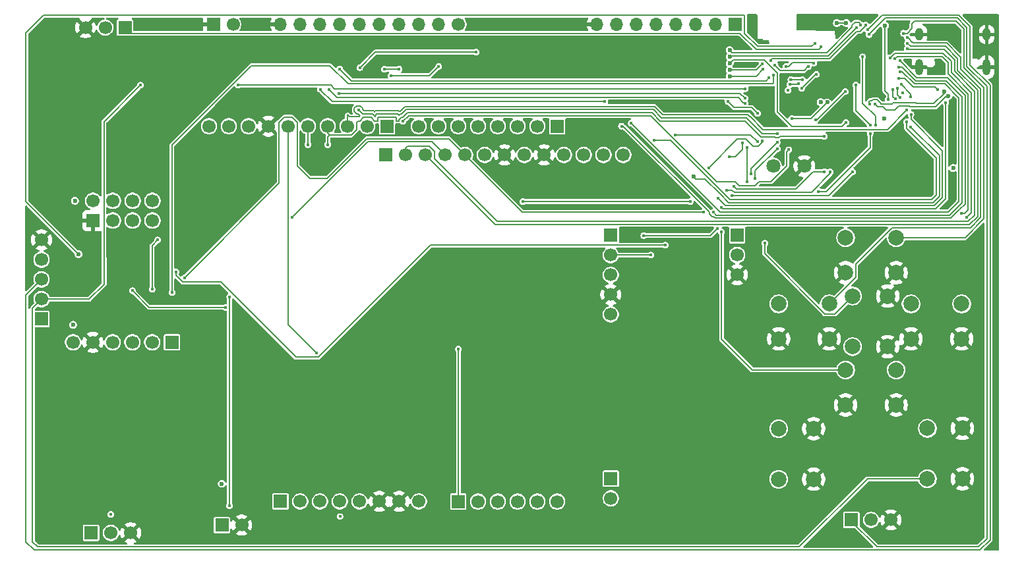
<source format=gbr>
%TF.GenerationSoftware,KiCad,Pcbnew,9.0.6*%
%TF.CreationDate,2025-12-26T21:20:51+11:00*%
%TF.ProjectId,Fipper Zero,46697070-6572-4205-9a65-726f2e6b6963,rev?*%
%TF.SameCoordinates,Original*%
%TF.FileFunction,Copper,L4,Bot*%
%TF.FilePolarity,Positive*%
%FSLAX46Y46*%
G04 Gerber Fmt 4.6, Leading zero omitted, Abs format (unit mm)*
G04 Created by KiCad (PCBNEW 9.0.6) date 2025-12-26 21:20:51*
%MOMM*%
%LPD*%
G01*
G04 APERTURE LIST*
%TA.AperFunction,ComponentPad*%
%ADD10R,1.700000X1.700000*%
%TD*%
%TA.AperFunction,ComponentPad*%
%ADD11C,1.700000*%
%TD*%
%TA.AperFunction,ComponentPad*%
%ADD12C,2.000000*%
%TD*%
%TA.AperFunction,ComponentPad*%
%ADD13O,1.700000X1.700000*%
%TD*%
%TA.AperFunction,HeatsinkPad*%
%ADD14O,1.000000X2.100000*%
%TD*%
%TA.AperFunction,HeatsinkPad*%
%ADD15O,1.000000X1.600000*%
%TD*%
%TA.AperFunction,ComponentPad*%
%ADD16C,1.800000*%
%TD*%
%TA.AperFunction,ViaPad*%
%ADD17C,0.600000*%
%TD*%
%TA.AperFunction,ViaPad*%
%ADD18C,0.450000*%
%TD*%
%TA.AperFunction,Conductor*%
%ADD19C,0.200000*%
%TD*%
G04 APERTURE END LIST*
D10*
%TO.P,J7,1,Pin_1*%
%TO.N,Net-(J7-Pin_1)*%
X146350000Y-104700000D03*
D11*
%TO.P,J7,2,Pin_2*%
%TO.N,Net-(J7-Pin_2)*%
X143810000Y-104700000D03*
%TO.P,J7,3,Pin_3*%
%TO.N,Net-(J7-Pin_3)*%
X141270000Y-104700000D03*
%TO.P,J7,4,Pin_4*%
%TO.N,Net-(J7-Pin_4)*%
X138730000Y-104700000D03*
%TO.P,J7,5,Pin_5*%
%TO.N,GND*%
X136190000Y-104700000D03*
%TO.P,J7,6,Pin_6*%
%TO.N,+3V3*%
X133650000Y-104700000D03*
%TD*%
D12*
%TO.P,SW4,1,1*%
%TO.N,BUTTON_RIGHT*%
X241250000Y-99750000D03*
X247750000Y-99750000D03*
%TO.P,SW4,2,2*%
%TO.N,GND*%
X241250000Y-104250000D03*
X247750000Y-104250000D03*
%TD*%
%TO.P,SW5,1,1*%
%TO.N,BUTTON_DOWN*%
X232850000Y-108250000D03*
X239350000Y-108250000D03*
%TO.P,SW5,2,2*%
%TO.N,GND*%
X232850000Y-112750000D03*
X239350000Y-112750000D03*
%TD*%
D10*
%TO.P,J5,1,Pin_1*%
%TO.N,GND*%
X136220000Y-89040000D03*
D11*
%TO.P,J5,2,Pin_2*%
%TO.N,+3V3*%
X136220000Y-86500000D03*
%TO.P,J5,3,Pin_3*%
%TO.N,Net-(J5-Pin_3)*%
X138760000Y-89040000D03*
%TO.P,J5,4,Pin_4*%
%TO.N,CC1101_CS*%
X138760000Y-86500000D03*
%TO.P,J5,5,Pin_5*%
%TO.N,SPL_R_SCK*%
X141300000Y-89040000D03*
%TO.P,J5,6,Pin_6*%
%TO.N,SPL_R_MOSI*%
X141300000Y-86500000D03*
%TO.P,J5,7,Pin_7*%
%TO.N,SPL_R_MISO*%
X143840000Y-89040000D03*
%TO.P,J5,8,Pin_8*%
%TO.N,unconnected-(J5-Pin_8-Pad8)*%
X143840000Y-86500000D03*
%TD*%
D12*
%TO.P,SW1,1,1*%
%TO.N,RESET*%
X243350000Y-122250000D03*
X243350000Y-115750000D03*
%TO.P,SW1,2,2*%
%TO.N,GND*%
X247850000Y-122250000D03*
X247850000Y-115750000D03*
%TD*%
%TO.P,SW3,1,1*%
%TO.N,BUTTON_LEFT*%
X224250000Y-99750000D03*
X230750000Y-99750000D03*
%TO.P,SW3,2,2*%
%TO.N,GND*%
X224250000Y-104250000D03*
X230750000Y-104250000D03*
%TD*%
D10*
%TO.P,J8,1,Pin_1*%
%TO.N,SD_CO*%
X152760000Y-128200000D03*
D11*
%TO.P,J8,2,Pin_2*%
%TO.N,GND*%
X155300000Y-128200000D03*
%TD*%
D12*
%TO.P,SW7,1,1*%
%TO.N,BUTTON_OK*%
X233750000Y-105250000D03*
X233750000Y-98750000D03*
%TO.P,SW7,2,2*%
%TO.N,GND*%
X238250000Y-105250000D03*
X238250000Y-98750000D03*
%TD*%
D10*
%TO.P,J15,1,Pin_1*%
%TO.N,+5V*%
X218715000Y-63830000D03*
D13*
%TO.P,J15,2,Pin_2*%
%TO.N,Net-(J15-Pin_2)*%
X216175000Y-63830000D03*
%TO.P,J15,3,Pin_3*%
%TO.N,Net-(J15-Pin_3)*%
X213635000Y-63830000D03*
%TO.P,J15,4,Pin_4*%
%TO.N,Net-(J15-Pin_4)*%
X211095000Y-63830000D03*
%TO.P,J15,5,Pin_5*%
%TO.N,Net-(J15-Pin_5)*%
X208555000Y-63830000D03*
%TO.P,J15,6,Pin_6*%
%TO.N,Net-(J15-Pin_6)*%
X206015000Y-63830000D03*
%TO.P,J15,7,Pin_7*%
%TO.N,Net-(J15-Pin_7)*%
X203475000Y-63830000D03*
%TO.P,J15,8,Pin_8*%
%TO.N,GND*%
X200935000Y-63830000D03*
D11*
%TO.P,J15,9,Pin_9*%
%TO.N,/+3V3_{EXT}*%
X183155000Y-63830000D03*
D13*
%TO.P,J15,10,Pin_10*%
%TO.N,Net-(J15-Pin_10)*%
X180615000Y-63830000D03*
%TO.P,J15,11,Pin_11*%
%TO.N,GND*%
X178075000Y-63830000D03*
%TO.P,J15,12,Pin_12*%
%TO.N,Net-(J15-Pin_12)*%
X175535000Y-63830000D03*
%TO.P,J15,13,Pin_13*%
%TO.N,Net-(J15-Pin_13)*%
X172995000Y-63830000D03*
%TO.P,J15,14,Pin_14*%
%TO.N,Net-(J15-Pin_14)*%
X170455000Y-63830000D03*
%TO.P,J15,15,Pin_15*%
%TO.N,Net-(J15-Pin_15)*%
X167915000Y-63830000D03*
%TO.P,J15,16,Pin_16*%
%TO.N,Net-(J15-Pin_16)*%
X165375000Y-63830000D03*
%TO.P,J15,17,Pin_17*%
%TO.N,/iBUTTON_{EXT}*%
X162835000Y-63830000D03*
%TO.P,J15,18,Pin_18*%
%TO.N,GND*%
X160295000Y-63830000D03*
%TD*%
D10*
%TO.P,J6,1,Pin_1*%
%TO.N,GND*%
X151660000Y-63800000D03*
D11*
%TO.P,J6,2,Pin_2*%
%TO.N,/iBUTTON_{EXT}*%
X154200000Y-63800000D03*
%TD*%
D14*
%TO.P,USB1,S1,SHIELD*%
%TO.N,GND*%
X250970000Y-69310000D03*
D15*
X250970000Y-65130000D03*
D14*
X242330000Y-69310000D03*
D15*
X242330000Y-65130000D03*
%TD*%
D12*
%TO.P,SW6,1,1*%
%TO.N,BUTTON_BACK*%
X224250000Y-122300000D03*
X224250000Y-115800000D03*
%TO.P,SW6,2,2*%
%TO.N,GND*%
X228750000Y-122300000D03*
X228750000Y-115800000D03*
%TD*%
D10*
%TO.P,J14,1,Pin_1*%
%TO.N,DISPLAY_CS*%
X173815000Y-80600000D03*
D11*
%TO.P,J14,2,Pin_2*%
%TO.N,DISPLAY_RST*%
X176355000Y-80600000D03*
%TO.P,J14,3,Pin_3*%
%TO.N,DISPLAY_DI*%
X178895000Y-80600000D03*
%TO.P,J14,4,Pin_4*%
%TO.N,SPL_D_SCK*%
X181435000Y-80600000D03*
%TO.P,J14,5,Pin_5*%
%TO.N,SPL_D_MOSI*%
X183975000Y-80600000D03*
%TO.P,J14,6,Pin_6*%
%TO.N,+3V3*%
X186515000Y-80600000D03*
%TO.P,J14,7,Pin_7*%
%TO.N,GND*%
X189055000Y-80600000D03*
%TO.P,J14,8,Pin_8*%
%TO.N,+3V3*%
X191595000Y-80600000D03*
%TO.P,J14,9,Pin_9*%
%TO.N,GND*%
X194135000Y-80600000D03*
%TO.P,J14,10,Pin_10*%
%TO.N,unconnected-(J14-Pin_10-Pad10)*%
X196675000Y-80600000D03*
%TO.P,J14,11,Pin_11*%
%TO.N,unconnected-(J14-Pin_11-Pad11)*%
X199215000Y-80600000D03*
%TO.P,J14,12,Pin_12*%
%TO.N,unconnected-(J14-Pin_12-Pad12)*%
X201755000Y-80600000D03*
%TO.P,J14,13,Pin_13*%
%TO.N,unconnected-(J14-Pin_13-Pad13)*%
X204295000Y-80600000D03*
%TD*%
D16*
%TO.P,BZ1,1,+*%
%TO.N,Net-(BZ1-+)*%
X223550000Y-82050000D03*
%TO.P,BZ1,2,-*%
%TO.N,GND*%
X227550000Y-82050000D03*
%TD*%
D12*
%TO.P,SW2,1,1*%
%TO.N,BUTTON_UP*%
X232850000Y-91250000D03*
X239350000Y-91250000D03*
%TO.P,SW2,2,2*%
%TO.N,GND*%
X232850000Y-95750000D03*
X239350000Y-95750000D03*
%TD*%
D10*
%TO.P,IR1,1,Pin_1*%
%TO.N,IR_TX*%
X135970000Y-129200000D03*
D11*
%TO.P,IR1,2,Pin_2*%
%TO.N,+3V3*%
X138510000Y-129200000D03*
%TO.P,IR1,3,Pin_3*%
%TO.N,GND*%
X141050000Y-129200000D03*
%TD*%
D10*
%TO.P,J12,1,Pin_1*%
%TO.N,PD2*%
X218930000Y-90930000D03*
D11*
%TO.P,J12,2,Pin_2*%
%TO.N,+5V*%
X218930000Y-93470000D03*
%TO.P,J12,3,Pin_3*%
%TO.N,GND*%
X218930000Y-96010000D03*
%TD*%
D10*
%TO.P,J10,1,Pin_1*%
%TO.N,+3V3*%
X129600000Y-101690000D03*
D11*
%TO.P,J10,2,Pin_2*%
%TO.N,RESET*%
X129600000Y-99150000D03*
%TO.P,J10,3,Pin_3*%
%TO.N,I2C_SCL*%
X129600000Y-96610000D03*
%TO.P,J10,4,Pin_4*%
%TO.N,I2C_SDA*%
X129600000Y-94070000D03*
%TO.P,J10,5,Pin_5*%
%TO.N,GND*%
X129600000Y-91530000D03*
%TD*%
D10*
%TO.P,J11,1,Pin_1*%
%TO.N,unconnected-(J11-Pin_1-Pad1)*%
X202710000Y-122225000D03*
D11*
%TO.P,J11,2,Pin_2*%
%TO.N,unconnected-(J11-Pin_2-Pad2)*%
X202710000Y-124765000D03*
%TD*%
D10*
%TO.P,IR2,1,Pin_1*%
%TO.N,IR_RX*%
X140320000Y-64230000D03*
D11*
%TO.P,IR2,2,Pin_2*%
%TO.N,+3V3*%
X137780000Y-64230000D03*
%TO.P,IR2,3,Pin_3*%
%TO.N,GND*%
X135240000Y-64230000D03*
%TD*%
D10*
%TO.P,J4,1,Pin_1*%
%TO.N,NFC_IRQ*%
X183120000Y-125165000D03*
D11*
%TO.P,J4,2,Pin_2*%
%TO.N,unconnected-(J4-Pin_2-Pad2)*%
X185660000Y-125165000D03*
%TO.P,J4,3,Pin_3*%
%TO.N,unconnected-(J4-Pin_3-Pad3)*%
X188200000Y-125165000D03*
%TO.P,J4,4,Pin_4*%
%TO.N,unconnected-(J4-Pin_4-Pad4)*%
X190740000Y-125165000D03*
%TO.P,J4,5,Pin_5*%
%TO.N,unconnected-(J4-Pin_5-Pad5)*%
X193280000Y-125165000D03*
%TO.P,J4,6,Pin_6*%
%TO.N,unconnected-(J4-Pin_6-Pad6)*%
X195820000Y-125165000D03*
%TD*%
D10*
%TO.P,J13,1,Pin_1*%
%TO.N,RFID_OUT*%
X202700000Y-90950000D03*
D11*
%TO.P,J13,2,Pin_2*%
%TO.N,RFID_CARRIER*%
X202700000Y-93490000D03*
%TO.P,J13,3,Pin_3*%
%TO.N,RFID_PULL*%
X202700000Y-96030000D03*
%TO.P,J13,4,Pin_4*%
%TO.N,GND*%
X202700000Y-98570000D03*
%TO.P,J13,5,Pin_5*%
%TO.N,+5V*%
X202700000Y-101110000D03*
%TD*%
D10*
%TO.P,J2,1,Pin_1*%
%TO.N,unconnected-(J2-Pin_1-Pad1)*%
X160280000Y-125155000D03*
D11*
%TO.P,J2,2,Pin_2*%
%TO.N,unconnected-(J2-Pin_2-Pad2)*%
X162820000Y-125155000D03*
%TO.P,J2,3,Pin_3*%
%TO.N,unconnected-(J2-Pin_3-Pad3)*%
X165360000Y-125155000D03*
%TO.P,J2,4,Pin_4*%
%TO.N,+3V3*%
X167900000Y-125155000D03*
%TO.P,J2,5,Pin_5*%
%TO.N,unconnected-(J2-Pin_5-Pad5)*%
X170440000Y-125155000D03*
%TO.P,J2,6,Pin_6*%
%TO.N,GND*%
X172980000Y-125155000D03*
%TO.P,J2,7,Pin_7*%
X175520000Y-125155000D03*
%TO.P,J2,8,Pin_8*%
%TO.N,unconnected-(J2-Pin_8-Pad8)*%
X178060000Y-125155000D03*
%TD*%
D10*
%TO.P,J3,1,Pin_1*%
%TO.N,unconnected-(J3-Pin_1-Pad1)*%
X195820000Y-76905000D03*
D11*
%TO.P,J3,2,Pin_2*%
%TO.N,unconnected-(J3-Pin_2-Pad2)*%
X193280000Y-76905000D03*
%TO.P,J3,3,Pin_3*%
%TO.N,unconnected-(J3-Pin_3-Pad3)*%
X190740000Y-76905000D03*
%TO.P,J3,4,Pin_4*%
%TO.N,unconnected-(J3-Pin_4-Pad4)*%
X188200000Y-76905000D03*
%TO.P,J3,5,Pin_5*%
%TO.N,unconnected-(J3-Pin_5-Pad5)*%
X185660000Y-76905000D03*
%TO.P,J3,6,Pin_6*%
%TO.N,unconnected-(J3-Pin_6-Pad6)*%
X183120000Y-76905000D03*
%TO.P,J3,7,Pin_7*%
%TO.N,unconnected-(J3-Pin_7-Pad7)*%
X180580000Y-76905000D03*
%TO.P,J3,8,Pin_8*%
%TO.N,unconnected-(J3-Pin_8-Pad8)*%
X178040000Y-76905000D03*
%TD*%
D10*
%TO.P,J9,1,Pin_1*%
%TO.N,VIBRATION*%
X233590000Y-127530000D03*
D11*
%TO.P,J9,2,Pin_2*%
%TO.N,+5V*%
X236130000Y-127530000D03*
%TO.P,J9,3*%
%TO.N,GND*%
X238670000Y-127530000D03*
%TD*%
D10*
%TO.P,J1,1,Pin_1*%
%TO.N,unconnected-(J1-Pin_1-Pad1)*%
X173970000Y-76905000D03*
D11*
%TO.P,J1,2,Pin_2*%
%TO.N,unconnected-(J1-Pin_2-Pad2)*%
X171430000Y-76905000D03*
%TO.P,J1,3,Pin_3*%
%TO.N,NFC_CS*%
X168890000Y-76905000D03*
%TO.P,J1,4,Pin_4*%
%TO.N,SPL_R_MOSI*%
X166350000Y-76905000D03*
%TO.P,J1,5,Pin_5*%
%TO.N,SPL_R_MISO*%
X163810000Y-76905000D03*
%TO.P,J1,6,Pin_6*%
%TO.N,SPL_R_SCK*%
X161270000Y-76905000D03*
%TO.P,J1,7,Pin_7*%
%TO.N,GND*%
X158730000Y-76905000D03*
%TO.P,J1,8,Pin_8*%
%TO.N,unconnected-(J1-Pin_8-Pad8)*%
X156190000Y-76905000D03*
%TO.P,J1,9,Pin_9*%
%TO.N,unconnected-(J1-Pin_9-Pad9)*%
X153650000Y-76905000D03*
%TO.P,J1,10,Pin_10*%
%TO.N,unconnected-(J1-Pin_10-Pad10)*%
X151110000Y-76905000D03*
%TD*%
D17*
%TO.N,GND*%
X234220000Y-130500000D03*
X249650000Y-130170000D03*
D18*
X237650000Y-73504000D03*
X224394573Y-68780966D03*
X229570000Y-76404000D03*
D17*
X129640000Y-87460000D03*
X150390000Y-130050000D03*
D18*
X234150000Y-68000000D03*
D17*
X130170000Y-104460000D03*
X219830000Y-68979527D03*
D18*
X222110000Y-72290000D03*
X229987500Y-72597500D03*
D17*
X227440000Y-63600000D03*
X129560000Y-69140000D03*
D18*
X172990000Y-127060000D03*
X240590000Y-127530000D03*
D17*
X129640000Y-77960000D03*
X240730000Y-63602000D03*
X221811765Y-66051527D03*
X221040000Y-64350000D03*
D18*
X240205566Y-77436158D03*
X246300000Y-83590000D03*
D17*
X221040000Y-63260000D03*
X197750000Y-63400000D03*
X197080000Y-130200000D03*
X221640000Y-130380000D03*
X184500000Y-130120000D03*
D18*
X242710000Y-81590000D03*
X245030000Y-74620000D03*
D17*
X186210000Y-63400000D03*
X208410000Y-130380000D03*
X130390000Y-130080000D03*
X231730000Y-64440293D03*
X130130000Y-120690000D03*
X173280000Y-130160000D03*
D18*
X242070000Y-75350000D03*
X224770000Y-70338000D03*
X240563677Y-68484000D03*
D17*
X221050000Y-65290000D03*
D18*
X246864000Y-77640000D03*
D17*
X130240000Y-112140000D03*
X157240000Y-63700000D03*
X145790000Y-63850000D03*
D18*
X230190000Y-76140000D03*
D17*
X163620000Y-130130000D03*
D18*
%TO.N,RESET*%
X225683726Y-71544316D03*
X226825000Y-71435000D03*
X219980000Y-72100000D03*
X142300000Y-71630000D03*
X154850000Y-71630000D03*
D17*
%TO.N,+3V3*%
X152750000Y-122880000D03*
D18*
X225449000Y-72290000D03*
D17*
X246660000Y-82280000D03*
D18*
X240173278Y-72638184D03*
D17*
X237847010Y-75899163D03*
D18*
X138500000Y-126800000D03*
X167920000Y-127090000D03*
D17*
X133650000Y-102450000D03*
X229650000Y-73820000D03*
X133900000Y-86500000D03*
D18*
%TO.N,IR_TX*%
X227190000Y-72030000D03*
X229106018Y-70233546D03*
X219939000Y-73340000D03*
X167791232Y-72685000D03*
%TO.N,IR_RX*%
X229700577Y-66724999D03*
%TO.N,SPL_R_SCK*%
X164910000Y-106080000D03*
%TO.N,NFC_CS*%
X240710000Y-74860000D03*
%TO.N,SPL_R_MOSI*%
X166360000Y-79273768D03*
X230140000Y-78250000D03*
%TO.N,SPL_R_MISO*%
X224075000Y-77855000D03*
X170301232Y-74805000D03*
X163810000Y-79273768D03*
%TO.N,NFC_IRQ*%
X218217282Y-85807718D03*
X236720000Y-76805000D03*
X233760000Y-82755000D03*
X235050000Y-68000000D03*
X183140000Y-105555000D03*
%TO.N,CC1101_CS*%
X240678768Y-76321232D03*
X238907500Y-72202500D03*
X208291232Y-78748768D03*
X239210000Y-73400000D03*
%TO.N,SD_CO*%
X232800000Y-72420000D03*
X215253332Y-82276668D03*
X222152870Y-78780999D03*
X153730000Y-125690000D03*
X228960992Y-76130000D03*
X153773768Y-98873768D03*
%TO.N,VIBRATION*%
X235875000Y-65129998D03*
%TO.N,I2C_SCL*%
X235661935Y-64515908D03*
%TO.N,I2C_SDA*%
X146885000Y-95630000D03*
X230879925Y-82755000D03*
X209707662Y-92197662D03*
X217539561Y-85130000D03*
%TO.N,RFID_OUT*%
X206940000Y-90960000D03*
X239975454Y-71546399D03*
X216375732Y-90073000D03*
X241225000Y-73103201D03*
X216430000Y-86140000D03*
X241240000Y-75380000D03*
%TO.N,RFID_PULL*%
X217904579Y-80825421D03*
X219635000Y-79091010D03*
%TO.N,RFID_CARRIER*%
X207859112Y-93479112D03*
X218472827Y-84605000D03*
X230140000Y-82755000D03*
%TO.N,DISPLAY_RST*%
X240783842Y-66987844D03*
%TO.N,DISPLAY_CS*%
X224075000Y-79010000D03*
X212881232Y-86591232D03*
X220711996Y-83068556D03*
X191390000Y-86580000D03*
%TO.N,SPL_D_SCK*%
X143810000Y-97860000D03*
X241210000Y-76990000D03*
D17*
X213300000Y-83410000D03*
D18*
X239531767Y-72021421D03*
X144531232Y-91528768D03*
X239835345Y-73193436D03*
X161800000Y-88640000D03*
%TO.N,DISPLAY_DI*%
X240786812Y-66243097D03*
%TO.N,SPL_D_MOSI*%
X215901232Y-87988768D03*
X147943768Y-96426232D03*
X214620000Y-87988768D03*
X239640001Y-69297181D03*
%TO.N,PC3*%
X222259078Y-69557913D03*
X223791462Y-69028527D03*
X228039255Y-69238343D03*
D17*
X217965000Y-70475585D03*
D18*
%TO.N,PC0*%
X219939000Y-73990003D03*
X166530000Y-72160000D03*
%TO.N,SWDIO*%
X173643768Y-69576232D03*
X225570000Y-79935000D03*
X176010000Y-76300000D03*
X175530000Y-69570000D03*
%TO.N,SWCLK*%
X174473768Y-70406232D03*
X180610000Y-69210000D03*
X210998332Y-78021668D03*
X221515000Y-78906000D03*
%TO.N,iBUTTON*%
X205325000Y-76525000D03*
X201930000Y-73755000D03*
X239861356Y-69918338D03*
X165430000Y-72160000D03*
%TO.N,UART1_TX*%
X239833470Y-68496255D03*
X204070000Y-76900000D03*
%TO.N,UART1_RX*%
X217760000Y-73735000D03*
X170460000Y-69390000D03*
X185387298Y-67372702D03*
X225930000Y-75894000D03*
X221551232Y-75261232D03*
D17*
X230501955Y-73846575D03*
%TO.N,PA4*%
X231730000Y-63640290D03*
X232930000Y-63639265D03*
D18*
%TO.N,PA6*%
X234225000Y-64205091D03*
D17*
X217965000Y-67978527D03*
%TO.N,PA7*%
X217965000Y-67130000D03*
D18*
X234796266Y-63895000D03*
%TO.N,PB3*%
X232885000Y-76410000D03*
D17*
X217965000Y-68827054D03*
D18*
%TO.N,PB2*%
X235446269Y-63895000D03*
X223266461Y-68503527D03*
X222170000Y-68904527D03*
D17*
X217965000Y-69675582D03*
D18*
%TO.N,PC1*%
X223031232Y-70718768D03*
X167910000Y-69540000D03*
X225825659Y-70910000D03*
X227343019Y-70910000D03*
%TO.N,SPL_D_MISO*%
X225200000Y-69230000D03*
X146360000Y-98290000D03*
X228785000Y-68780527D03*
X223557991Y-70337942D03*
%TO.N,SD_CS*%
X224090000Y-79800000D03*
X221237996Y-83620000D03*
X153196232Y-100193768D03*
X141270000Y-98060000D03*
%TO.N,Net-(U1-PD2)*%
X234150000Y-71600000D03*
X229380000Y-85282718D03*
X236020000Y-76800000D03*
X236010000Y-77855000D03*
%TO.N,CC1101_GO*%
X228886232Y-66255000D03*
D17*
X134350000Y-93355000D03*
%TO.N,PERIPHERAL_POWER*%
X237893768Y-63975000D03*
D18*
X238320000Y-73504000D03*
%TO.N,BUTTON_UP*%
X240300000Y-64962459D03*
%TO.N,BUTTON_LEFT*%
X240786812Y-65500634D03*
%TO.N,BUTTON_RIGHT*%
X248389918Y-88596318D03*
X238547677Y-68136677D03*
%TO.N,BUTTON_DOWN*%
X245700000Y-73880000D03*
X216900732Y-87358268D03*
X216900732Y-90500000D03*
X244631304Y-72163823D03*
X239640000Y-70763281D03*
%TO.N,BUTTON_BACK*%
X239190810Y-68236008D03*
X247700000Y-88140000D03*
%TO.N,BUTTON_OK*%
X220186996Y-79643004D03*
X220184370Y-84053853D03*
X222470000Y-91960000D03*
D17*
%TO.N,USB_D+*%
X245474479Y-72424479D03*
D18*
X235914424Y-74077803D03*
D17*
%TO.N,USB_D-*%
X246040000Y-73026521D03*
D18*
X236600000Y-74078201D03*
%TD*%
D19*
%TO.N,RESET*%
X137609000Y-93799000D02*
X137650000Y-93840000D01*
X226715684Y-71544316D02*
X226825000Y-71435000D01*
X128449000Y-130359000D02*
X129088000Y-130998000D01*
X235670000Y-122250000D02*
X243350000Y-122250000D01*
X166743877Y-71630000D02*
X154850000Y-71630000D01*
X129600000Y-99150000D02*
X128449000Y-100301000D01*
X129088000Y-130998000D02*
X226922000Y-130998000D01*
X137650000Y-97240000D02*
X135740000Y-99150000D01*
X142300000Y-71630000D02*
X137609000Y-76321000D01*
X135740000Y-99150000D02*
X129600000Y-99150000D01*
X226922000Y-130998000D02*
X235670000Y-122250000D01*
X219980000Y-72100000D02*
X167213877Y-72100000D01*
X167213877Y-72100000D02*
X166743877Y-71630000D01*
X128449000Y-100301000D02*
X128449000Y-130359000D01*
X137609000Y-76321000D02*
X137609000Y-93799000D01*
X225683726Y-71544316D02*
X226715684Y-71544316D01*
X137650000Y-93840000D02*
X137650000Y-97240000D01*
%TO.N,IR_TX*%
X219939000Y-73340000D02*
X219284000Y-72685000D01*
X219284000Y-72685000D02*
X167791232Y-72685000D01*
X229106018Y-70233546D02*
X228986454Y-70233546D01*
X228986454Y-70233546D02*
X227190000Y-72030000D01*
%TO.N,IR_RX*%
X229425736Y-67052527D02*
X221370427Y-67052527D01*
X229700577Y-66777686D02*
X229425736Y-67052527D01*
X221370427Y-67052527D02*
X219298900Y-64981000D01*
X141071000Y-64981000D02*
X140320000Y-64230000D01*
X219298900Y-64981000D02*
X141071000Y-64981000D01*
X229700577Y-66724999D02*
X229700577Y-66777686D01*
%TO.N,SPL_R_SCK*%
X161270000Y-102440000D02*
X164910000Y-106080000D01*
X161270000Y-76905000D02*
X161270000Y-102440000D01*
%TO.N,NFC_CS*%
X172486800Y-74952000D02*
X175453201Y-74952000D01*
X169775232Y-75022877D02*
X169775232Y-74587123D01*
X220590000Y-75690000D02*
X222230000Y-77330000D01*
X208303550Y-74368050D02*
X209373500Y-75438000D01*
X170260132Y-75331000D02*
X170083355Y-75331000D01*
X171015332Y-74952000D02*
X172238960Y-74952000D01*
X170827232Y-74587123D02*
X170827232Y-74763900D01*
X209373500Y-75438000D02*
X220315100Y-75438000D01*
X169120000Y-75690000D02*
X170450140Y-75690000D01*
X175636700Y-74972000D02*
X176240650Y-74368050D01*
X168890000Y-76905000D02*
X168890000Y-75460000D01*
X170083355Y-75331000D02*
X169775232Y-75022877D01*
X175473201Y-74972000D02*
X175636700Y-74972000D01*
X169775232Y-74587123D02*
X170083355Y-74279000D01*
X224292877Y-77329000D02*
X224293877Y-77330000D01*
X170534636Y-75605504D02*
X170260132Y-75331000D01*
X223856123Y-77330000D02*
X223857123Y-77329000D01*
X172362880Y-75075920D02*
X172486800Y-74952000D01*
X222230000Y-77330000D02*
X223856123Y-77330000D01*
X224293877Y-77330000D02*
X238240000Y-77330000D01*
X238240000Y-77330000D02*
X240710000Y-74860000D01*
X172238960Y-74952000D02*
X172362880Y-75075920D01*
X170827232Y-74763900D02*
X171015332Y-74952000D01*
X220315100Y-75438000D02*
X220567100Y-75690000D01*
X175453201Y-74952000D02*
X175473201Y-74972000D01*
X223857123Y-77329000D02*
X224292877Y-77329000D01*
X170450140Y-75690000D02*
X170534636Y-75605504D01*
X168890000Y-75460000D02*
X169120000Y-75690000D01*
X220567100Y-75690000D02*
X220590000Y-75690000D01*
X170519109Y-74279000D02*
X170827232Y-74587123D01*
X170083355Y-74279000D02*
X170519109Y-74279000D01*
X176240650Y-74368050D02*
X208303550Y-74368050D01*
%TO.N,SPL_R_MOSI*%
X207971350Y-75170050D02*
X176572850Y-75170050D01*
X166360000Y-79273768D02*
X166360000Y-78282000D01*
X170041000Y-77381760D02*
X169366760Y-78056000D01*
X175121000Y-75754000D02*
X172819000Y-75754000D01*
X172819000Y-76240000D02*
X172392760Y-76240000D01*
X224292877Y-78381000D02*
X223857123Y-78381000D01*
X175968900Y-75774000D02*
X175792123Y-75774000D01*
X176572850Y-75170050D02*
X175968900Y-75774000D01*
X166350000Y-76905000D02*
X166350000Y-77820000D01*
X172819000Y-75754000D02*
X172819000Y-76240000D01*
X175484000Y-76240000D02*
X175121000Y-76240000D01*
X175121000Y-76240000D02*
X175121000Y-75754000D01*
X175484000Y-76082123D02*
X175484000Y-76240000D01*
X170467240Y-76240000D02*
X170229240Y-76240000D01*
X223857123Y-78381000D02*
X223732123Y-78256000D01*
X170041000Y-76428240D02*
X170041000Y-77381760D01*
X169366760Y-78056000D02*
X166586000Y-78056000D01*
X175792123Y-75774000D02*
X175484000Y-76082123D01*
X223732123Y-78256000D02*
X221998900Y-78256000D01*
X224443877Y-78230000D02*
X224292877Y-78381000D01*
X230140000Y-78250000D02*
X230120000Y-78230000D01*
X166360000Y-78282000D02*
X166586000Y-78056000D01*
X170229240Y-76240000D02*
X170041000Y-76428240D01*
X209041300Y-76240000D02*
X207971350Y-75170050D01*
X172392760Y-76240000D02*
X171906760Y-75754000D01*
X170953240Y-75754000D02*
X170467240Y-76240000D01*
X171906760Y-75754000D02*
X170953240Y-75754000D01*
X219982900Y-76240000D02*
X209041300Y-76240000D01*
X230120000Y-78230000D02*
X224443877Y-78230000D01*
X221998900Y-78256000D02*
X219982900Y-76240000D01*
X166350000Y-77820000D02*
X166586000Y-78056000D01*
%TO.N,SPL_R_MISO*%
X172418000Y-75698140D02*
X172072860Y-75353000D01*
X163810000Y-79273768D02*
X163810000Y-76905000D01*
X175466561Y-75532462D02*
X175287100Y-75353000D01*
X175802800Y-75373000D02*
X175626023Y-75373000D01*
X222165000Y-77855000D02*
X220149000Y-75839000D01*
X172072860Y-75353000D02*
X170849232Y-75353000D01*
X176406750Y-74769050D02*
X175802800Y-75373000D01*
X175626023Y-75373000D02*
X175466561Y-75532462D01*
X220149000Y-75839000D02*
X209207400Y-75839000D01*
X172418000Y-75587900D02*
X172418000Y-75698140D01*
X208137450Y-74769050D02*
X176406750Y-74769050D01*
X224075000Y-77855000D02*
X222165000Y-77855000D01*
X170849232Y-75353000D02*
X170301232Y-74805000D01*
X209207400Y-75839000D02*
X208137450Y-74769050D01*
X172652900Y-75353000D02*
X172418000Y-75587900D01*
X175287100Y-75353000D02*
X172652900Y-75353000D01*
%TO.N,NFC_IRQ*%
X235050000Y-68000000D02*
X235050000Y-73957256D01*
X183140000Y-105555000D02*
X183120000Y-105575000D01*
X236720000Y-75627256D02*
X236720000Y-76805000D01*
X233760000Y-82755000D02*
X230707282Y-85807718D01*
X230707282Y-85807718D02*
X218217282Y-85807718D01*
X183120000Y-105575000D02*
X183120000Y-125165000D01*
X235050000Y-73957256D02*
X236720000Y-75627256D01*
%TO.N,CC1101_CS*%
X240678768Y-76321232D02*
X240678768Y-77208768D01*
X218007100Y-86340000D02*
X210415868Y-78748768D01*
X210415868Y-78748768D02*
X208291232Y-78748768D01*
X244497000Y-85765900D02*
X243922900Y-86340000D01*
X242260000Y-78790000D02*
X244497000Y-81027000D01*
X234530000Y-86340000D02*
X218007100Y-86340000D01*
X238907500Y-72202500D02*
X238907500Y-73097500D01*
X244497000Y-81140000D02*
X244497000Y-85765900D01*
X243560000Y-86340000D02*
X234530000Y-86340000D01*
X240678768Y-77208768D02*
X242260000Y-78790000D01*
X244497000Y-81027000D02*
X244497000Y-81140000D01*
X238907500Y-73097500D02*
X239210000Y-73400000D01*
X243922900Y-86340000D02*
X243560000Y-86340000D01*
%TO.N,SD_CO*%
X218964990Y-78565010D02*
X215253332Y-82276668D01*
X228984890Y-76153898D02*
X228960992Y-76130000D01*
X222152870Y-78780999D02*
X222152870Y-79012007D01*
X232800000Y-72420000D02*
X229066102Y-76153898D01*
X221654877Y-79510000D02*
X220953115Y-79510000D01*
X222152870Y-79012007D02*
X221654877Y-79510000D01*
X220008125Y-78565010D02*
X218964990Y-78565010D01*
X229066102Y-76153898D02*
X228984890Y-76153898D01*
X153730000Y-98917536D02*
X153730000Y-125690000D01*
X153773768Y-98873768D02*
X153730000Y-98917536D01*
X220953115Y-79510000D02*
X220008125Y-78565010D01*
%TO.N,VIBRATION*%
X233590000Y-127708000D02*
X236880000Y-130998000D01*
X250998000Y-129930000D02*
X250998000Y-71775100D01*
X236880000Y-130998000D02*
X249930000Y-130998000D01*
X249930000Y-130998000D02*
X250998000Y-129930000D01*
X248429000Y-64216100D02*
X247214900Y-63002000D01*
X233590000Y-127530000D02*
X233590000Y-127708000D01*
X248429000Y-69206100D02*
X248429000Y-64216100D01*
X247214900Y-63002000D02*
X238002998Y-63002000D01*
X238002998Y-63002000D02*
X235875000Y-65129998D01*
X250998000Y-71775100D02*
X248429000Y-69206100D01*
%TO.N,I2C_SCL*%
X128649000Y-131399000D02*
X127601000Y-130351000D01*
X237576843Y-62601000D02*
X247381000Y-62601000D01*
X250096100Y-131399000D02*
X128649000Y-131399000D01*
X248830000Y-64050000D02*
X248830000Y-69040000D01*
X248830000Y-69040000D02*
X251399000Y-71609000D01*
X247381000Y-62601000D02*
X248830000Y-64050000D01*
X127601000Y-130351000D02*
X127601000Y-98609000D01*
X251399000Y-130096100D02*
X250096100Y-131399000D01*
X235661935Y-64515908D02*
X237576843Y-62601000D01*
X127601000Y-98609000D02*
X129600000Y-96610000D01*
X251399000Y-71609000D02*
X251399000Y-130096100D01*
%TO.N,I2C_SDA*%
X218283441Y-85130000D02*
X217539561Y-85130000D01*
X152596109Y-96952232D02*
X147725891Y-96952232D01*
X230879925Y-82755000D02*
X230879925Y-82981084D01*
X165127877Y-106606000D02*
X162249877Y-106606000D01*
X146885000Y-96111341D02*
X146885000Y-95630000D01*
X162249877Y-106606000D02*
X152596109Y-96952232D01*
X147725891Y-96952232D02*
X146885000Y-96111341D01*
X228454291Y-85406718D02*
X218560159Y-85406718D01*
X230879925Y-82981084D02*
X228454291Y-85406718D01*
X209707662Y-92197662D02*
X179536215Y-92197662D01*
X179536215Y-92197662D02*
X165127877Y-106606000D01*
X218560159Y-85406718D02*
X218283441Y-85130000D01*
%TO.N,RFID_OUT*%
X215488732Y-90960000D02*
X216375732Y-90073000D01*
X233160000Y-87142000D02*
X217428341Y-87142000D01*
X245299000Y-86098100D02*
X244255100Y-87142000D01*
X244255100Y-87142000D02*
X233160000Y-87142000D01*
X239975454Y-71546399D02*
X241225000Y-72795945D01*
X206940000Y-90960000D02*
X215488732Y-90960000D01*
X217428341Y-87142000D02*
X217233170Y-86946829D01*
X245299000Y-80089000D02*
X245299000Y-86098100D01*
X241225000Y-72795945D02*
X241225000Y-73103201D01*
X217233170Y-86946829D02*
X217233170Y-86943170D01*
X241240000Y-76030000D02*
X245299000Y-80089000D01*
X241240000Y-75380000D02*
X241240000Y-76030000D01*
X217233170Y-86943170D02*
X216430000Y-86140000D01*
%TO.N,RFID_PULL*%
X217904579Y-80825421D02*
X218696456Y-80825421D01*
X219635000Y-79886877D02*
X219635000Y-79091010D01*
X218696456Y-80825421D02*
X219635000Y-79886877D01*
%TO.N,RFID_CARRIER*%
X207848224Y-93490000D02*
X202700000Y-93490000D01*
X228695000Y-82755000D02*
X226469000Y-84981000D01*
X230140000Y-82755000D02*
X228695000Y-82755000D01*
X218848827Y-84981000D02*
X218472827Y-84605000D01*
X207859112Y-93479112D02*
X207848224Y-93490000D01*
X226469000Y-84981000D02*
X218848827Y-84981000D01*
%TO.N,DISPLAY_RST*%
X248581700Y-89147000D02*
X188116240Y-89147000D01*
X180046000Y-80123240D02*
X179371760Y-79449000D01*
X245483000Y-67033000D02*
X246825000Y-68375000D01*
X249394000Y-88334700D02*
X248581700Y-89147000D01*
X179371760Y-79449000D02*
X176631000Y-79449000D01*
X249394000Y-72439500D02*
X249394000Y-88334700D01*
X176631000Y-79449000D02*
X176355000Y-79725000D01*
X240828998Y-67033000D02*
X245483000Y-67033000D01*
X180046000Y-81076760D02*
X180046000Y-80123240D01*
X240783842Y-66987844D02*
X240828998Y-67033000D01*
X246825000Y-68375000D02*
X246825000Y-69870500D01*
X176355000Y-79725000D02*
X176355000Y-80600000D01*
X188116240Y-89147000D02*
X180046000Y-81076760D01*
X246825000Y-69870500D02*
X249394000Y-72439500D01*
%TO.N,DISPLAY_CS*%
X191401232Y-86591232D02*
X191390000Y-86580000D01*
X220711996Y-83068556D02*
X220711996Y-82373004D01*
X220711996Y-82373004D02*
X224075000Y-79010000D01*
X212881232Y-86591232D02*
X191401232Y-86591232D01*
%TO.N,SPL_D_SCK*%
X213580000Y-83690000D02*
X213300000Y-83410000D01*
X244089000Y-86741000D02*
X233790000Y-86741000D01*
X179765891Y-78930891D02*
X171509109Y-78930891D01*
X241210000Y-76990000D02*
X244898000Y-80678000D01*
X143810000Y-92250000D02*
X143810000Y-97860000D01*
X181435000Y-80600000D02*
X179765891Y-78930891D01*
X239835345Y-73185345D02*
X239540000Y-72890000D01*
X233790000Y-86741000D02*
X217841000Y-86741000D01*
X171509109Y-78930891D02*
X161800000Y-88640000D01*
X144531232Y-91528768D02*
X143810000Y-92250000D01*
X239540000Y-72890000D02*
X239540000Y-72030000D01*
X239835345Y-73193436D02*
X239835345Y-73185345D01*
X244898000Y-85932000D02*
X244089000Y-86741000D01*
X216720000Y-85620000D02*
X214790000Y-83690000D01*
X214790000Y-83690000D02*
X213580000Y-83690000D01*
X239540000Y-72030000D02*
X239531767Y-72021767D01*
X239531767Y-72021421D02*
X239531767Y-72031767D01*
X217841000Y-86741000D02*
X216720000Y-85620000D01*
X239531767Y-72021767D02*
X239531767Y-72021421D01*
X244898000Y-80678000D02*
X244898000Y-85932000D01*
%TO.N,DISPLAY_DI*%
X178895000Y-80600000D02*
X187843000Y-89548000D01*
X241175715Y-66632000D02*
X240786812Y-66243097D01*
X247226000Y-68208900D02*
X245649100Y-66632000D01*
X245649100Y-66632000D02*
X241175715Y-66632000D01*
X247226000Y-69704400D02*
X247226000Y-68208900D01*
X249795000Y-72273400D02*
X247226000Y-69704400D01*
X187843000Y-89548000D02*
X248747800Y-89548000D01*
X249795000Y-88500800D02*
X249795000Y-72273400D01*
X248747800Y-89548000D02*
X249795000Y-88500800D01*
%TO.N,SPL_D_MOSI*%
X244870000Y-88345000D02*
X242900000Y-88345000D01*
X216257464Y-88345000D02*
X215901232Y-87988768D01*
X241831115Y-71061000D02*
X245747100Y-71061000D01*
X230540000Y-88345000D02*
X216257464Y-88345000D01*
X247790000Y-86739023D02*
X246184023Y-88345000D01*
X214310000Y-87988768D02*
X214308768Y-87990000D01*
X191365000Y-87990000D02*
X183975000Y-80600000D01*
X161746760Y-75754000D02*
X162421000Y-76428240D01*
X160119000Y-84251000D02*
X160119000Y-76428240D01*
X242900000Y-88345000D02*
X230540000Y-88345000D01*
X245747100Y-71061000D02*
X247790000Y-73103900D01*
X214620000Y-87988768D02*
X214310000Y-87988768D01*
X214308768Y-87990000D02*
X191365000Y-87990000D01*
X181904891Y-78529891D02*
X183975000Y-80600000D01*
X162421000Y-82001000D02*
X164050000Y-83630000D01*
X160793240Y-75754000D02*
X161746760Y-75754000D01*
X147943768Y-96426232D02*
X160119000Y-84251000D01*
X162421000Y-76428240D02*
X162421000Y-82001000D01*
X164050000Y-83630000D02*
X166242900Y-83630000D01*
X246184023Y-88345000D02*
X244870000Y-88345000D01*
X240067296Y-69297181D02*
X241831115Y-71061000D01*
X239640001Y-69297181D02*
X240067296Y-69297181D01*
X160119000Y-76428240D02*
X160793240Y-75754000D01*
X171343009Y-78529891D02*
X181904891Y-78529891D01*
X247790000Y-73103900D02*
X247790000Y-86739023D01*
X166242900Y-83630000D02*
X171343009Y-78529891D01*
%TO.N,PC3*%
X227523798Y-69756000D02*
X224462123Y-69756000D01*
X223791462Y-69085339D02*
X223791462Y-69028527D01*
X217965000Y-70475585D02*
X221341406Y-70475585D01*
X228026769Y-69253029D02*
X227523798Y-69756000D01*
X224462123Y-69756000D02*
X223791462Y-69085339D01*
X221341406Y-70475585D02*
X222259078Y-69557913D01*
%TO.N,PC0*%
X166530000Y-72160000D02*
X166530000Y-72170000D01*
X167573355Y-73211000D02*
X168009109Y-73211000D01*
X219814997Y-73866000D02*
X219939000Y-73990003D01*
X219065123Y-73210000D02*
X219721123Y-73866000D01*
X168010109Y-73210000D02*
X219065123Y-73210000D01*
X167570000Y-73210000D02*
X167572355Y-73210000D01*
X168009109Y-73211000D02*
X168010109Y-73210000D01*
X167572355Y-73210000D02*
X167573355Y-73211000D01*
X219721123Y-73866000D02*
X219814997Y-73866000D01*
X166530000Y-72170000D02*
X167570000Y-73210000D01*
%TO.N,SWDIO*%
X218698119Y-84080000D02*
X216314200Y-84080000D01*
X173643768Y-69576232D02*
X175523768Y-69576232D01*
X221175873Y-84580000D02*
X219198119Y-84580000D01*
X221735873Y-84020000D02*
X221175873Y-84580000D01*
X207805250Y-75571050D02*
X176738950Y-75571050D01*
X219198119Y-84580000D02*
X218698119Y-84080000D01*
X225290000Y-82008471D02*
X223278471Y-84020000D01*
X225570000Y-79935000D02*
X225290000Y-80215000D01*
X175523768Y-69576232D02*
X175530000Y-69570000D01*
X225290000Y-80215000D02*
X225290000Y-82008471D01*
X216314200Y-84080000D02*
X207805250Y-75571050D01*
X176738950Y-75571050D02*
X176010000Y-76300000D01*
X223278471Y-84020000D02*
X221735873Y-84020000D01*
%TO.N,SWCLK*%
X220630668Y-78021668D02*
X210998332Y-78021668D01*
X179413768Y-70406232D02*
X180610000Y-69210000D01*
X174473768Y-70406232D02*
X179413768Y-70406232D01*
X221515000Y-78906000D02*
X220630668Y-78021668D01*
%TO.N,iBUTTON*%
X165430000Y-72250000D02*
X166935000Y-73755000D01*
X247389000Y-73270000D02*
X245581000Y-71462000D01*
X247389000Y-86572923D02*
X247389000Y-73270000D01*
X205325000Y-76525000D02*
X216744000Y-87944000D01*
X216744000Y-87944000D02*
X246017923Y-87944000D01*
X246017923Y-87944000D02*
X247389000Y-86572923D01*
X166935000Y-73755000D02*
X201930000Y-73755000D01*
X241665015Y-71462000D02*
X240121353Y-69918338D01*
X240121353Y-69918338D02*
X239861356Y-69918338D01*
X165430000Y-72160000D02*
X165430000Y-72250000D01*
X245581000Y-71462000D02*
X241665015Y-71462000D01*
%TO.N,UART1_TX*%
X247497550Y-87602450D02*
X248191000Y-86909000D01*
X215683355Y-88514768D02*
X215860132Y-88514768D01*
X215375232Y-87985232D02*
X215375232Y-88206645D01*
X245913200Y-70660000D02*
X241997215Y-70660000D01*
X216091364Y-88746000D02*
X246350123Y-88746000D01*
X215375232Y-88206645D02*
X215683355Y-88514768D01*
X247493673Y-87602450D02*
X247497550Y-87602450D01*
X241997215Y-70660000D02*
X239833470Y-68496255D01*
X248191000Y-72937800D02*
X245913200Y-70660000D01*
X248191000Y-86909000D02*
X248191000Y-72937800D01*
X204290000Y-76900000D02*
X215375232Y-87985232D01*
X246350123Y-88746000D02*
X247493673Y-87602450D01*
X215860132Y-88514768D02*
X216091364Y-88746000D01*
X204070000Y-76900000D02*
X204290000Y-76900000D01*
%TO.N,UART1_RX*%
X220806003Y-74516003D02*
X218541003Y-74516003D01*
X225930000Y-75894000D02*
X225936000Y-75900000D01*
X185387298Y-67372702D02*
X172477298Y-67372702D01*
X172477298Y-67372702D02*
X170460000Y-69390000D01*
X218541003Y-74516003D02*
X217760000Y-73735000D01*
X228448530Y-75900000D02*
X230501955Y-73846575D01*
X225936000Y-75900000D02*
X228448530Y-75900000D01*
X221551232Y-75261232D02*
X220806003Y-74516003D01*
%TO.N,PA4*%
X232928975Y-63640290D02*
X232930000Y-63639265D01*
X231730000Y-63640290D02*
X232928975Y-63640290D01*
%TO.N,PA6*%
X230595473Y-67854527D02*
X234225000Y-64225000D01*
X217965000Y-67978527D02*
X218089000Y-67854527D01*
X234225000Y-64225000D02*
X234225000Y-64205091D01*
X218089000Y-67854527D02*
X230595473Y-67854527D01*
%TO.N,PA7*%
X230429373Y-67453527D02*
X233699000Y-64183900D01*
X234548943Y-63549000D02*
X234796266Y-63796323D01*
X233699000Y-63901057D02*
X234051057Y-63549000D01*
X234051057Y-63549000D02*
X234548943Y-63549000D01*
X218288527Y-67453527D02*
X230429373Y-67453527D01*
X217965000Y-67130000D02*
X218288527Y-67453527D01*
X233699000Y-64183900D02*
X233699000Y-63901057D01*
X234796266Y-63796323D02*
X234796266Y-63895000D01*
%TO.N,PB3*%
X224083991Y-70064934D02*
X224083991Y-75073991D01*
X222398584Y-68379527D02*
X224083991Y-70064934D01*
X224083991Y-75073991D02*
X225939000Y-76929000D01*
X217965000Y-68827054D02*
X218412527Y-68379527D01*
X232366000Y-76929000D02*
X232885000Y-76410000D01*
X225939000Y-76929000D02*
X232366000Y-76929000D01*
X218412527Y-68379527D02*
X222398584Y-68379527D01*
%TO.N,PB2*%
X234286009Y-64731091D02*
X234702875Y-64731091D01*
X223434473Y-68255527D02*
X230761573Y-68255527D01*
X235446269Y-63987697D02*
X235446269Y-63895000D01*
X223266461Y-68423539D02*
X223434473Y-68255527D01*
X221398945Y-69675582D02*
X222170000Y-68904527D01*
X235446269Y-63988874D02*
X235446269Y-63895000D01*
X234702875Y-64731091D02*
X235446269Y-63987697D01*
X217965000Y-69675582D02*
X221398945Y-69675582D01*
X223266461Y-68503527D02*
X223266461Y-68423539D01*
X230761573Y-68255527D02*
X234286009Y-64731091D01*
%TO.N,PC1*%
X169436585Y-71076585D02*
X222673415Y-71076585D01*
X222673415Y-71076585D02*
X223031232Y-70718768D01*
X167910000Y-69540000D02*
X167910000Y-69550000D01*
X225825659Y-70910000D02*
X227343019Y-70910000D01*
X167910000Y-69550000D02*
X169436585Y-71076585D01*
%TO.N,SPL_D_MISO*%
X168977585Y-71477585D02*
X166644000Y-69144000D01*
X146360000Y-98290000D02*
X146360000Y-79310000D01*
X223557991Y-70337942D02*
X223557991Y-71377991D01*
X228581162Y-68705000D02*
X228656689Y-68780527D01*
X166644000Y-69144000D02*
X156526000Y-69144000D01*
X223557991Y-71377991D02*
X223458397Y-71477585D01*
X225200000Y-69230000D02*
X225510000Y-69230000D01*
X228656689Y-68780527D02*
X228785000Y-68780527D01*
X226035000Y-68705000D02*
X228581162Y-68705000D01*
X223458397Y-71477585D02*
X168977585Y-71477585D01*
X146360000Y-79310000D02*
X156526000Y-69144000D01*
X225510000Y-69230000D02*
X226035000Y-68705000D01*
%TO.N,SD_CS*%
X143403768Y-100193768D02*
X141270000Y-98060000D01*
X153196232Y-100193768D02*
X143403768Y-100193768D01*
X221237996Y-83620000D02*
X221237996Y-82652004D01*
X221237996Y-82652004D02*
X224090000Y-79800000D01*
%TO.N,Net-(U1-PD2)*%
X234150000Y-74930000D02*
X234150000Y-71600000D01*
X229380000Y-85282718D02*
X230337282Y-85282718D01*
X236020000Y-76800000D02*
X234150000Y-74930000D01*
X230337282Y-85282718D02*
X236010000Y-79610000D01*
X236010000Y-79610000D02*
X236010000Y-77855000D01*
%TO.N,CC1101_GO*%
X228470000Y-66651527D02*
X228489705Y-66651527D01*
X228489705Y-66651527D02*
X228886232Y-66255000D01*
X219866000Y-64981000D02*
X219866000Y-62679000D01*
X127601000Y-64899000D02*
X127601000Y-86611000D01*
X219866000Y-62679000D02*
X219836000Y-62649000D01*
X221536527Y-66651527D02*
X219866000Y-64981000D01*
X127601000Y-86611000D02*
X134340000Y-93350000D01*
X228470000Y-66651527D02*
X221536527Y-66651527D01*
X129851000Y-62649000D02*
X127601000Y-64899000D01*
X219836000Y-62649000D02*
X129851000Y-62649000D01*
%TO.N,PERIPHERAL_POWER*%
X238320003Y-72820003D02*
X237893768Y-72393768D01*
X238320003Y-73103198D02*
X238320003Y-72820003D01*
X238320000Y-73504000D02*
X238320000Y-73103201D01*
X237893768Y-72393768D02*
X237893768Y-63975000D01*
X238320000Y-73103201D02*
X238320003Y-73103198D01*
%TO.N,BUTTON_UP*%
X250597000Y-71941200D02*
X248028000Y-69372200D01*
X248028000Y-64382200D02*
X247048800Y-63403000D01*
X241687000Y-63403000D02*
X241350000Y-63740000D01*
X240737484Y-64962459D02*
X240300000Y-64962459D01*
X250597000Y-88833000D02*
X250597000Y-71941200D01*
X241350000Y-64349943D02*
X240737484Y-64962459D01*
X248180000Y-91250000D02*
X250597000Y-88833000D01*
X247048800Y-63403000D02*
X241687000Y-63403000D01*
X239350000Y-91250000D02*
X248180000Y-91250000D01*
X241350000Y-63740000D02*
X241350000Y-64349943D01*
X248028000Y-69372200D02*
X248028000Y-64382200D01*
%TO.N,BUTTON_LEFT*%
X247627000Y-68042800D02*
X247627000Y-69538300D01*
X240786812Y-65500634D02*
X241003275Y-65717097D01*
X238811108Y-89949000D02*
X234151000Y-94609108D01*
X250196000Y-72107300D02*
X250196000Y-88666900D01*
X245815200Y-66231000D02*
X247627000Y-68042800D01*
X241003275Y-65717097D02*
X241004689Y-65717097D01*
X241312812Y-66025220D02*
X241312812Y-66026634D01*
X234151000Y-94609108D02*
X234151000Y-96349000D01*
X241517178Y-66231000D02*
X245815200Y-66231000D01*
X247627000Y-69538300D02*
X250196000Y-72107300D01*
X250196000Y-88666900D02*
X248913900Y-89949000D01*
X241004689Y-65717097D02*
X241312812Y-66025220D01*
X234151000Y-96349000D02*
X230750000Y-99750000D01*
X241312812Y-66026634D02*
X241517178Y-66231000D01*
X248913900Y-89949000D02*
X238811108Y-89949000D01*
%TO.N,BUTTON_RIGHT*%
X248993000Y-87993236D02*
X248389918Y-88596318D01*
X248993000Y-72605600D02*
X248993000Y-87993236D01*
X239170510Y-67513844D02*
X245370944Y-67513844D01*
X246424000Y-68566900D02*
X246424000Y-70036600D01*
X238547677Y-68136677D02*
X239170510Y-67513844D01*
X246424000Y-70036600D02*
X248993000Y-72605600D01*
X245370944Y-67513844D02*
X246424000Y-68566900D01*
%TO.N,BUTTON_DOWN*%
X245700000Y-73880000D02*
X245700000Y-86264200D01*
X216900000Y-104250000D02*
X220900000Y-108250000D01*
X232080000Y-87543000D02*
X217085464Y-87543000D01*
X241505915Y-71870000D02*
X243480000Y-71870000D01*
X220900000Y-108250000D02*
X232850000Y-108250000D01*
X240399196Y-70763281D02*
X241505915Y-71870000D01*
X216900732Y-90500000D02*
X216900000Y-90500732D01*
X244421200Y-87543000D02*
X232080000Y-87543000D01*
X217085464Y-87543000D02*
X216900732Y-87358268D01*
X243480000Y-71870000D02*
X244337481Y-71870000D01*
X216900000Y-90500732D02*
X216900000Y-104250000D01*
X245700000Y-86264200D02*
X244421200Y-87543000D01*
X244337481Y-71870000D02*
X244631304Y-72163823D01*
X239640000Y-70763281D02*
X240399196Y-70763281D01*
%TO.N,BUTTON_BACK*%
X248592000Y-72771700D02*
X248592000Y-87670000D01*
X247710000Y-88130000D02*
X247700000Y-88140000D01*
X248592000Y-87670000D02*
X248132000Y-88130000D01*
X239190810Y-68236008D02*
X239467818Y-67959000D01*
X245250000Y-67960000D02*
X246023000Y-68733000D01*
X239467818Y-67959000D02*
X243202185Y-67959000D01*
X243202185Y-67959000D02*
X243203185Y-67960000D01*
X246023000Y-70202700D02*
X248592000Y-72771700D01*
X246023000Y-68733000D02*
X246023000Y-70202700D01*
X243203185Y-67960000D02*
X245250000Y-67960000D01*
X248132000Y-88130000D02*
X247710000Y-88130000D01*
%TO.N,BUTTON_OK*%
X222470000Y-93309892D02*
X230211108Y-101051000D01*
X231449000Y-101051000D02*
X233750000Y-98750000D01*
X230211108Y-101051000D02*
X231449000Y-101051000D01*
X222470000Y-91960000D02*
X222470000Y-93309892D01*
X220184370Y-84053853D02*
X220186996Y-84051227D01*
X220186996Y-84051227D02*
X220186996Y-79643004D01*
%TO.N,USB_D+*%
X238916000Y-73933000D02*
X241844000Y-73933000D01*
X235966625Y-73623375D02*
X236204883Y-73623375D01*
X237390000Y-74029000D02*
X238820000Y-74029000D01*
X235875001Y-73714999D02*
X235966625Y-73623375D01*
X244162801Y-74019000D02*
X245474479Y-72707322D01*
X241844000Y-73933000D02*
X241930000Y-74019000D01*
X237390000Y-74018258D02*
X237390000Y-74029000D01*
X235914424Y-74077803D02*
X235875001Y-74038380D01*
X235875001Y-74038380D02*
X235875001Y-73714999D01*
X245474479Y-72707322D02*
X245474479Y-72424479D01*
X236204883Y-73623375D02*
X236351057Y-73477201D01*
X236848943Y-73477201D02*
X237390000Y-74018258D01*
X236351057Y-73477201D02*
X236848943Y-73477201D01*
X238820000Y-74029000D02*
X238916000Y-73933000D01*
X241930000Y-74019000D02*
X244162801Y-74019000D01*
%TO.N,USB_D-*%
X236950000Y-74430000D02*
X237620000Y-74430000D01*
X239686000Y-74334000D02*
X241064000Y-74334000D01*
X236600000Y-74078201D02*
X236600000Y-74080000D01*
X246039000Y-73025521D02*
X246040000Y-73026521D01*
X245792678Y-73025521D02*
X246039000Y-73025521D01*
X244398199Y-74420000D02*
X245792678Y-73025521D01*
X238050000Y-74860000D02*
X239160000Y-74860000D01*
X236600000Y-74080000D02*
X236950000Y-74430000D01*
X241064000Y-74334000D02*
X241150000Y-74420000D01*
X239160000Y-74860000D02*
X239686000Y-74334000D01*
X241150000Y-74420000D02*
X244398199Y-74420000D01*
X237620000Y-74430000D02*
X238050000Y-74860000D01*
%TD*%
%TA.AperFunction,Conductor*%
%TO.N,GND*%
G36*
X252452539Y-62520185D02*
G01*
X252498294Y-62572989D01*
X252509500Y-62624500D01*
X252509500Y-131375500D01*
X252489815Y-131442539D01*
X252437011Y-131488294D01*
X252385500Y-131499500D01*
X250719933Y-131499500D01*
X250652894Y-131479815D01*
X250607139Y-131427011D01*
X250597195Y-131357853D01*
X250626220Y-131294297D01*
X250632252Y-131287819D01*
X251067976Y-130852095D01*
X251639460Y-130280611D01*
X251679021Y-130212089D01*
X251699500Y-130135662D01*
X251699500Y-71569438D01*
X251679022Y-71493012D01*
X251676920Y-71489372D01*
X251673720Y-71483829D01*
X251639460Y-71424489D01*
X251233709Y-71018738D01*
X251200224Y-70957415D01*
X251205208Y-70887723D01*
X251247080Y-70831790D01*
X251273938Y-70816495D01*
X251443680Y-70746187D01*
X251443684Y-70746185D01*
X251607462Y-70636751D01*
X251607466Y-70636748D01*
X251746748Y-70497466D01*
X251746751Y-70497462D01*
X251856185Y-70333684D01*
X251856192Y-70333671D01*
X251931569Y-70151693D01*
X251931572Y-70151681D01*
X251969999Y-69958495D01*
X251970000Y-69958492D01*
X251970000Y-69560000D01*
X251270000Y-69560000D01*
X251270000Y-69060000D01*
X251970000Y-69060000D01*
X251970000Y-68661508D01*
X251969999Y-68661504D01*
X251931572Y-68468318D01*
X251931569Y-68468306D01*
X251856192Y-68286328D01*
X251856185Y-68286315D01*
X251746751Y-68122537D01*
X251746748Y-68122533D01*
X251607466Y-67983251D01*
X251607462Y-67983248D01*
X251443684Y-67873814D01*
X251443671Y-67873807D01*
X251261691Y-67798429D01*
X251261683Y-67798427D01*
X251220000Y-67790135D01*
X251220000Y-68593011D01*
X251210060Y-68575795D01*
X251154205Y-68519940D01*
X251085796Y-68480444D01*
X251009496Y-68460000D01*
X250930504Y-68460000D01*
X250854204Y-68480444D01*
X250785795Y-68519940D01*
X250729940Y-68575795D01*
X250720000Y-68593011D01*
X250720000Y-67790136D01*
X250719999Y-67790135D01*
X250678316Y-67798427D01*
X250678308Y-67798429D01*
X250496328Y-67873807D01*
X250496315Y-67873814D01*
X250332537Y-67983248D01*
X250332533Y-67983251D01*
X250193248Y-68122536D01*
X250080427Y-68291387D01*
X250079003Y-68290435D01*
X250035742Y-68334451D01*
X249967600Y-68349892D01*
X249901927Y-68326041D01*
X249899907Y-68324306D01*
X249899811Y-68324432D01*
X249893368Y-68319488D01*
X249893365Y-68319485D01*
X249798872Y-68264929D01*
X249762136Y-68243719D01*
X249688950Y-68224109D01*
X249615766Y-68204500D01*
X249464234Y-68204500D01*
X249317865Y-68243719D01*
X249317864Y-68243719D01*
X249317862Y-68243720D01*
X249317859Y-68243721D01*
X249316495Y-68244509D01*
X249315197Y-68244823D01*
X249310351Y-68246831D01*
X249310037Y-68246075D01*
X249248595Y-68260978D01*
X249182569Y-68238123D01*
X249139380Y-68183200D01*
X249130500Y-68137119D01*
X249130500Y-64731504D01*
X249970000Y-64731504D01*
X249970000Y-64880000D01*
X250670000Y-64880000D01*
X250670000Y-65380000D01*
X249970000Y-65380000D01*
X249970000Y-65528495D01*
X250008427Y-65721681D01*
X250008430Y-65721693D01*
X250083807Y-65903671D01*
X250083814Y-65903684D01*
X250193248Y-66067462D01*
X250193251Y-66067466D01*
X250332533Y-66206748D01*
X250332537Y-66206751D01*
X250496315Y-66316185D01*
X250496328Y-66316192D01*
X250678308Y-66391569D01*
X250720000Y-66399862D01*
X250720000Y-65596988D01*
X250729940Y-65614205D01*
X250785795Y-65670060D01*
X250854204Y-65709556D01*
X250930504Y-65730000D01*
X251009496Y-65730000D01*
X251085796Y-65709556D01*
X251154205Y-65670060D01*
X251210060Y-65614205D01*
X251220000Y-65596988D01*
X251220000Y-66399862D01*
X251261690Y-66391569D01*
X251261692Y-66391569D01*
X251443671Y-66316192D01*
X251443684Y-66316185D01*
X251607462Y-66206751D01*
X251607466Y-66206748D01*
X251746748Y-66067466D01*
X251746751Y-66067462D01*
X251856185Y-65903684D01*
X251856192Y-65903671D01*
X251931569Y-65721693D01*
X251931572Y-65721681D01*
X251969999Y-65528495D01*
X251970000Y-65528492D01*
X251970000Y-65380000D01*
X251270000Y-65380000D01*
X251270000Y-64880000D01*
X251970000Y-64880000D01*
X251970000Y-64731508D01*
X251969999Y-64731504D01*
X251931572Y-64538318D01*
X251931569Y-64538306D01*
X251856192Y-64356328D01*
X251856185Y-64356315D01*
X251746751Y-64192537D01*
X251746748Y-64192533D01*
X251607466Y-64053251D01*
X251607462Y-64053248D01*
X251443684Y-63943814D01*
X251443671Y-63943807D01*
X251261691Y-63868429D01*
X251261683Y-63868427D01*
X251220000Y-63860135D01*
X251220000Y-64663011D01*
X251210060Y-64645795D01*
X251154205Y-64589940D01*
X251085796Y-64550444D01*
X251009496Y-64530000D01*
X250930504Y-64530000D01*
X250854204Y-64550444D01*
X250785795Y-64589940D01*
X250729940Y-64645795D01*
X250720000Y-64663011D01*
X250720000Y-63860136D01*
X250719999Y-63860135D01*
X250678316Y-63868427D01*
X250678308Y-63868429D01*
X250496328Y-63943807D01*
X250496315Y-63943814D01*
X250332537Y-64053248D01*
X250332533Y-64053251D01*
X250193251Y-64192533D01*
X250193248Y-64192537D01*
X250083814Y-64356315D01*
X250083807Y-64356328D01*
X250008430Y-64538306D01*
X250008427Y-64538318D01*
X249970000Y-64731504D01*
X249130500Y-64731504D01*
X249130500Y-64010439D01*
X249125838Y-63993039D01*
X249110021Y-63934011D01*
X249098392Y-63913869D01*
X249070464Y-63865495D01*
X249070458Y-63865487D01*
X247917152Y-62712181D01*
X247883667Y-62650858D01*
X247888651Y-62581166D01*
X247930523Y-62525233D01*
X247995987Y-62500816D01*
X248004833Y-62500500D01*
X252385500Y-62500500D01*
X252452539Y-62520185D01*
G37*
%TD.AperFunction*%
%TA.AperFunction,Conductor*%
G36*
X134424183Y-62969185D02*
G01*
X134469938Y-63021989D01*
X134480762Y-63083230D01*
X134478282Y-63114728D01*
X135110591Y-63747037D01*
X135047007Y-63764075D01*
X134932993Y-63829901D01*
X134839901Y-63922993D01*
X134774075Y-64037007D01*
X134757037Y-64100591D01*
X134124728Y-63468282D01*
X134124727Y-63468282D01*
X134085380Y-63522439D01*
X133988904Y-63711782D01*
X133923242Y-63913869D01*
X133923242Y-63913872D01*
X133890000Y-64123753D01*
X133890000Y-64336246D01*
X133923242Y-64546127D01*
X133923242Y-64546130D01*
X133988904Y-64748217D01*
X134085375Y-64937550D01*
X134124728Y-64991716D01*
X134757037Y-64359408D01*
X134774075Y-64422993D01*
X134839901Y-64537007D01*
X134932993Y-64630099D01*
X135047007Y-64695925D01*
X135110590Y-64712962D01*
X134478282Y-65345269D01*
X134478282Y-65345270D01*
X134532449Y-65384624D01*
X134721782Y-65481095D01*
X134923870Y-65546757D01*
X135133754Y-65580000D01*
X135346246Y-65580000D01*
X135556127Y-65546757D01*
X135556130Y-65546757D01*
X135758217Y-65481095D01*
X135947554Y-65384622D01*
X136001716Y-65345270D01*
X136001717Y-65345270D01*
X135369408Y-64712962D01*
X135432993Y-64695925D01*
X135547007Y-64630099D01*
X135640099Y-64537007D01*
X135705925Y-64422993D01*
X135722962Y-64359408D01*
X136355270Y-64991717D01*
X136355270Y-64991716D01*
X136394622Y-64937554D01*
X136491095Y-64748217D01*
X136548343Y-64572026D01*
X136587780Y-64514351D01*
X136652139Y-64487152D01*
X136720985Y-64499066D01*
X136772461Y-64546310D01*
X136780833Y-64562887D01*
X136815175Y-64645795D01*
X136835939Y-64695925D01*
X136849059Y-64727598D01*
X136891091Y-64790504D01*
X136964024Y-64899657D01*
X137110342Y-65045975D01*
X137110345Y-65045977D01*
X137282402Y-65160941D01*
X137473580Y-65240130D01*
X137618052Y-65268867D01*
X137676530Y-65280499D01*
X137676534Y-65280500D01*
X137676535Y-65280500D01*
X137883466Y-65280500D01*
X137883467Y-65280499D01*
X138086420Y-65240130D01*
X138277598Y-65160941D01*
X138449655Y-65045977D01*
X138595977Y-64899655D01*
X138710941Y-64727598D01*
X138790130Y-64536420D01*
X138830500Y-64333465D01*
X138830500Y-64126535D01*
X138790130Y-63923580D01*
X138710941Y-63732402D01*
X138595977Y-63560345D01*
X138595975Y-63560342D01*
X138449657Y-63414024D01*
X138334315Y-63336956D01*
X138277598Y-63299059D01*
X138204976Y-63268978D01*
X138086420Y-63219870D01*
X138086412Y-63219868D01*
X137961980Y-63195117D01*
X137900069Y-63162732D01*
X137865495Y-63102017D01*
X137869234Y-63032247D01*
X137910100Y-62975575D01*
X137975119Y-62949994D01*
X137986171Y-62949500D01*
X139351732Y-62949500D01*
X139418771Y-62969185D01*
X139464526Y-63021989D01*
X139474470Y-63091147D01*
X139445445Y-63154703D01*
X139399186Y-63188061D01*
X139391766Y-63191134D01*
X139325447Y-63235447D01*
X139281132Y-63301769D01*
X139281131Y-63301770D01*
X139269500Y-63360247D01*
X139269500Y-65099752D01*
X139281131Y-65158229D01*
X139281132Y-65158230D01*
X139325447Y-65224552D01*
X139391769Y-65268867D01*
X139391770Y-65268868D01*
X139450247Y-65280499D01*
X139450250Y-65280500D01*
X139450252Y-65280500D01*
X141015716Y-65280500D01*
X141030972Y-65281500D01*
X141031438Y-65281500D01*
X219123067Y-65281500D01*
X219190106Y-65301185D01*
X219210748Y-65317819D01*
X220834275Y-66941346D01*
X220867760Y-67002669D01*
X220862776Y-67072361D01*
X220820904Y-67128294D01*
X220755440Y-67152711D01*
X220746594Y-67153027D01*
X218584474Y-67153027D01*
X218517435Y-67133342D01*
X218471680Y-67080538D01*
X218464699Y-67061120D01*
X218456954Y-67032215D01*
X218431392Y-66936814D01*
X218365500Y-66822686D01*
X218272314Y-66729500D01*
X218187444Y-66680500D01*
X218158187Y-66663608D01*
X218094539Y-66646554D01*
X218030892Y-66629500D01*
X217899108Y-66629500D01*
X217771812Y-66663608D01*
X217657686Y-66729500D01*
X217657683Y-66729502D01*
X217564502Y-66822683D01*
X217564500Y-66822686D01*
X217498608Y-66936812D01*
X217472063Y-67035883D01*
X217464500Y-67064108D01*
X217464500Y-67195892D01*
X217474664Y-67233824D01*
X217498608Y-67323187D01*
X217531554Y-67380250D01*
X217564500Y-67437314D01*
X217564502Y-67437316D01*
X217593768Y-67466582D01*
X217627253Y-67527905D01*
X217622269Y-67597597D01*
X217593769Y-67641943D01*
X217564503Y-67671209D01*
X217564500Y-67671213D01*
X217498608Y-67785339D01*
X217474904Y-67873807D01*
X217464500Y-67912635D01*
X217464500Y-68044419D01*
X217467608Y-68056017D01*
X217498608Y-68171714D01*
X217531554Y-68228777D01*
X217564500Y-68285841D01*
X217564502Y-68285843D01*
X217593768Y-68315109D01*
X217627253Y-68376432D01*
X217622269Y-68446124D01*
X217593769Y-68490470D01*
X217564503Y-68519736D01*
X217564500Y-68519740D01*
X217498608Y-68633866D01*
X217467478Y-68750046D01*
X217464500Y-68761162D01*
X217464500Y-68892946D01*
X217478385Y-68944766D01*
X217498608Y-69020241D01*
X217522062Y-69060864D01*
X217564500Y-69134368D01*
X217564502Y-69134370D01*
X217593769Y-69163637D01*
X217627254Y-69224960D01*
X217622270Y-69294652D01*
X217593769Y-69338999D01*
X217564502Y-69368265D01*
X217564500Y-69368268D01*
X217498608Y-69482394D01*
X217475179Y-69569834D01*
X217464500Y-69609690D01*
X217464500Y-69741474D01*
X217473558Y-69775278D01*
X217498608Y-69868769D01*
X217516349Y-69899496D01*
X217564500Y-69982896D01*
X217564502Y-69982898D01*
X217569506Y-69987902D01*
X217602991Y-70049225D01*
X217598007Y-70118917D01*
X217569510Y-70163260D01*
X217564503Y-70168267D01*
X217564501Y-70168269D01*
X217564500Y-70168271D01*
X217535874Y-70217853D01*
X217498608Y-70282398D01*
X217467691Y-70397783D01*
X217464500Y-70409693D01*
X217464500Y-70541477D01*
X217472379Y-70570882D01*
X217485538Y-70619992D01*
X217483875Y-70689842D01*
X217444712Y-70747704D01*
X217380484Y-70775208D01*
X217365763Y-70776085D01*
X179768248Y-70776085D01*
X179701209Y-70756400D01*
X179655454Y-70703596D01*
X179645510Y-70634438D01*
X179674535Y-70570882D01*
X179680567Y-70564404D01*
X180573152Y-69671819D01*
X180634475Y-69638334D01*
X180660833Y-69635500D01*
X180666016Y-69635500D01*
X180666018Y-69635500D01*
X180774237Y-69606503D01*
X180871263Y-69550485D01*
X180950485Y-69471263D01*
X181006503Y-69374237D01*
X181035500Y-69266018D01*
X181035500Y-69153982D01*
X181006503Y-69045763D01*
X180950485Y-68948737D01*
X180871263Y-68869515D01*
X180806579Y-68832169D01*
X180774239Y-68813498D01*
X180774238Y-68813497D01*
X180774237Y-68813497D01*
X180666018Y-68784500D01*
X180553982Y-68784500D01*
X180445763Y-68813497D01*
X180445760Y-68813498D01*
X180348740Y-68869513D01*
X180348734Y-68869517D01*
X180269517Y-68948734D01*
X180269513Y-68948740D01*
X180213498Y-69045760D01*
X180213497Y-69045763D01*
X180184500Y-69153982D01*
X180184500Y-69159167D01*
X180164815Y-69226206D01*
X180148181Y-69246848D01*
X179325616Y-70069413D01*
X179264293Y-70102898D01*
X179237935Y-70105732D01*
X175895378Y-70105732D01*
X175828339Y-70086047D01*
X175782584Y-70033243D01*
X175772640Y-69964085D01*
X175801665Y-69900529D01*
X175807697Y-69894051D01*
X175832980Y-69868768D01*
X175870485Y-69831263D01*
X175926503Y-69734237D01*
X175955500Y-69626018D01*
X175955500Y-69513982D01*
X175926503Y-69405763D01*
X175870485Y-69308737D01*
X175791263Y-69229515D01*
X175705031Y-69179729D01*
X175694239Y-69173498D01*
X175694238Y-69173497D01*
X175694237Y-69173497D01*
X175586018Y-69144500D01*
X175473982Y-69144500D01*
X175365763Y-69173497D01*
X175365760Y-69173498D01*
X175268740Y-69229513D01*
X175268734Y-69229517D01*
X175258839Y-69239413D01*
X175197516Y-69272898D01*
X175171158Y-69275732D01*
X173996378Y-69275732D01*
X173929339Y-69256047D01*
X173908697Y-69239413D01*
X173905033Y-69235749D01*
X173905031Y-69235747D01*
X173815460Y-69184033D01*
X173808007Y-69179730D01*
X173808006Y-69179729D01*
X173808005Y-69179729D01*
X173699786Y-69150732D01*
X173587750Y-69150732D01*
X173479531Y-69179729D01*
X173479528Y-69179730D01*
X173382508Y-69235745D01*
X173382502Y-69235749D01*
X173303285Y-69314966D01*
X173303281Y-69314972D01*
X173247266Y-69411992D01*
X173247265Y-69411995D01*
X173218268Y-69520214D01*
X173218268Y-69632250D01*
X173247265Y-69740469D01*
X173303283Y-69837495D01*
X173382505Y-69916717D01*
X173479531Y-69972735D01*
X173587750Y-70001732D01*
X173587752Y-70001732D01*
X173699784Y-70001732D01*
X173699786Y-70001732D01*
X173808005Y-69972735D01*
X173905031Y-69916717D01*
X173908697Y-69913051D01*
X173935624Y-69898347D01*
X173961443Y-69881755D01*
X173967643Y-69880863D01*
X173970020Y-69879566D01*
X173996378Y-69876732D01*
X174102158Y-69876732D01*
X174169197Y-69896417D01*
X174214952Y-69949221D01*
X174224896Y-70018379D01*
X174195871Y-70081935D01*
X174189839Y-70088413D01*
X174133285Y-70144966D01*
X174133281Y-70144972D01*
X174077266Y-70241992D01*
X174077265Y-70241995D01*
X174048268Y-70350214D01*
X174048268Y-70462250D01*
X174077265Y-70570469D01*
X174088434Y-70589815D01*
X174088591Y-70590086D01*
X174105063Y-70657986D01*
X174082210Y-70724013D01*
X174027288Y-70767203D01*
X173981203Y-70776085D01*
X169612418Y-70776085D01*
X169545379Y-70756400D01*
X169524737Y-70739766D01*
X168371819Y-69586848D01*
X168338593Y-69526690D01*
X168335500Y-69513103D01*
X168335500Y-69483982D01*
X168306503Y-69375763D01*
X168282381Y-69333982D01*
X170034500Y-69333982D01*
X170034500Y-69446018D01*
X170062504Y-69550529D01*
X170063497Y-69554236D01*
X170063498Y-69554239D01*
X170065926Y-69558444D01*
X170119515Y-69651263D01*
X170198737Y-69730485D01*
X170295763Y-69786503D01*
X170403982Y-69815500D01*
X170403984Y-69815500D01*
X170516016Y-69815500D01*
X170516018Y-69815500D01*
X170624237Y-69786503D01*
X170721263Y-69730485D01*
X170800485Y-69651263D01*
X170856503Y-69554237D01*
X170885500Y-69446018D01*
X170885500Y-69440833D01*
X170905185Y-69373794D01*
X170921819Y-69353152D01*
X172565450Y-67709521D01*
X172626773Y-67676036D01*
X172653131Y-67673202D01*
X185034688Y-67673202D01*
X185101727Y-67692887D01*
X185122369Y-67709521D01*
X185126035Y-67713187D01*
X185223061Y-67769205D01*
X185331280Y-67798202D01*
X185331282Y-67798202D01*
X185443314Y-67798202D01*
X185443316Y-67798202D01*
X185551535Y-67769205D01*
X185648561Y-67713187D01*
X185727783Y-67633965D01*
X185783801Y-67536939D01*
X185812798Y-67428720D01*
X185812798Y-67316684D01*
X185783801Y-67208465D01*
X185727783Y-67111439D01*
X185648561Y-67032217D01*
X185551535Y-66976199D01*
X185443316Y-66947202D01*
X185331280Y-66947202D01*
X185223061Y-66976199D01*
X185223058Y-66976200D01*
X185126038Y-67032215D01*
X185126032Y-67032219D01*
X185122369Y-67035883D01*
X185061046Y-67069368D01*
X185034688Y-67072202D01*
X172437736Y-67072202D01*
X172399522Y-67082441D01*
X172361307Y-67092681D01*
X172361306Y-67092682D01*
X172308567Y-67123130D01*
X172308568Y-67123131D01*
X172292785Y-67132243D01*
X170496848Y-68928181D01*
X170435525Y-68961666D01*
X170409167Y-68964500D01*
X170403982Y-68964500D01*
X170295763Y-68993497D01*
X170295760Y-68993498D01*
X170198740Y-69049513D01*
X170198734Y-69049517D01*
X170119517Y-69128734D01*
X170119513Y-69128740D01*
X170063498Y-69225760D01*
X170063497Y-69225763D01*
X170034500Y-69333982D01*
X168282381Y-69333982D01*
X168250485Y-69278737D01*
X168171263Y-69199515D01*
X168092398Y-69153982D01*
X168074239Y-69143498D01*
X168074238Y-69143497D01*
X168074237Y-69143497D01*
X167966018Y-69114500D01*
X167853982Y-69114500D01*
X167745763Y-69143497D01*
X167745760Y-69143498D01*
X167648740Y-69199513D01*
X167648734Y-69199517D01*
X167569517Y-69278734D01*
X167569513Y-69278740D01*
X167516420Y-69370700D01*
X167465853Y-69418916D01*
X167397246Y-69432139D01*
X167332381Y-69406170D01*
X167321352Y-69396381D01*
X166828512Y-68903541D01*
X166828507Y-68903537D01*
X166810671Y-68893240D01*
X166810669Y-68893239D01*
X166759991Y-68863980D01*
X166759990Y-68863979D01*
X166729338Y-68855766D01*
X166683562Y-68843500D01*
X156486438Y-68843500D01*
X156448224Y-68853739D01*
X156410009Y-68863979D01*
X156410008Y-68863980D01*
X156359331Y-68893239D01*
X156359329Y-68893240D01*
X156341492Y-68903537D01*
X156341487Y-68903541D01*
X146119541Y-79125487D01*
X146119535Y-79125495D01*
X146079982Y-79194004D01*
X146079979Y-79194009D01*
X146073684Y-79217504D01*
X146060205Y-79267809D01*
X146059500Y-79270439D01*
X146059500Y-97937390D01*
X146039815Y-98004429D01*
X146023181Y-98025071D01*
X146019517Y-98028734D01*
X146019513Y-98028740D01*
X145963498Y-98125760D01*
X145963497Y-98125763D01*
X145934500Y-98233982D01*
X145934500Y-98346018D01*
X145949095Y-98400485D01*
X145963497Y-98454236D01*
X145963498Y-98454239D01*
X145968991Y-98463753D01*
X146019515Y-98551263D01*
X146098737Y-98630485D01*
X146195763Y-98686503D01*
X146303982Y-98715500D01*
X146303984Y-98715500D01*
X146416016Y-98715500D01*
X146416018Y-98715500D01*
X146524237Y-98686503D01*
X146621263Y-98630485D01*
X146700485Y-98551263D01*
X146756503Y-98454237D01*
X146785500Y-98346018D01*
X146785500Y-98233982D01*
X146756503Y-98125763D01*
X146700485Y-98028737D01*
X146696819Y-98025071D01*
X146663334Y-97963748D01*
X146660500Y-97937390D01*
X146660500Y-96611174D01*
X146680185Y-96544135D01*
X146732989Y-96498380D01*
X146802147Y-96488436D01*
X146865703Y-96517461D01*
X146872181Y-96523493D01*
X147485431Y-97136743D01*
X147541380Y-97192692D01*
X147541382Y-97192693D01*
X147541386Y-97192696D01*
X147596742Y-97224655D01*
X147609902Y-97232253D01*
X147686329Y-97252732D01*
X147765453Y-97252732D01*
X152420276Y-97252732D01*
X152487315Y-97272417D01*
X152507957Y-97289051D01*
X153550190Y-98331284D01*
X153583675Y-98392607D01*
X153578691Y-98462299D01*
X153536819Y-98518232D01*
X153524511Y-98526351D01*
X153512508Y-98533280D01*
X153512502Y-98533285D01*
X153433285Y-98612502D01*
X153433281Y-98612508D01*
X153377266Y-98709528D01*
X153377265Y-98709531D01*
X153348268Y-98817750D01*
X153348268Y-98929786D01*
X153358487Y-98967925D01*
X153377266Y-99038007D01*
X153377267Y-99038010D01*
X153412886Y-99099702D01*
X153429500Y-99161703D01*
X153429500Y-99654162D01*
X153409815Y-99721201D01*
X153357011Y-99766956D01*
X153287853Y-99776900D01*
X153273408Y-99773937D01*
X153252251Y-99768268D01*
X153252250Y-99768268D01*
X153140214Y-99768268D01*
X153031995Y-99797265D01*
X153031992Y-99797266D01*
X152934972Y-99853281D01*
X152934966Y-99853285D01*
X152931303Y-99856949D01*
X152869980Y-99890434D01*
X152843622Y-99893268D01*
X143579601Y-99893268D01*
X143512562Y-99873583D01*
X143491920Y-99856949D01*
X141731819Y-98096848D01*
X141701277Y-98046575D01*
X141695500Y-98028317D01*
X141695500Y-98003982D01*
X141666503Y-97895763D01*
X141613513Y-97803982D01*
X143384500Y-97803982D01*
X143384500Y-97916018D01*
X143408190Y-98004429D01*
X143413497Y-98024236D01*
X143413498Y-98024239D01*
X143416093Y-98028734D01*
X143469515Y-98121263D01*
X143548737Y-98200485D01*
X143645763Y-98256503D01*
X143753982Y-98285500D01*
X143753984Y-98285500D01*
X143866016Y-98285500D01*
X143866018Y-98285500D01*
X143974237Y-98256503D01*
X144071263Y-98200485D01*
X144150485Y-98121263D01*
X144206503Y-98024237D01*
X144235500Y-97916018D01*
X144235500Y-97803982D01*
X144206503Y-97695763D01*
X144150485Y-97598737D01*
X144146819Y-97595071D01*
X144113334Y-97533748D01*
X144110500Y-97507390D01*
X144110500Y-92425833D01*
X144130185Y-92358794D01*
X144146819Y-92338152D01*
X144494384Y-91990587D01*
X144555707Y-91957102D01*
X144582065Y-91954268D01*
X144587248Y-91954268D01*
X144587250Y-91954268D01*
X144695469Y-91925271D01*
X144792495Y-91869253D01*
X144871717Y-91790031D01*
X144927735Y-91693005D01*
X144956732Y-91584786D01*
X144956732Y-91472750D01*
X144927735Y-91364531D01*
X144871717Y-91267505D01*
X144792495Y-91188283D01*
X144695469Y-91132265D01*
X144587250Y-91103268D01*
X144475214Y-91103268D01*
X144366995Y-91132265D01*
X144366992Y-91132266D01*
X144269972Y-91188281D01*
X144269966Y-91188285D01*
X144190749Y-91267502D01*
X144190745Y-91267508D01*
X144134730Y-91364528D01*
X144134729Y-91364531D01*
X144105732Y-91472750D01*
X144105732Y-91477935D01*
X144086047Y-91544974D01*
X144069413Y-91565616D01*
X143569541Y-92065487D01*
X143569535Y-92065495D01*
X143529982Y-92134004D01*
X143529979Y-92134009D01*
X143509500Y-92210439D01*
X143509500Y-97507390D01*
X143489815Y-97574429D01*
X143473181Y-97595071D01*
X143469517Y-97598734D01*
X143469513Y-97598740D01*
X143413498Y-97695760D01*
X143413497Y-97695763D01*
X143384500Y-97803982D01*
X141613513Y-97803982D01*
X141610485Y-97798737D01*
X141531263Y-97719515D01*
X141434237Y-97663497D01*
X141326018Y-97634500D01*
X141213982Y-97634500D01*
X141105763Y-97663497D01*
X141105760Y-97663498D01*
X141008740Y-97719513D01*
X141008734Y-97719517D01*
X140929517Y-97798734D01*
X140929513Y-97798740D01*
X140873498Y-97895760D01*
X140873497Y-97895763D01*
X140844500Y-98003982D01*
X140844500Y-98116018D01*
X140873497Y-98224237D01*
X140929515Y-98321263D01*
X141008737Y-98400485D01*
X141105763Y-98456503D01*
X141213982Y-98485500D01*
X141219167Y-98485500D01*
X141286206Y-98505185D01*
X141306848Y-98521819D01*
X143219257Y-100434228D01*
X143287780Y-100473790D01*
X143364206Y-100494268D01*
X152843622Y-100494268D01*
X152910661Y-100513953D01*
X152931303Y-100530587D01*
X152934969Y-100534253D01*
X153031995Y-100590271D01*
X153140214Y-100619268D01*
X153140216Y-100619268D01*
X153252248Y-100619268D01*
X153252250Y-100619268D01*
X153273406Y-100613599D01*
X153343254Y-100615260D01*
X153401117Y-100654422D01*
X153428623Y-100718649D01*
X153429500Y-100733373D01*
X153429500Y-122593153D01*
X153409815Y-122660192D01*
X153357011Y-122705947D01*
X153287853Y-122715891D01*
X153224297Y-122686866D01*
X153198113Y-122655154D01*
X153195857Y-122651247D01*
X153150500Y-122572686D01*
X153057314Y-122479500D01*
X153000250Y-122446554D01*
X152943187Y-122413608D01*
X152871802Y-122394481D01*
X152815892Y-122379500D01*
X152684108Y-122379500D01*
X152556812Y-122413608D01*
X152442686Y-122479500D01*
X152442683Y-122479502D01*
X152349502Y-122572683D01*
X152349500Y-122572686D01*
X152283608Y-122686812D01*
X152249500Y-122814108D01*
X152249500Y-122945891D01*
X152283608Y-123073187D01*
X152296058Y-123094750D01*
X152349500Y-123187314D01*
X152442686Y-123280500D01*
X152556814Y-123346392D01*
X152684108Y-123380500D01*
X152684110Y-123380500D01*
X152815890Y-123380500D01*
X152815892Y-123380500D01*
X152943186Y-123346392D01*
X153057314Y-123280500D01*
X153150500Y-123187314D01*
X153198113Y-123104845D01*
X153248680Y-123056630D01*
X153317287Y-123043407D01*
X153382152Y-123069375D01*
X153422680Y-123126290D01*
X153429500Y-123166846D01*
X153429500Y-125337390D01*
X153409815Y-125404429D01*
X153393181Y-125425071D01*
X153389517Y-125428734D01*
X153389513Y-125428740D01*
X153333498Y-125525760D01*
X153333497Y-125525763D01*
X153304500Y-125633982D01*
X153304500Y-125746018D01*
X153323118Y-125815499D01*
X153333497Y-125854236D01*
X153333498Y-125854239D01*
X153338299Y-125862554D01*
X153389515Y-125951263D01*
X153468737Y-126030485D01*
X153565763Y-126086503D01*
X153673982Y-126115500D01*
X153673984Y-126115500D01*
X153786016Y-126115500D01*
X153786018Y-126115500D01*
X153894237Y-126086503D01*
X153991263Y-126030485D01*
X154070485Y-125951263D01*
X154126503Y-125854237D01*
X154155500Y-125746018D01*
X154155500Y-125633982D01*
X154126503Y-125525763D01*
X154070485Y-125428737D01*
X154066819Y-125425071D01*
X154033334Y-125363748D01*
X154030500Y-125337390D01*
X154030500Y-124285247D01*
X159229500Y-124285247D01*
X159229500Y-126024752D01*
X159241131Y-126083229D01*
X159241132Y-126083230D01*
X159285447Y-126149552D01*
X159351769Y-126193867D01*
X159351770Y-126193868D01*
X159410247Y-126205499D01*
X159410250Y-126205500D01*
X159410252Y-126205500D01*
X161149750Y-126205500D01*
X161149751Y-126205499D01*
X161164568Y-126202552D01*
X161208229Y-126193868D01*
X161208229Y-126193867D01*
X161208231Y-126193867D01*
X161274552Y-126149552D01*
X161318867Y-126083231D01*
X161318867Y-126083229D01*
X161318868Y-126083229D01*
X161330499Y-126024752D01*
X161330500Y-126024750D01*
X161330500Y-125051530D01*
X161769500Y-125051530D01*
X161769500Y-125258469D01*
X161809868Y-125461412D01*
X161809870Y-125461420D01*
X161875939Y-125620925D01*
X161889059Y-125652598D01*
X161902836Y-125673217D01*
X162004024Y-125824657D01*
X162150342Y-125970975D01*
X162150345Y-125970977D01*
X162322402Y-126085941D01*
X162513580Y-126165130D01*
X162658052Y-126193867D01*
X162716530Y-126205499D01*
X162716534Y-126205500D01*
X162716535Y-126205500D01*
X162923466Y-126205500D01*
X162923467Y-126205499D01*
X163126420Y-126165130D01*
X163317598Y-126085941D01*
X163489655Y-125970977D01*
X163635977Y-125824655D01*
X163750941Y-125652598D01*
X163830130Y-125461420D01*
X163870500Y-125258465D01*
X163870500Y-125051535D01*
X163870499Y-125051530D01*
X164309500Y-125051530D01*
X164309500Y-125258469D01*
X164349868Y-125461412D01*
X164349870Y-125461420D01*
X164415939Y-125620925D01*
X164429059Y-125652598D01*
X164442836Y-125673217D01*
X164544024Y-125824657D01*
X164690342Y-125970975D01*
X164690345Y-125970977D01*
X164862402Y-126085941D01*
X165053580Y-126165130D01*
X165198052Y-126193867D01*
X165256530Y-126205499D01*
X165256534Y-126205500D01*
X165256535Y-126205500D01*
X165463466Y-126205500D01*
X165463467Y-126205499D01*
X165666420Y-126165130D01*
X165857598Y-126085941D01*
X166029655Y-125970977D01*
X166175977Y-125824655D01*
X166290941Y-125652598D01*
X166370130Y-125461420D01*
X166410500Y-125258465D01*
X166410500Y-125051535D01*
X166410499Y-125051530D01*
X166849500Y-125051530D01*
X166849500Y-125258469D01*
X166889868Y-125461412D01*
X166889870Y-125461420D01*
X166955939Y-125620925D01*
X166969059Y-125652598D01*
X166982836Y-125673217D01*
X167084024Y-125824657D01*
X167230342Y-125970975D01*
X167230345Y-125970977D01*
X167402402Y-126085941D01*
X167593580Y-126165130D01*
X167738052Y-126193867D01*
X167796530Y-126205499D01*
X167796534Y-126205500D01*
X167796535Y-126205500D01*
X168003466Y-126205500D01*
X168003467Y-126205499D01*
X168206420Y-126165130D01*
X168397598Y-126085941D01*
X168569655Y-125970977D01*
X168715977Y-125824655D01*
X168830941Y-125652598D01*
X168910130Y-125461420D01*
X168950500Y-125258465D01*
X168950500Y-125051535D01*
X168950499Y-125051530D01*
X169389500Y-125051530D01*
X169389500Y-125258469D01*
X169429868Y-125461412D01*
X169429870Y-125461420D01*
X169495939Y-125620925D01*
X169509059Y-125652598D01*
X169522836Y-125673217D01*
X169624024Y-125824657D01*
X169770342Y-125970975D01*
X169770345Y-125970977D01*
X169942402Y-126085941D01*
X170133580Y-126165130D01*
X170278052Y-126193867D01*
X170336530Y-126205499D01*
X170336534Y-126205500D01*
X170336535Y-126205500D01*
X170543466Y-126205500D01*
X170543467Y-126205499D01*
X170746420Y-126165130D01*
X170937598Y-126085941D01*
X171109655Y-125970977D01*
X171255977Y-125824655D01*
X171370941Y-125652598D01*
X171439165Y-125487889D01*
X171483004Y-125433488D01*
X171549298Y-125411423D01*
X171616998Y-125428702D01*
X171664609Y-125479839D01*
X171671656Y-125497026D01*
X171728904Y-125673216D01*
X171825375Y-125862550D01*
X171864728Y-125916716D01*
X172497037Y-125284408D01*
X172514075Y-125347993D01*
X172579901Y-125462007D01*
X172672993Y-125555099D01*
X172787007Y-125620925D01*
X172850590Y-125637962D01*
X172218282Y-126270269D01*
X172218282Y-126270270D01*
X172272449Y-126309624D01*
X172461782Y-126406095D01*
X172663870Y-126471757D01*
X172873754Y-126505000D01*
X173086246Y-126505000D01*
X173296127Y-126471757D01*
X173296130Y-126471757D01*
X173498217Y-126406095D01*
X173687554Y-126309622D01*
X173741716Y-126270270D01*
X173741717Y-126270270D01*
X173109408Y-125637962D01*
X173172993Y-125620925D01*
X173287007Y-125555099D01*
X173380099Y-125462007D01*
X173445925Y-125347993D01*
X173462962Y-125284409D01*
X174095270Y-125916717D01*
X174095270Y-125916716D01*
X174134622Y-125862554D01*
X174139514Y-125852954D01*
X174187488Y-125802157D01*
X174255308Y-125785361D01*
X174321444Y-125807897D01*
X174360486Y-125852954D01*
X174365375Y-125862550D01*
X174404728Y-125916716D01*
X175037037Y-125284408D01*
X175054075Y-125347993D01*
X175119901Y-125462007D01*
X175212993Y-125555099D01*
X175327007Y-125620925D01*
X175390590Y-125637962D01*
X174758282Y-126270269D01*
X174758282Y-126270270D01*
X174812449Y-126309624D01*
X175001782Y-126406095D01*
X175203870Y-126471757D01*
X175413754Y-126505000D01*
X175626246Y-126505000D01*
X175836127Y-126471757D01*
X175836130Y-126471757D01*
X176038217Y-126406095D01*
X176227554Y-126309622D01*
X176281716Y-126270270D01*
X176281717Y-126270270D01*
X175649408Y-125637962D01*
X175712993Y-125620925D01*
X175827007Y-125555099D01*
X175920099Y-125462007D01*
X175985925Y-125347993D01*
X176002962Y-125284408D01*
X176635270Y-125916717D01*
X176635270Y-125916716D01*
X176674622Y-125862554D01*
X176771095Y-125673217D01*
X176828343Y-125497026D01*
X176867780Y-125439351D01*
X176932139Y-125412152D01*
X177000985Y-125424066D01*
X177052461Y-125471310D01*
X177060835Y-125487891D01*
X177115939Y-125620925D01*
X177129059Y-125652598D01*
X177142836Y-125673217D01*
X177244024Y-125824657D01*
X177390342Y-125970975D01*
X177390345Y-125970977D01*
X177562402Y-126085941D01*
X177753580Y-126165130D01*
X177898052Y-126193867D01*
X177956530Y-126205499D01*
X177956534Y-126205500D01*
X177956535Y-126205500D01*
X178163466Y-126205500D01*
X178163467Y-126205499D01*
X178366420Y-126165130D01*
X178557598Y-126085941D01*
X178729655Y-125970977D01*
X178875977Y-125824655D01*
X178990941Y-125652598D01*
X179070130Y-125461420D01*
X179110500Y-125258465D01*
X179110500Y-125051535D01*
X179070130Y-124848580D01*
X178990941Y-124657402D01*
X178875977Y-124485345D01*
X178875975Y-124485342D01*
X178729657Y-124339024D01*
X178664139Y-124295247D01*
X182069500Y-124295247D01*
X182069500Y-126034752D01*
X182081131Y-126093229D01*
X182081132Y-126093230D01*
X182125447Y-126159552D01*
X182191769Y-126203867D01*
X182191770Y-126203868D01*
X182250247Y-126215499D01*
X182250250Y-126215500D01*
X182250252Y-126215500D01*
X183989750Y-126215500D01*
X183989751Y-126215499D01*
X184004568Y-126212552D01*
X184048229Y-126203868D01*
X184048229Y-126203867D01*
X184048231Y-126203867D01*
X184114552Y-126159552D01*
X184158867Y-126093231D01*
X184158867Y-126093229D01*
X184158868Y-126093229D01*
X184170499Y-126034752D01*
X184170500Y-126034750D01*
X184170500Y-125061530D01*
X184609500Y-125061530D01*
X184609500Y-125268469D01*
X184649868Y-125471412D01*
X184649870Y-125471420D01*
X184717206Y-125633984D01*
X184729059Y-125662598D01*
X184751338Y-125695941D01*
X184844024Y-125834657D01*
X184990342Y-125980975D01*
X184990345Y-125980977D01*
X185162402Y-126095941D01*
X185353580Y-126175130D01*
X185545183Y-126213242D01*
X185556530Y-126215499D01*
X185556534Y-126215500D01*
X185556535Y-126215500D01*
X185763466Y-126215500D01*
X185763467Y-126215499D01*
X185966420Y-126175130D01*
X186157598Y-126095941D01*
X186329655Y-125980977D01*
X186475977Y-125834655D01*
X186590941Y-125662598D01*
X186670130Y-125471420D01*
X186710500Y-125268465D01*
X186710500Y-125061535D01*
X186710499Y-125061530D01*
X187149500Y-125061530D01*
X187149500Y-125268469D01*
X187189868Y-125471412D01*
X187189870Y-125471420D01*
X187257206Y-125633984D01*
X187269059Y-125662598D01*
X187291338Y-125695941D01*
X187384024Y-125834657D01*
X187530342Y-125980975D01*
X187530345Y-125980977D01*
X187702402Y-126095941D01*
X187893580Y-126175130D01*
X188085183Y-126213242D01*
X188096530Y-126215499D01*
X188096534Y-126215500D01*
X188096535Y-126215500D01*
X188303466Y-126215500D01*
X188303467Y-126215499D01*
X188506420Y-126175130D01*
X188697598Y-126095941D01*
X188869655Y-125980977D01*
X189015977Y-125834655D01*
X189130941Y-125662598D01*
X189210130Y-125471420D01*
X189250500Y-125268465D01*
X189250500Y-125061535D01*
X189250499Y-125061530D01*
X189689500Y-125061530D01*
X189689500Y-125268469D01*
X189729868Y-125471412D01*
X189729870Y-125471420D01*
X189797206Y-125633984D01*
X189809059Y-125662598D01*
X189831338Y-125695941D01*
X189924024Y-125834657D01*
X190070342Y-125980975D01*
X190070345Y-125980977D01*
X190242402Y-126095941D01*
X190433580Y-126175130D01*
X190625183Y-126213242D01*
X190636530Y-126215499D01*
X190636534Y-126215500D01*
X190636535Y-126215500D01*
X190843466Y-126215500D01*
X190843467Y-126215499D01*
X191046420Y-126175130D01*
X191237598Y-126095941D01*
X191409655Y-125980977D01*
X191555977Y-125834655D01*
X191670941Y-125662598D01*
X191750130Y-125471420D01*
X191790500Y-125268465D01*
X191790500Y-125061535D01*
X191790499Y-125061530D01*
X192229500Y-125061530D01*
X192229500Y-125268469D01*
X192269868Y-125471412D01*
X192269870Y-125471420D01*
X192337206Y-125633984D01*
X192349059Y-125662598D01*
X192371338Y-125695941D01*
X192464024Y-125834657D01*
X192610342Y-125980975D01*
X192610345Y-125980977D01*
X192782402Y-126095941D01*
X192973580Y-126175130D01*
X193165183Y-126213242D01*
X193176530Y-126215499D01*
X193176534Y-126215500D01*
X193176535Y-126215500D01*
X193383466Y-126215500D01*
X193383467Y-126215499D01*
X193586420Y-126175130D01*
X193777598Y-126095941D01*
X193949655Y-125980977D01*
X194095977Y-125834655D01*
X194210941Y-125662598D01*
X194290130Y-125471420D01*
X194330500Y-125268465D01*
X194330500Y-125061535D01*
X194330499Y-125061530D01*
X194769500Y-125061530D01*
X194769500Y-125268469D01*
X194809868Y-125471412D01*
X194809870Y-125471420D01*
X194877206Y-125633984D01*
X194889059Y-125662598D01*
X194911338Y-125695941D01*
X195004024Y-125834657D01*
X195150342Y-125980975D01*
X195150345Y-125980977D01*
X195322402Y-126095941D01*
X195513580Y-126175130D01*
X195705183Y-126213242D01*
X195716530Y-126215499D01*
X195716534Y-126215500D01*
X195716535Y-126215500D01*
X195923466Y-126215500D01*
X195923467Y-126215499D01*
X196126420Y-126175130D01*
X196317598Y-126095941D01*
X196489655Y-125980977D01*
X196635977Y-125834655D01*
X196750941Y-125662598D01*
X196830130Y-125471420D01*
X196870500Y-125268465D01*
X196870500Y-125061535D01*
X196830130Y-124858580D01*
X196750941Y-124667402D01*
X196747017Y-124661530D01*
X201659500Y-124661530D01*
X201659500Y-124868469D01*
X201699868Y-125071412D01*
X201699870Y-125071420D01*
X201779058Y-125262596D01*
X201894024Y-125434657D01*
X202040342Y-125580975D01*
X202040345Y-125580977D01*
X202212402Y-125695941D01*
X202403580Y-125775130D01*
X202539455Y-125802157D01*
X202606530Y-125815499D01*
X202606534Y-125815500D01*
X202606535Y-125815500D01*
X202813466Y-125815500D01*
X202813467Y-125815499D01*
X203016420Y-125775130D01*
X203207598Y-125695941D01*
X203379655Y-125580977D01*
X203525977Y-125434655D01*
X203640941Y-125262598D01*
X203720130Y-125071420D01*
X203760500Y-124868465D01*
X203760500Y-124661535D01*
X203720130Y-124458580D01*
X203640941Y-124267402D01*
X203525977Y-124095345D01*
X203525975Y-124095342D01*
X203379657Y-123949024D01*
X203213858Y-123838242D01*
X203207598Y-123834059D01*
X203016420Y-123754870D01*
X203016412Y-123754868D01*
X202813469Y-123714500D01*
X202813465Y-123714500D01*
X202606535Y-123714500D01*
X202606530Y-123714500D01*
X202403587Y-123754868D01*
X202403579Y-123754870D01*
X202212403Y-123834058D01*
X202040342Y-123949024D01*
X201894024Y-124095342D01*
X201779058Y-124267403D01*
X201699870Y-124458579D01*
X201699868Y-124458587D01*
X201659500Y-124661530D01*
X196747017Y-124661530D01*
X196635977Y-124495345D01*
X196635975Y-124495342D01*
X196489657Y-124349024D01*
X196367501Y-124267403D01*
X196317598Y-124234059D01*
X196299998Y-124226769D01*
X196126420Y-124154870D01*
X196126412Y-124154868D01*
X195923469Y-124114500D01*
X195923465Y-124114500D01*
X195716535Y-124114500D01*
X195716530Y-124114500D01*
X195513587Y-124154868D01*
X195513579Y-124154870D01*
X195322403Y-124234058D01*
X195150342Y-124349024D01*
X195004024Y-124495342D01*
X194889058Y-124667403D01*
X194809870Y-124858579D01*
X194809868Y-124858587D01*
X194769500Y-125061530D01*
X194330499Y-125061530D01*
X194290130Y-124858580D01*
X194210941Y-124667402D01*
X194095977Y-124495345D01*
X194095975Y-124495342D01*
X193949657Y-124349024D01*
X193827501Y-124267403D01*
X193777598Y-124234059D01*
X193759998Y-124226769D01*
X193586420Y-124154870D01*
X193586412Y-124154868D01*
X193383469Y-124114500D01*
X193383465Y-124114500D01*
X193176535Y-124114500D01*
X193176530Y-124114500D01*
X192973587Y-124154868D01*
X192973579Y-124154870D01*
X192782403Y-124234058D01*
X192610342Y-124349024D01*
X192464024Y-124495342D01*
X192349058Y-124667403D01*
X192269870Y-124858579D01*
X192269868Y-124858587D01*
X192229500Y-125061530D01*
X191790499Y-125061530D01*
X191750130Y-124858580D01*
X191670941Y-124667402D01*
X191555977Y-124495345D01*
X191555975Y-124495342D01*
X191409657Y-124349024D01*
X191287501Y-124267403D01*
X191237598Y-124234059D01*
X191219998Y-124226769D01*
X191046420Y-124154870D01*
X191046412Y-124154868D01*
X190843469Y-124114500D01*
X190843465Y-124114500D01*
X190636535Y-124114500D01*
X190636530Y-124114500D01*
X190433587Y-124154868D01*
X190433579Y-124154870D01*
X190242403Y-124234058D01*
X190070342Y-124349024D01*
X189924024Y-124495342D01*
X189809058Y-124667403D01*
X189729870Y-124858579D01*
X189729868Y-124858587D01*
X189689500Y-125061530D01*
X189250499Y-125061530D01*
X189210130Y-124858580D01*
X189130941Y-124667402D01*
X189015977Y-124495345D01*
X189015975Y-124495342D01*
X188869657Y-124349024D01*
X188747501Y-124267403D01*
X188697598Y-124234059D01*
X188679998Y-124226769D01*
X188506420Y-124154870D01*
X188506412Y-124154868D01*
X188303469Y-124114500D01*
X188303465Y-124114500D01*
X188096535Y-124114500D01*
X188096530Y-124114500D01*
X187893587Y-124154868D01*
X187893579Y-124154870D01*
X187702403Y-124234058D01*
X187530342Y-124349024D01*
X187384024Y-124495342D01*
X187269058Y-124667403D01*
X187189870Y-124858579D01*
X187189868Y-124858587D01*
X187149500Y-125061530D01*
X186710499Y-125061530D01*
X186670130Y-124858580D01*
X186590941Y-124667402D01*
X186475977Y-124495345D01*
X186475975Y-124495342D01*
X186329657Y-124349024D01*
X186207501Y-124267403D01*
X186157598Y-124234059D01*
X186139998Y-124226769D01*
X185966420Y-124154870D01*
X185966412Y-124154868D01*
X185763469Y-124114500D01*
X185763465Y-124114500D01*
X185556535Y-124114500D01*
X185556530Y-124114500D01*
X185353587Y-124154868D01*
X185353579Y-124154870D01*
X185162403Y-124234058D01*
X184990342Y-124349024D01*
X184844024Y-124495342D01*
X184729058Y-124667403D01*
X184649870Y-124858579D01*
X184649868Y-124858587D01*
X184609500Y-125061530D01*
X184170500Y-125061530D01*
X184170500Y-124295249D01*
X184170499Y-124295247D01*
X184158868Y-124236770D01*
X184158867Y-124236769D01*
X184114552Y-124170447D01*
X184048230Y-124126132D01*
X184048229Y-124126131D01*
X183989752Y-124114500D01*
X183989748Y-124114500D01*
X183544500Y-124114500D01*
X183477461Y-124094815D01*
X183431706Y-124042011D01*
X183420500Y-123990500D01*
X183420500Y-121355247D01*
X201659500Y-121355247D01*
X201659500Y-123094752D01*
X201671131Y-123153229D01*
X201671132Y-123153230D01*
X201715447Y-123219552D01*
X201781769Y-123263867D01*
X201781770Y-123263868D01*
X201840247Y-123275499D01*
X201840250Y-123275500D01*
X201840252Y-123275500D01*
X203579750Y-123275500D01*
X203579751Y-123275499D01*
X203594568Y-123272552D01*
X203638229Y-123263868D01*
X203638229Y-123263867D01*
X203638231Y-123263867D01*
X203704552Y-123219552D01*
X203748867Y-123153231D01*
X203748867Y-123153229D01*
X203748868Y-123153229D01*
X203760499Y-123094752D01*
X203760500Y-123094750D01*
X203760500Y-122205513D01*
X223049500Y-122205513D01*
X223049500Y-122394486D01*
X223079059Y-122581118D01*
X223137454Y-122760836D01*
X223223240Y-122929199D01*
X223334310Y-123082073D01*
X223467927Y-123215690D01*
X223620801Y-123326760D01*
X223691033Y-123362545D01*
X223789163Y-123412545D01*
X223789165Y-123412545D01*
X223789168Y-123412547D01*
X223885497Y-123443846D01*
X223968881Y-123470940D01*
X224155514Y-123500500D01*
X224155519Y-123500500D01*
X224344486Y-123500500D01*
X224531118Y-123470940D01*
X224594025Y-123450500D01*
X224710832Y-123412547D01*
X224879199Y-123326760D01*
X225032073Y-123215690D01*
X225165690Y-123082073D01*
X225276760Y-122929199D01*
X225362547Y-122760832D01*
X225420940Y-122581118D01*
X225450500Y-122394486D01*
X225450500Y-122205514D01*
X225449068Y-122196474D01*
X225449068Y-122196473D01*
X225446767Y-122181947D01*
X227250000Y-122181947D01*
X227250000Y-122418052D01*
X227286934Y-122651247D01*
X227359897Y-122875802D01*
X227467087Y-123086174D01*
X227527338Y-123169104D01*
X227527340Y-123169105D01*
X228226212Y-122470233D01*
X228237482Y-122512292D01*
X228309890Y-122637708D01*
X228412292Y-122740110D01*
X228537708Y-122812518D01*
X228579765Y-122823787D01*
X227880893Y-123522658D01*
X227963828Y-123582914D01*
X228174197Y-123690102D01*
X228398752Y-123763065D01*
X228398751Y-123763065D01*
X228631948Y-123800000D01*
X228868052Y-123800000D01*
X229101247Y-123763065D01*
X229325802Y-123690102D01*
X229536163Y-123582918D01*
X229536169Y-123582914D01*
X229619104Y-123522658D01*
X229619105Y-123522658D01*
X228920233Y-122823787D01*
X228962292Y-122812518D01*
X229087708Y-122740110D01*
X229190110Y-122637708D01*
X229262518Y-122512292D01*
X229273787Y-122470233D01*
X229972658Y-123169105D01*
X229972658Y-123169104D01*
X230032914Y-123086169D01*
X230032918Y-123086163D01*
X230140102Y-122875802D01*
X230213065Y-122651247D01*
X230250000Y-122418052D01*
X230250000Y-122181947D01*
X230213065Y-121948752D01*
X230140102Y-121724197D01*
X230032914Y-121513828D01*
X229972658Y-121430894D01*
X229972658Y-121430893D01*
X229273787Y-122129765D01*
X229262518Y-122087708D01*
X229190110Y-121962292D01*
X229087708Y-121859890D01*
X228962292Y-121787482D01*
X228920234Y-121776212D01*
X229619105Y-121077340D01*
X229619104Y-121077338D01*
X229536174Y-121017087D01*
X229325802Y-120909897D01*
X229101247Y-120836934D01*
X229101248Y-120836934D01*
X228868052Y-120800000D01*
X228631948Y-120800000D01*
X228398752Y-120836934D01*
X228174197Y-120909897D01*
X227963830Y-121017084D01*
X227880894Y-121077340D01*
X228579766Y-121776212D01*
X228537708Y-121787482D01*
X228412292Y-121859890D01*
X228309890Y-121962292D01*
X228237482Y-122087708D01*
X228226212Y-122129765D01*
X227527340Y-121430894D01*
X227467084Y-121513830D01*
X227359897Y-121724197D01*
X227286934Y-121948752D01*
X227250000Y-122181947D01*
X225446767Y-122181947D01*
X225420940Y-122018881D01*
X225393846Y-121935497D01*
X225362547Y-121839168D01*
X225362545Y-121839165D01*
X225362545Y-121839163D01*
X225317114Y-121750000D01*
X225276760Y-121670801D01*
X225165690Y-121517927D01*
X225032073Y-121384310D01*
X224879199Y-121273240D01*
X224781068Y-121223240D01*
X224710836Y-121187454D01*
X224531118Y-121129059D01*
X224344486Y-121099500D01*
X224344481Y-121099500D01*
X224155519Y-121099500D01*
X224155514Y-121099500D01*
X223968881Y-121129059D01*
X223789163Y-121187454D01*
X223620800Y-121273240D01*
X223536746Y-121334310D01*
X223467927Y-121384310D01*
X223467925Y-121384312D01*
X223467924Y-121384312D01*
X223334312Y-121517924D01*
X223334312Y-121517925D01*
X223334310Y-121517927D01*
X223286610Y-121583579D01*
X223223240Y-121670800D01*
X223137454Y-121839163D01*
X223079059Y-122018881D01*
X223049500Y-122205513D01*
X203760500Y-122205513D01*
X203760500Y-121355249D01*
X203760499Y-121355247D01*
X203748868Y-121296770D01*
X203748867Y-121296769D01*
X203704552Y-121230447D01*
X203638230Y-121186132D01*
X203638229Y-121186131D01*
X203579752Y-121174500D01*
X203579748Y-121174500D01*
X201840252Y-121174500D01*
X201840247Y-121174500D01*
X201781770Y-121186131D01*
X201781769Y-121186132D01*
X201715447Y-121230447D01*
X201671132Y-121296769D01*
X201671131Y-121296770D01*
X201659500Y-121355247D01*
X183420500Y-121355247D01*
X183420500Y-115705513D01*
X223049500Y-115705513D01*
X223049500Y-115894486D01*
X223079059Y-116081118D01*
X223137454Y-116260836D01*
X223223240Y-116429199D01*
X223334310Y-116582073D01*
X223467927Y-116715690D01*
X223620801Y-116826760D01*
X223691033Y-116862545D01*
X223789163Y-116912545D01*
X223789165Y-116912545D01*
X223789168Y-116912547D01*
X223885497Y-116943846D01*
X223968881Y-116970940D01*
X224155514Y-117000500D01*
X224155519Y-117000500D01*
X224344486Y-117000500D01*
X224531118Y-116970940D01*
X224594025Y-116950500D01*
X224710832Y-116912547D01*
X224879199Y-116826760D01*
X225032073Y-116715690D01*
X225165690Y-116582073D01*
X225276760Y-116429199D01*
X225362547Y-116260832D01*
X225420940Y-116081118D01*
X225446767Y-115918052D01*
X225450500Y-115894486D01*
X225450500Y-115705514D01*
X225449068Y-115696474D01*
X225449068Y-115696473D01*
X225446767Y-115681947D01*
X227250000Y-115681947D01*
X227250000Y-115918052D01*
X227286934Y-116151247D01*
X227359897Y-116375802D01*
X227467087Y-116586174D01*
X227527338Y-116669104D01*
X227527340Y-116669105D01*
X228226212Y-115970233D01*
X228237482Y-116012292D01*
X228309890Y-116137708D01*
X228412292Y-116240110D01*
X228537708Y-116312518D01*
X228579765Y-116323787D01*
X227880893Y-117022658D01*
X227963828Y-117082914D01*
X228174197Y-117190102D01*
X228398752Y-117263065D01*
X228398751Y-117263065D01*
X228631948Y-117300000D01*
X228868052Y-117300000D01*
X229101247Y-117263065D01*
X229325802Y-117190102D01*
X229536163Y-117082918D01*
X229536169Y-117082914D01*
X229619104Y-117022658D01*
X229619105Y-117022658D01*
X228920233Y-116323787D01*
X228962292Y-116312518D01*
X229087708Y-116240110D01*
X229190110Y-116137708D01*
X229262518Y-116012292D01*
X229273787Y-115970233D01*
X229972658Y-116669105D01*
X229972658Y-116669104D01*
X230032914Y-116586169D01*
X230032918Y-116586163D01*
X230140102Y-116375802D01*
X230213065Y-116151247D01*
X230250000Y-115918052D01*
X230250000Y-115681951D01*
X230248114Y-115670043D01*
X230248114Y-115670040D01*
X230245813Y-115655513D01*
X242149500Y-115655513D01*
X242149500Y-115844486D01*
X242179059Y-116031118D01*
X242237454Y-116210836D01*
X242262931Y-116260836D01*
X242323240Y-116379199D01*
X242434310Y-116532073D01*
X242567927Y-116665690D01*
X242720801Y-116776760D01*
X242795683Y-116814914D01*
X242889163Y-116862545D01*
X242889165Y-116862545D01*
X242889168Y-116862547D01*
X242985497Y-116893846D01*
X243068881Y-116920940D01*
X243255514Y-116950500D01*
X243255519Y-116950500D01*
X243444486Y-116950500D01*
X243631118Y-116920940D01*
X243656955Y-116912545D01*
X243810832Y-116862547D01*
X243979199Y-116776760D01*
X244132073Y-116665690D01*
X244265690Y-116532073D01*
X244376760Y-116379199D01*
X244462547Y-116210832D01*
X244520940Y-116031118D01*
X244538848Y-115918052D01*
X244550500Y-115844486D01*
X244550500Y-115655514D01*
X244549068Y-115646474D01*
X244549068Y-115646473D01*
X244546767Y-115631947D01*
X246350000Y-115631947D01*
X246350000Y-115868052D01*
X246386934Y-116101247D01*
X246459897Y-116325802D01*
X246567087Y-116536174D01*
X246627338Y-116619104D01*
X246627340Y-116619105D01*
X247326212Y-115920233D01*
X247337482Y-115962292D01*
X247409890Y-116087708D01*
X247512292Y-116190110D01*
X247637708Y-116262518D01*
X247679765Y-116273787D01*
X246980893Y-116972658D01*
X247063828Y-117032914D01*
X247274197Y-117140102D01*
X247498752Y-117213065D01*
X247498751Y-117213065D01*
X247731948Y-117250000D01*
X247968052Y-117250000D01*
X248201247Y-117213065D01*
X248425802Y-117140102D01*
X248636163Y-117032918D01*
X248636169Y-117032914D01*
X248719104Y-116972658D01*
X248719105Y-116972658D01*
X248020233Y-116273787D01*
X248062292Y-116262518D01*
X248187708Y-116190110D01*
X248290110Y-116087708D01*
X248362518Y-115962292D01*
X248373787Y-115920234D01*
X249072658Y-116619105D01*
X249072658Y-116619104D01*
X249132914Y-116536169D01*
X249132918Y-116536163D01*
X249240102Y-116325802D01*
X249313065Y-116101247D01*
X249350000Y-115868052D01*
X249350000Y-115631947D01*
X249313065Y-115398752D01*
X249240102Y-115174197D01*
X249132914Y-114963828D01*
X249072658Y-114880894D01*
X249072658Y-114880893D01*
X248373787Y-115579765D01*
X248362518Y-115537708D01*
X248290110Y-115412292D01*
X248187708Y-115309890D01*
X248062292Y-115237482D01*
X248020234Y-115226212D01*
X248719105Y-114527340D01*
X248719104Y-114527338D01*
X248636174Y-114467087D01*
X248425802Y-114359897D01*
X248201247Y-114286934D01*
X248201248Y-114286934D01*
X247968052Y-114250000D01*
X247731948Y-114250000D01*
X247498752Y-114286934D01*
X247274197Y-114359897D01*
X247063830Y-114467084D01*
X246980894Y-114527340D01*
X247679766Y-115226212D01*
X247637708Y-115237482D01*
X247512292Y-115309890D01*
X247409890Y-115412292D01*
X247337482Y-115537708D01*
X247326212Y-115579766D01*
X246627340Y-114880894D01*
X246567084Y-114963830D01*
X246459897Y-115174197D01*
X246386934Y-115398752D01*
X246350000Y-115631947D01*
X244546767Y-115631947D01*
X244520940Y-115468881D01*
X244462545Y-115289163D01*
X244417114Y-115200000D01*
X244376760Y-115120801D01*
X244265690Y-114967927D01*
X244132073Y-114834310D01*
X243979199Y-114723240D01*
X243889079Y-114677321D01*
X243810836Y-114637454D01*
X243631118Y-114579059D01*
X243444486Y-114549500D01*
X243444481Y-114549500D01*
X243255519Y-114549500D01*
X243255514Y-114549500D01*
X243068881Y-114579059D01*
X242889163Y-114637454D01*
X242720800Y-114723240D01*
X242651982Y-114773240D01*
X242567927Y-114834310D01*
X242567925Y-114834312D01*
X242567924Y-114834312D01*
X242434312Y-114967924D01*
X242434312Y-114967925D01*
X242434310Y-114967927D01*
X242397985Y-115017924D01*
X242323240Y-115120800D01*
X242237454Y-115289163D01*
X242179059Y-115468881D01*
X242149500Y-115655513D01*
X230245813Y-115655513D01*
X230213065Y-115448752D01*
X230140102Y-115224197D01*
X230032914Y-115013828D01*
X229972658Y-114930894D01*
X229972658Y-114930893D01*
X229273787Y-115629765D01*
X229262518Y-115587708D01*
X229190110Y-115462292D01*
X229087708Y-115359890D01*
X228962292Y-115287482D01*
X228920234Y-115276212D01*
X229619105Y-114577340D01*
X229619104Y-114577338D01*
X229536174Y-114517087D01*
X229325802Y-114409897D01*
X229101247Y-114336934D01*
X229101248Y-114336934D01*
X228868052Y-114300000D01*
X228631948Y-114300000D01*
X228398752Y-114336934D01*
X228174197Y-114409897D01*
X227963830Y-114517084D01*
X227880894Y-114577340D01*
X228579766Y-115276212D01*
X228537708Y-115287482D01*
X228412292Y-115359890D01*
X228309890Y-115462292D01*
X228237482Y-115587708D01*
X228226212Y-115629765D01*
X227527340Y-114930894D01*
X227467084Y-115013830D01*
X227359897Y-115224197D01*
X227286934Y-115448752D01*
X227250000Y-115681947D01*
X225446767Y-115681947D01*
X225420940Y-115518881D01*
X225393846Y-115435497D01*
X225362547Y-115339168D01*
X225362545Y-115339165D01*
X225362545Y-115339163D01*
X225317114Y-115250000D01*
X225276760Y-115170801D01*
X225165690Y-115017927D01*
X225032073Y-114884310D01*
X224879199Y-114773240D01*
X224781068Y-114723240D01*
X224710836Y-114687454D01*
X224531118Y-114629059D01*
X224344486Y-114599500D01*
X224344481Y-114599500D01*
X224155519Y-114599500D01*
X224155514Y-114599500D01*
X223968881Y-114629059D01*
X223789163Y-114687454D01*
X223620800Y-114773240D01*
X223536746Y-114834310D01*
X223467927Y-114884310D01*
X223467925Y-114884312D01*
X223467924Y-114884312D01*
X223334312Y-115017924D01*
X223334312Y-115017925D01*
X223334310Y-115017927D01*
X223286610Y-115083579D01*
X223223240Y-115170800D01*
X223137454Y-115339163D01*
X223079059Y-115518881D01*
X223049500Y-115705513D01*
X183420500Y-115705513D01*
X183420500Y-112631947D01*
X231350000Y-112631947D01*
X231350000Y-112868052D01*
X231386934Y-113101247D01*
X231459897Y-113325802D01*
X231567087Y-113536174D01*
X231627338Y-113619104D01*
X231627340Y-113619105D01*
X232326212Y-112920233D01*
X232337482Y-112962292D01*
X232409890Y-113087708D01*
X232512292Y-113190110D01*
X232637708Y-113262518D01*
X232679765Y-113273787D01*
X231980893Y-113972658D01*
X232063828Y-114032914D01*
X232274197Y-114140102D01*
X232498752Y-114213065D01*
X232498751Y-114213065D01*
X232731948Y-114250000D01*
X232968052Y-114250000D01*
X233201247Y-114213065D01*
X233425802Y-114140102D01*
X233636163Y-114032918D01*
X233636169Y-114032914D01*
X233719104Y-113972658D01*
X233719105Y-113972658D01*
X233020233Y-113273787D01*
X233062292Y-113262518D01*
X233187708Y-113190110D01*
X233290110Y-113087708D01*
X233362518Y-112962292D01*
X233373787Y-112920234D01*
X234072658Y-113619105D01*
X234072658Y-113619104D01*
X234132914Y-113536169D01*
X234132918Y-113536163D01*
X234240102Y-113325802D01*
X234313065Y-113101247D01*
X234350000Y-112868052D01*
X234350000Y-112631947D01*
X237850000Y-112631947D01*
X237850000Y-112868052D01*
X237886934Y-113101247D01*
X237959897Y-113325802D01*
X238067087Y-113536174D01*
X238127338Y-113619104D01*
X238127340Y-113619105D01*
X238826212Y-112920233D01*
X238837482Y-112962292D01*
X238909890Y-113087708D01*
X239012292Y-113190110D01*
X239137708Y-113262518D01*
X239179765Y-113273787D01*
X238480893Y-113972658D01*
X238563828Y-114032914D01*
X238774197Y-114140102D01*
X238998752Y-114213065D01*
X238998751Y-114213065D01*
X239231948Y-114250000D01*
X239468052Y-114250000D01*
X239701247Y-114213065D01*
X239925802Y-114140102D01*
X240136163Y-114032918D01*
X240136169Y-114032914D01*
X240219104Y-113972658D01*
X240219105Y-113972658D01*
X239520233Y-113273787D01*
X239562292Y-113262518D01*
X239687708Y-113190110D01*
X239790110Y-113087708D01*
X239862518Y-112962292D01*
X239873787Y-112920233D01*
X240572658Y-113619105D01*
X240572658Y-113619104D01*
X240632914Y-113536169D01*
X240632918Y-113536163D01*
X240740102Y-113325802D01*
X240813065Y-113101247D01*
X240850000Y-112868052D01*
X240850000Y-112631947D01*
X240813065Y-112398752D01*
X240740102Y-112174197D01*
X240632914Y-111963828D01*
X240572658Y-111880894D01*
X240572658Y-111880893D01*
X239873787Y-112579765D01*
X239862518Y-112537708D01*
X239790110Y-112412292D01*
X239687708Y-112309890D01*
X239562292Y-112237482D01*
X239520234Y-112226212D01*
X240219105Y-111527340D01*
X240219104Y-111527338D01*
X240136174Y-111467087D01*
X239925802Y-111359897D01*
X239701247Y-111286934D01*
X239701248Y-111286934D01*
X239468052Y-111250000D01*
X239231948Y-111250000D01*
X238998752Y-111286934D01*
X238774197Y-111359897D01*
X238563830Y-111467084D01*
X238480894Y-111527340D01*
X239179766Y-112226212D01*
X239137708Y-112237482D01*
X239012292Y-112309890D01*
X238909890Y-112412292D01*
X238837482Y-112537708D01*
X238826212Y-112579766D01*
X238127340Y-111880894D01*
X238067084Y-111963830D01*
X237959897Y-112174197D01*
X237886934Y-112398752D01*
X237850000Y-112631947D01*
X234350000Y-112631947D01*
X234313065Y-112398752D01*
X234240102Y-112174197D01*
X234132914Y-111963828D01*
X234072658Y-111880894D01*
X234072658Y-111880893D01*
X233373787Y-112579765D01*
X233362518Y-112537708D01*
X233290110Y-112412292D01*
X233187708Y-112309890D01*
X233062292Y-112237482D01*
X233020234Y-112226212D01*
X233719105Y-111527340D01*
X233719104Y-111527339D01*
X233636174Y-111467087D01*
X233425802Y-111359897D01*
X233201247Y-111286934D01*
X233201248Y-111286934D01*
X232968052Y-111250000D01*
X232731948Y-111250000D01*
X232498752Y-111286934D01*
X232274197Y-111359897D01*
X232063830Y-111467084D01*
X231980894Y-111527340D01*
X232679766Y-112226212D01*
X232637708Y-112237482D01*
X232512292Y-112309890D01*
X232409890Y-112412292D01*
X232337482Y-112537708D01*
X232326212Y-112579765D01*
X231627340Y-111880894D01*
X231567084Y-111963830D01*
X231459897Y-112174197D01*
X231386934Y-112398752D01*
X231350000Y-112631947D01*
X183420500Y-112631947D01*
X183420500Y-105927610D01*
X183440185Y-105860571D01*
X183456819Y-105839929D01*
X183466008Y-105830740D01*
X183480485Y-105816263D01*
X183536503Y-105719237D01*
X183565500Y-105611018D01*
X183565500Y-105498982D01*
X183536503Y-105390763D01*
X183480485Y-105293737D01*
X183401263Y-105214515D01*
X183304237Y-105158497D01*
X183196018Y-105129500D01*
X183083982Y-105129500D01*
X182975763Y-105158497D01*
X182975760Y-105158498D01*
X182878740Y-105214513D01*
X182878734Y-105214517D01*
X182799517Y-105293734D01*
X182799513Y-105293740D01*
X182743498Y-105390760D01*
X182743497Y-105390763D01*
X182714500Y-105498982D01*
X182714500Y-105611018D01*
X182735693Y-105690110D01*
X182743497Y-105719236D01*
X182743498Y-105719239D01*
X182802887Y-105822103D01*
X182819500Y-105884103D01*
X182819500Y-123990500D01*
X182799815Y-124057539D01*
X182747011Y-124103294D01*
X182695500Y-124114500D01*
X182250247Y-124114500D01*
X182191770Y-124126131D01*
X182191769Y-124126132D01*
X182125447Y-124170447D01*
X182081132Y-124236769D01*
X182081131Y-124236770D01*
X182069500Y-124295247D01*
X178664139Y-124295247D01*
X178572564Y-124234059D01*
X178557598Y-124224059D01*
X178428170Y-124170448D01*
X178366420Y-124144870D01*
X178366412Y-124144868D01*
X178163469Y-124104500D01*
X178163465Y-124104500D01*
X177956535Y-124104500D01*
X177956530Y-124104500D01*
X177753587Y-124144868D01*
X177753579Y-124144870D01*
X177562403Y-124224058D01*
X177390342Y-124339024D01*
X177244024Y-124485342D01*
X177129057Y-124657403D01*
X177060835Y-124822108D01*
X177016994Y-124876511D01*
X176950700Y-124898576D01*
X176883000Y-124881297D01*
X176835390Y-124830159D01*
X176828343Y-124812973D01*
X176771095Y-124636782D01*
X176674624Y-124447449D01*
X176635270Y-124393282D01*
X176635269Y-124393282D01*
X176002962Y-125025590D01*
X175985925Y-124962007D01*
X175920099Y-124847993D01*
X175827007Y-124754901D01*
X175712993Y-124689075D01*
X175649409Y-124672037D01*
X176281716Y-124039728D01*
X176227550Y-124000375D01*
X176038217Y-123903904D01*
X175836129Y-123838242D01*
X175626246Y-123805000D01*
X175413754Y-123805000D01*
X175203872Y-123838242D01*
X175203869Y-123838242D01*
X175001782Y-123903904D01*
X174812439Y-124000380D01*
X174758282Y-124039727D01*
X174758282Y-124039728D01*
X175390591Y-124672037D01*
X175327007Y-124689075D01*
X175212993Y-124754901D01*
X175119901Y-124847993D01*
X175054075Y-124962007D01*
X175037037Y-125025591D01*
X174404728Y-124393282D01*
X174404727Y-124393282D01*
X174365380Y-124447440D01*
X174360483Y-124457051D01*
X174312506Y-124507845D01*
X174244684Y-124524638D01*
X174178550Y-124502098D01*
X174139516Y-124457048D01*
X174134626Y-124447452D01*
X174095270Y-124393282D01*
X174095269Y-124393282D01*
X173462962Y-125025590D01*
X173445925Y-124962007D01*
X173380099Y-124847993D01*
X173287007Y-124754901D01*
X173172993Y-124689075D01*
X173109409Y-124672037D01*
X173741716Y-124039728D01*
X173687550Y-124000375D01*
X173498217Y-123903904D01*
X173296129Y-123838242D01*
X173086246Y-123805000D01*
X172873754Y-123805000D01*
X172663872Y-123838242D01*
X172663869Y-123838242D01*
X172461782Y-123903904D01*
X172272439Y-124000380D01*
X172218282Y-124039727D01*
X172218282Y-124039728D01*
X172850591Y-124672037D01*
X172787007Y-124689075D01*
X172672993Y-124754901D01*
X172579901Y-124847993D01*
X172514075Y-124962007D01*
X172497037Y-125025591D01*
X171864728Y-124393282D01*
X171864727Y-124393282D01*
X171825380Y-124447439D01*
X171728905Y-124636781D01*
X171671656Y-124812974D01*
X171632218Y-124870649D01*
X171567859Y-124897847D01*
X171499013Y-124885932D01*
X171447537Y-124838688D01*
X171439164Y-124822107D01*
X171370943Y-124657405D01*
X171255975Y-124485342D01*
X171109657Y-124339024D01*
X170952564Y-124234059D01*
X170937598Y-124224059D01*
X170746420Y-124144870D01*
X170746412Y-124144868D01*
X170543469Y-124104500D01*
X170543465Y-124104500D01*
X170336535Y-124104500D01*
X170336530Y-124104500D01*
X170133587Y-124144868D01*
X170133579Y-124144870D01*
X169942403Y-124224058D01*
X169770342Y-124339024D01*
X169624024Y-124485342D01*
X169509058Y-124657403D01*
X169429870Y-124848579D01*
X169429868Y-124848587D01*
X169389500Y-125051530D01*
X168950499Y-125051530D01*
X168910130Y-124848580D01*
X168830941Y-124657402D01*
X168715977Y-124485345D01*
X168715975Y-124485342D01*
X168569657Y-124339024D01*
X168412564Y-124234059D01*
X168397598Y-124224059D01*
X168268170Y-124170448D01*
X168206420Y-124144870D01*
X168206412Y-124144868D01*
X168003469Y-124104500D01*
X168003465Y-124104500D01*
X167796535Y-124104500D01*
X167796530Y-124104500D01*
X167593587Y-124144868D01*
X167593579Y-124144870D01*
X167402403Y-124224058D01*
X167230342Y-124339024D01*
X167084024Y-124485342D01*
X166969058Y-124657403D01*
X166889870Y-124848579D01*
X166889868Y-124848587D01*
X166849500Y-125051530D01*
X166410499Y-125051530D01*
X166370130Y-124848580D01*
X166290941Y-124657402D01*
X166175977Y-124485345D01*
X166175975Y-124485342D01*
X166029657Y-124339024D01*
X165872564Y-124234059D01*
X165857598Y-124224059D01*
X165728170Y-124170448D01*
X165666420Y-124144870D01*
X165666412Y-124144868D01*
X165463469Y-124104500D01*
X165463465Y-124104500D01*
X165256535Y-124104500D01*
X165256530Y-124104500D01*
X165053587Y-124144868D01*
X165053579Y-124144870D01*
X164862403Y-124224058D01*
X164690342Y-124339024D01*
X164544024Y-124485342D01*
X164429058Y-124657403D01*
X164349870Y-124848579D01*
X164349868Y-124848587D01*
X164309500Y-125051530D01*
X163870499Y-125051530D01*
X163830130Y-124848580D01*
X163750941Y-124657402D01*
X163635977Y-124485345D01*
X163635975Y-124485342D01*
X163489657Y-124339024D01*
X163332564Y-124234059D01*
X163317598Y-124224059D01*
X163188170Y-124170448D01*
X163126420Y-124144870D01*
X163126412Y-124144868D01*
X162923469Y-124104500D01*
X162923465Y-124104500D01*
X162716535Y-124104500D01*
X162716530Y-124104500D01*
X162513587Y-124144868D01*
X162513579Y-124144870D01*
X162322403Y-124224058D01*
X162150342Y-124339024D01*
X162004024Y-124485342D01*
X161889058Y-124657403D01*
X161809870Y-124848579D01*
X161809868Y-124848587D01*
X161769500Y-125051530D01*
X161330500Y-125051530D01*
X161330500Y-124285249D01*
X161330499Y-124285247D01*
X161318868Y-124226770D01*
X161318867Y-124226769D01*
X161274552Y-124160447D01*
X161208230Y-124116132D01*
X161208229Y-124116131D01*
X161149752Y-124104500D01*
X161149748Y-124104500D01*
X159410252Y-124104500D01*
X159410247Y-124104500D01*
X159351770Y-124116131D01*
X159351769Y-124116132D01*
X159285447Y-124160447D01*
X159241132Y-124226769D01*
X159241131Y-124226770D01*
X159229500Y-124285247D01*
X154030500Y-124285247D01*
X154030500Y-99270146D01*
X154037979Y-99244672D01*
X154041814Y-99218398D01*
X154048528Y-99208749D01*
X154050185Y-99203107D01*
X154060958Y-99188747D01*
X154063780Y-99185503D01*
X154114253Y-99135031D01*
X154127171Y-99112655D01*
X154135028Y-99103627D01*
X154154775Y-99090994D01*
X154171745Y-99074813D01*
X154183662Y-99072515D01*
X154193885Y-99065976D01*
X154217330Y-99066024D01*
X154240352Y-99061587D01*
X154251618Y-99066096D01*
X154263754Y-99066122D01*
X154283450Y-99078838D01*
X154305218Y-99087552D01*
X154316251Y-99097345D01*
X162065366Y-106846460D01*
X162124706Y-106880720D01*
X162133885Y-106886020D01*
X162133889Y-106886022D01*
X162210315Y-106906500D01*
X162210317Y-106906500D01*
X165167437Y-106906500D01*
X165167439Y-106906500D01*
X165243866Y-106886021D01*
X165312388Y-106846460D01*
X165368337Y-106790511D01*
X173695095Y-98463753D01*
X201350000Y-98463753D01*
X201350000Y-98676246D01*
X201383242Y-98886127D01*
X201383242Y-98886130D01*
X201448904Y-99088217D01*
X201545375Y-99277550D01*
X201584728Y-99331716D01*
X202217037Y-98699408D01*
X202234075Y-98762993D01*
X202299901Y-98877007D01*
X202392993Y-98970099D01*
X202507007Y-99035925D01*
X202570590Y-99052962D01*
X201938282Y-99685269D01*
X201938282Y-99685270D01*
X201992449Y-99724624D01*
X202181782Y-99821095D01*
X202357973Y-99878343D01*
X202415648Y-99917780D01*
X202442847Y-99982139D01*
X202430932Y-100050985D01*
X202383688Y-100102461D01*
X202367108Y-100110835D01*
X202202403Y-100179057D01*
X202030342Y-100294024D01*
X201884024Y-100440342D01*
X201769058Y-100612403D01*
X201689870Y-100803579D01*
X201689868Y-100803587D01*
X201649500Y-101006530D01*
X201649500Y-101213469D01*
X201689868Y-101416412D01*
X201689870Y-101416420D01*
X201769058Y-101607596D01*
X201884024Y-101779657D01*
X202030342Y-101925975D01*
X202030345Y-101925977D01*
X202202402Y-102040941D01*
X202393580Y-102120130D01*
X202596530Y-102160499D01*
X202596534Y-102160500D01*
X202596535Y-102160500D01*
X202803466Y-102160500D01*
X202803467Y-102160499D01*
X203006420Y-102120130D01*
X203197598Y-102040941D01*
X203369655Y-101925977D01*
X203515977Y-101779655D01*
X203630941Y-101607598D01*
X203710130Y-101416420D01*
X203750500Y-101213465D01*
X203750500Y-101006535D01*
X203710130Y-100803580D01*
X203630941Y-100612402D01*
X203515977Y-100440345D01*
X203515975Y-100440342D01*
X203369657Y-100294024D01*
X203283626Y-100236541D01*
X203197598Y-100179059D01*
X203197593Y-100179057D01*
X203096240Y-100137075D01*
X203032890Y-100110834D01*
X202978488Y-100066994D01*
X202956423Y-100000700D01*
X202973702Y-99933001D01*
X203024839Y-99885390D01*
X203042026Y-99878343D01*
X203218217Y-99821095D01*
X203407554Y-99724622D01*
X203461716Y-99685270D01*
X203461717Y-99685270D01*
X202829408Y-99052962D01*
X202892993Y-99035925D01*
X203007007Y-98970099D01*
X203100099Y-98877007D01*
X203165925Y-98762993D01*
X203182962Y-98699408D01*
X203815270Y-99331717D01*
X203815270Y-99331716D01*
X203854622Y-99277554D01*
X203951095Y-99088217D01*
X204016757Y-98886130D01*
X204016757Y-98886127D01*
X204050000Y-98676246D01*
X204050000Y-98463753D01*
X204016757Y-98253872D01*
X204016757Y-98253869D01*
X203951095Y-98051782D01*
X203854624Y-97862449D01*
X203815270Y-97808282D01*
X203815269Y-97808282D01*
X203182962Y-98440590D01*
X203165925Y-98377007D01*
X203100099Y-98262993D01*
X203007007Y-98169901D01*
X202892993Y-98104075D01*
X202829409Y-98087037D01*
X203461716Y-97454728D01*
X203407550Y-97415375D01*
X203218216Y-97318904D01*
X203042026Y-97261656D01*
X202984350Y-97222218D01*
X202957152Y-97157860D01*
X202969067Y-97089013D01*
X203016311Y-97037538D01*
X203032882Y-97029168D01*
X203197598Y-96960941D01*
X203369655Y-96845977D01*
X203515977Y-96699655D01*
X203630941Y-96527598D01*
X203710130Y-96336420D01*
X203750500Y-96133465D01*
X203750500Y-95926535D01*
X203710130Y-95723580D01*
X203630941Y-95532402D01*
X203515977Y-95360345D01*
X203515975Y-95360342D01*
X203369657Y-95214024D01*
X203203135Y-95102759D01*
X203197598Y-95099059D01*
X203151897Y-95080129D01*
X203006420Y-95019870D01*
X203006412Y-95019868D01*
X202803469Y-94979500D01*
X202803465Y-94979500D01*
X202596535Y-94979500D01*
X202596530Y-94979500D01*
X202393587Y-95019868D01*
X202393579Y-95019870D01*
X202202403Y-95099058D01*
X202030342Y-95214024D01*
X201884024Y-95360342D01*
X201769058Y-95532403D01*
X201689870Y-95723579D01*
X201689868Y-95723587D01*
X201649500Y-95926530D01*
X201649500Y-96133469D01*
X201689868Y-96336412D01*
X201689870Y-96336420D01*
X201767358Y-96523493D01*
X201769059Y-96527598D01*
X201780103Y-96544126D01*
X201884024Y-96699657D01*
X202030342Y-96845975D01*
X202202405Y-96960943D01*
X202305043Y-97003456D01*
X202367108Y-97029164D01*
X202421511Y-97073005D01*
X202443576Y-97139299D01*
X202426297Y-97206998D01*
X202375160Y-97254609D01*
X202357974Y-97261656D01*
X202181781Y-97318905D01*
X201992439Y-97415380D01*
X201938282Y-97454727D01*
X201938282Y-97454728D01*
X202570591Y-98087037D01*
X202507007Y-98104075D01*
X202392993Y-98169901D01*
X202299901Y-98262993D01*
X202234075Y-98377007D01*
X202217037Y-98440591D01*
X201584728Y-97808282D01*
X201584727Y-97808282D01*
X201545380Y-97862439D01*
X201448904Y-98051782D01*
X201383242Y-98253869D01*
X201383242Y-98253872D01*
X201350000Y-98463753D01*
X173695095Y-98463753D01*
X179624367Y-92534481D01*
X179685690Y-92500996D01*
X179712048Y-92498162D01*
X201906843Y-92498162D01*
X201973882Y-92517847D01*
X202019637Y-92570651D01*
X202029581Y-92639809D01*
X202000556Y-92703365D01*
X201994524Y-92709843D01*
X201884025Y-92820341D01*
X201884024Y-92820342D01*
X201769058Y-92992403D01*
X201689870Y-93183579D01*
X201689868Y-93183587D01*
X201649500Y-93386530D01*
X201649500Y-93593469D01*
X201689868Y-93796412D01*
X201689870Y-93796420D01*
X201769058Y-93987596D01*
X201884024Y-94159657D01*
X202030342Y-94305975D01*
X202030345Y-94305977D01*
X202202402Y-94420941D01*
X202393580Y-94500130D01*
X202530365Y-94527338D01*
X202596530Y-94540499D01*
X202596534Y-94540500D01*
X202596535Y-94540500D01*
X202803466Y-94540500D01*
X202803467Y-94540499D01*
X203006420Y-94500130D01*
X203197598Y-94420941D01*
X203369655Y-94305977D01*
X203515977Y-94159655D01*
X203630941Y-93987598D01*
X203680875Y-93867046D01*
X203724716Y-93812644D01*
X203791010Y-93790579D01*
X203795436Y-93790500D01*
X207517837Y-93790500D01*
X207584876Y-93810185D01*
X207593324Y-93816125D01*
X207597847Y-93819596D01*
X207600956Y-93821391D01*
X207694875Y-93875615D01*
X207803094Y-93904612D01*
X207803096Y-93904612D01*
X207915128Y-93904612D01*
X207915130Y-93904612D01*
X208023349Y-93875615D01*
X208120375Y-93819597D01*
X208199597Y-93740375D01*
X208255615Y-93643349D01*
X208284612Y-93535130D01*
X208284612Y-93423094D01*
X208255615Y-93314875D01*
X208199597Y-93217849D01*
X208120375Y-93138627D01*
X208023349Y-93082609D01*
X207915130Y-93053612D01*
X207803094Y-93053612D01*
X207694875Y-93082609D01*
X207694872Y-93082610D01*
X207597852Y-93138625D01*
X207597846Y-93138629D01*
X207583295Y-93153181D01*
X207521972Y-93186666D01*
X207495614Y-93189500D01*
X203795436Y-93189500D01*
X203728397Y-93169815D01*
X203682642Y-93117011D01*
X203680875Y-93112953D01*
X203630941Y-92992402D01*
X203515977Y-92820345D01*
X203515975Y-92820342D01*
X203405476Y-92709843D01*
X203371991Y-92648520D01*
X203376975Y-92578828D01*
X203418847Y-92522895D01*
X203484311Y-92498478D01*
X203493157Y-92498162D01*
X209355052Y-92498162D01*
X209422091Y-92517847D01*
X209442733Y-92534481D01*
X209446399Y-92538147D01*
X209543425Y-92594165D01*
X209651644Y-92623162D01*
X209651646Y-92623162D01*
X209763678Y-92623162D01*
X209763680Y-92623162D01*
X209871899Y-92594165D01*
X209968925Y-92538147D01*
X210048147Y-92458925D01*
X210104165Y-92361899D01*
X210133162Y-92253680D01*
X210133162Y-92141644D01*
X210104165Y-92033425D01*
X210048147Y-91936399D01*
X209968925Y-91857177D01*
X209871899Y-91801159D01*
X209763680Y-91772162D01*
X209651644Y-91772162D01*
X209543425Y-91801159D01*
X209543422Y-91801160D01*
X209446402Y-91857175D01*
X209446396Y-91857179D01*
X209442733Y-91860843D01*
X209381410Y-91894328D01*
X209355052Y-91897162D01*
X203874500Y-91897162D01*
X203807461Y-91877477D01*
X203761706Y-91824673D01*
X203750500Y-91773162D01*
X203750500Y-90080249D01*
X203750499Y-90080247D01*
X203738867Y-90021768D01*
X203738116Y-90019954D01*
X203737656Y-90015678D01*
X203736485Y-90009790D01*
X203737011Y-90009685D01*
X203730646Y-89950485D01*
X203761920Y-89888005D01*
X203822008Y-89852352D01*
X203852676Y-89848500D01*
X215833777Y-89848500D01*
X215851347Y-89853659D01*
X215869658Y-89853805D01*
X215884174Y-89863298D01*
X215900816Y-89868185D01*
X215912806Y-89882023D01*
X215928133Y-89892046D01*
X215935212Y-89907881D01*
X215946571Y-89920989D01*
X215949177Y-89939113D01*
X215956651Y-89955830D01*
X215955096Y-89980284D01*
X215956515Y-89990147D01*
X215956371Y-89991123D01*
X215955336Y-89997929D01*
X215950232Y-90016982D01*
X215950232Y-90031534D01*
X215948826Y-90040790D01*
X215937856Y-90064312D01*
X215930547Y-90089206D01*
X215920342Y-90101869D01*
X215919296Y-90104113D01*
X215917745Y-90105092D01*
X215913913Y-90109848D01*
X215400580Y-90623181D01*
X215339257Y-90656666D01*
X215312899Y-90659500D01*
X207292610Y-90659500D01*
X207225571Y-90639815D01*
X207204929Y-90623181D01*
X207201265Y-90619517D01*
X207201263Y-90619515D01*
X207104237Y-90563497D01*
X206996018Y-90534500D01*
X206883982Y-90534500D01*
X206775763Y-90563497D01*
X206775760Y-90563498D01*
X206678740Y-90619513D01*
X206678734Y-90619517D01*
X206599517Y-90698734D01*
X206599513Y-90698740D01*
X206543498Y-90795760D01*
X206543497Y-90795763D01*
X206514500Y-90903982D01*
X206514500Y-91016018D01*
X206537879Y-91103268D01*
X206543497Y-91124236D01*
X206543498Y-91124239D01*
X206555202Y-91144511D01*
X206599515Y-91221263D01*
X206678737Y-91300485D01*
X206775763Y-91356503D01*
X206883982Y-91385500D01*
X206883984Y-91385500D01*
X206996016Y-91385500D01*
X206996018Y-91385500D01*
X207104237Y-91356503D01*
X207201263Y-91300485D01*
X207204929Y-91296819D01*
X207266252Y-91263334D01*
X207292610Y-91260500D01*
X215528292Y-91260500D01*
X215528294Y-91260500D01*
X215604721Y-91240021D01*
X215673243Y-91200460D01*
X215729192Y-91144511D01*
X216290072Y-90583630D01*
X216351393Y-90550147D01*
X216421084Y-90555131D01*
X216477018Y-90597002D01*
X216486798Y-90612281D01*
X216493747Y-90625117D01*
X216504229Y-90664237D01*
X216560247Y-90761263D01*
X216575950Y-90776966D01*
X216584547Y-90792846D01*
X216588227Y-90810066D01*
X216596666Y-90825520D01*
X216599500Y-90851878D01*
X216599500Y-104289562D01*
X216619979Y-104365989D01*
X216620625Y-104367108D01*
X216635910Y-104393582D01*
X216635909Y-104393582D01*
X216659535Y-104434504D01*
X216659539Y-104434509D01*
X216659540Y-104434511D01*
X220659540Y-108434511D01*
X220715489Y-108490460D01*
X220715491Y-108490461D01*
X220715495Y-108490464D01*
X220784004Y-108530017D01*
X220784011Y-108530021D01*
X220860438Y-108550500D01*
X231595266Y-108550500D01*
X231662305Y-108570185D01*
X231708060Y-108622989D01*
X231713197Y-108636182D01*
X231737451Y-108710829D01*
X231737453Y-108710832D01*
X231823240Y-108879199D01*
X231934310Y-109032073D01*
X232067927Y-109165690D01*
X232220801Y-109276760D01*
X232300347Y-109317290D01*
X232389163Y-109362545D01*
X232389165Y-109362545D01*
X232389168Y-109362547D01*
X232485497Y-109393846D01*
X232568881Y-109420940D01*
X232755514Y-109450500D01*
X232755519Y-109450500D01*
X232944486Y-109450500D01*
X233131118Y-109420940D01*
X233310832Y-109362547D01*
X233479199Y-109276760D01*
X233632073Y-109165690D01*
X233765690Y-109032073D01*
X233876760Y-108879199D01*
X233962547Y-108710832D01*
X234020940Y-108531118D01*
X234036241Y-108434511D01*
X234050500Y-108344486D01*
X234050500Y-108155513D01*
X238149500Y-108155513D01*
X238149500Y-108344486D01*
X238179059Y-108531118D01*
X238237454Y-108710836D01*
X238323240Y-108879199D01*
X238434310Y-109032073D01*
X238567927Y-109165690D01*
X238720801Y-109276760D01*
X238800347Y-109317290D01*
X238889163Y-109362545D01*
X238889165Y-109362545D01*
X238889168Y-109362547D01*
X238985497Y-109393846D01*
X239068881Y-109420940D01*
X239255514Y-109450500D01*
X239255519Y-109450500D01*
X239444486Y-109450500D01*
X239631118Y-109420940D01*
X239810832Y-109362547D01*
X239979199Y-109276760D01*
X240132073Y-109165690D01*
X240265690Y-109032073D01*
X240376760Y-108879199D01*
X240462547Y-108710832D01*
X240520940Y-108531118D01*
X240536241Y-108434511D01*
X240550500Y-108344486D01*
X240550500Y-108155513D01*
X240520940Y-107968881D01*
X240486802Y-107863818D01*
X240462547Y-107789168D01*
X240462545Y-107789165D01*
X240462545Y-107789163D01*
X240376759Y-107620800D01*
X240265690Y-107467927D01*
X240132073Y-107334310D01*
X239979199Y-107223240D01*
X239810836Y-107137454D01*
X239631118Y-107079059D01*
X239444486Y-107049500D01*
X239444481Y-107049500D01*
X239255519Y-107049500D01*
X239255514Y-107049500D01*
X239068881Y-107079059D01*
X238889163Y-107137454D01*
X238720800Y-107223240D01*
X238633579Y-107286610D01*
X238567927Y-107334310D01*
X238567925Y-107334312D01*
X238567924Y-107334312D01*
X238434312Y-107467924D01*
X238434312Y-107467925D01*
X238434310Y-107467927D01*
X238386610Y-107533579D01*
X238323240Y-107620800D01*
X238237454Y-107789163D01*
X238179059Y-107968881D01*
X238149500Y-108155513D01*
X234050500Y-108155513D01*
X234020940Y-107968881D01*
X233986802Y-107863818D01*
X233962547Y-107789168D01*
X233962545Y-107789165D01*
X233962545Y-107789163D01*
X233876759Y-107620800D01*
X233765690Y-107467927D01*
X233632073Y-107334310D01*
X233479199Y-107223240D01*
X233310836Y-107137454D01*
X233131118Y-107079059D01*
X232944486Y-107049500D01*
X232944481Y-107049500D01*
X232755519Y-107049500D01*
X232755514Y-107049500D01*
X232568881Y-107079059D01*
X232389163Y-107137454D01*
X232220800Y-107223240D01*
X232133579Y-107286610D01*
X232067927Y-107334310D01*
X232067925Y-107334312D01*
X232067924Y-107334312D01*
X231934312Y-107467924D01*
X231934312Y-107467925D01*
X231934310Y-107467927D01*
X231886610Y-107533579D01*
X231823240Y-107620800D01*
X231737451Y-107789170D01*
X231713197Y-107863818D01*
X231673759Y-107921494D01*
X231609401Y-107948692D01*
X231595266Y-107949500D01*
X221075833Y-107949500D01*
X221008794Y-107929815D01*
X220988152Y-107913181D01*
X217236819Y-104161848D01*
X217220492Y-104131947D01*
X222750000Y-104131947D01*
X222750000Y-104368052D01*
X222786934Y-104601247D01*
X222859897Y-104825802D01*
X222967087Y-105036174D01*
X223027338Y-105119104D01*
X223027340Y-105119105D01*
X223726212Y-104420233D01*
X223737482Y-104462292D01*
X223809890Y-104587708D01*
X223912292Y-104690110D01*
X224037708Y-104762518D01*
X224079765Y-104773787D01*
X223380893Y-105472658D01*
X223463828Y-105532914D01*
X223674197Y-105640102D01*
X223898752Y-105713065D01*
X223898751Y-105713065D01*
X224131948Y-105750000D01*
X224368052Y-105750000D01*
X224601247Y-105713065D01*
X224825802Y-105640102D01*
X225036163Y-105532918D01*
X225036169Y-105532914D01*
X225119104Y-105472658D01*
X225119105Y-105472658D01*
X224420233Y-104773787D01*
X224462292Y-104762518D01*
X224587708Y-104690110D01*
X224690110Y-104587708D01*
X224762518Y-104462292D01*
X224773787Y-104420233D01*
X225472658Y-105119105D01*
X225472658Y-105119104D01*
X225532914Y-105036169D01*
X225532918Y-105036163D01*
X225640102Y-104825802D01*
X225713065Y-104601247D01*
X225750000Y-104368052D01*
X225750000Y-104131947D01*
X229250000Y-104131947D01*
X229250000Y-104368052D01*
X229286934Y-104601247D01*
X229359897Y-104825802D01*
X229467087Y-105036174D01*
X229527338Y-105119104D01*
X229527340Y-105119105D01*
X230226212Y-104420233D01*
X230237482Y-104462292D01*
X230309890Y-104587708D01*
X230412292Y-104690110D01*
X230537708Y-104762518D01*
X230579765Y-104773787D01*
X229880893Y-105472658D01*
X229963828Y-105532914D01*
X230174197Y-105640102D01*
X230398752Y-105713065D01*
X230398751Y-105713065D01*
X230631948Y-105750000D01*
X230868052Y-105750000D01*
X231101247Y-105713065D01*
X231325802Y-105640102D01*
X231536163Y-105532918D01*
X231536169Y-105532914D01*
X231619104Y-105472658D01*
X231619105Y-105472658D01*
X231301960Y-105155513D01*
X232549500Y-105155513D01*
X232549500Y-105344486D01*
X232579059Y-105531118D01*
X232637454Y-105710836D01*
X232721736Y-105876248D01*
X232723240Y-105879199D01*
X232834310Y-106032073D01*
X232967927Y-106165690D01*
X233120801Y-106276760D01*
X233177024Y-106305407D01*
X233289163Y-106362545D01*
X233289165Y-106362545D01*
X233289168Y-106362547D01*
X233385497Y-106393846D01*
X233468881Y-106420940D01*
X233655514Y-106450500D01*
X233655519Y-106450500D01*
X233844486Y-106450500D01*
X234031118Y-106420940D01*
X234210832Y-106362547D01*
X234379199Y-106276760D01*
X234532073Y-106165690D01*
X234665690Y-106032073D01*
X234776760Y-105879199D01*
X234862547Y-105710832D01*
X234920940Y-105531118D01*
X234923338Y-105515975D01*
X234950500Y-105344486D01*
X234950500Y-105155514D01*
X234949068Y-105146474D01*
X234949068Y-105146473D01*
X234946767Y-105131947D01*
X236750000Y-105131947D01*
X236750000Y-105368052D01*
X236786934Y-105601247D01*
X236859897Y-105825802D01*
X236967087Y-106036174D01*
X237027338Y-106119104D01*
X237027340Y-106119105D01*
X237726212Y-105420233D01*
X237737482Y-105462292D01*
X237809890Y-105587708D01*
X237912292Y-105690110D01*
X238037708Y-105762518D01*
X238079765Y-105773787D01*
X237380893Y-106472658D01*
X237463828Y-106532914D01*
X237674197Y-106640102D01*
X237898752Y-106713065D01*
X237898751Y-106713065D01*
X238131948Y-106750000D01*
X238368052Y-106750000D01*
X238601247Y-106713065D01*
X238825802Y-106640102D01*
X239036163Y-106532918D01*
X239036169Y-106532914D01*
X239119104Y-106472658D01*
X239119105Y-106472658D01*
X238420233Y-105773787D01*
X238462292Y-105762518D01*
X238587708Y-105690110D01*
X238690110Y-105587708D01*
X238762518Y-105462292D01*
X238773787Y-105420233D01*
X239472658Y-106119105D01*
X239472658Y-106119104D01*
X239532914Y-106036169D01*
X239532918Y-106036163D01*
X239640102Y-105825802D01*
X239713065Y-105601247D01*
X239743975Y-105406094D01*
X239743989Y-105406003D01*
X239750000Y-105368048D01*
X239750000Y-105131951D01*
X239749671Y-105127779D01*
X239764025Y-105059399D01*
X239813069Y-105009635D01*
X239881232Y-104994287D01*
X239946873Y-105018226D01*
X239973605Y-105045147D01*
X240027338Y-105119104D01*
X240027340Y-105119105D01*
X240726212Y-104420233D01*
X240737482Y-104462292D01*
X240809890Y-104587708D01*
X240912292Y-104690110D01*
X241037708Y-104762518D01*
X241079765Y-104773787D01*
X240380893Y-105472658D01*
X240463828Y-105532914D01*
X240674197Y-105640102D01*
X240898752Y-105713065D01*
X240898751Y-105713065D01*
X241131948Y-105750000D01*
X241368052Y-105750000D01*
X241601247Y-105713065D01*
X241825802Y-105640102D01*
X242036163Y-105532918D01*
X242036169Y-105532914D01*
X242119104Y-105472658D01*
X242119105Y-105472658D01*
X241420233Y-104773787D01*
X241462292Y-104762518D01*
X241587708Y-104690110D01*
X241690110Y-104587708D01*
X241762518Y-104462292D01*
X241773787Y-104420234D01*
X242472658Y-105119105D01*
X242472658Y-105119104D01*
X242532914Y-105036169D01*
X242532918Y-105036163D01*
X242640102Y-104825802D01*
X242713065Y-104601247D01*
X242750000Y-104368052D01*
X242750000Y-104131947D01*
X246250000Y-104131947D01*
X246250000Y-104368052D01*
X246286934Y-104601247D01*
X246359897Y-104825802D01*
X246467087Y-105036174D01*
X246527338Y-105119104D01*
X246527340Y-105119105D01*
X247226212Y-104420233D01*
X247237482Y-104462292D01*
X247309890Y-104587708D01*
X247412292Y-104690110D01*
X247537708Y-104762518D01*
X247579765Y-104773787D01*
X246880893Y-105472658D01*
X246963828Y-105532914D01*
X247174197Y-105640102D01*
X247398752Y-105713065D01*
X247398751Y-105713065D01*
X247631948Y-105750000D01*
X247868052Y-105750000D01*
X248101247Y-105713065D01*
X248325802Y-105640102D01*
X248536163Y-105532918D01*
X248536169Y-105532914D01*
X248619104Y-105472658D01*
X248619105Y-105472658D01*
X247920233Y-104773787D01*
X247962292Y-104762518D01*
X248087708Y-104690110D01*
X248190110Y-104587708D01*
X248262518Y-104462292D01*
X248273787Y-104420233D01*
X248972658Y-105119105D01*
X248972658Y-105119104D01*
X249032914Y-105036169D01*
X249032918Y-105036163D01*
X249140102Y-104825802D01*
X249213065Y-104601247D01*
X249250000Y-104368052D01*
X249250000Y-104131947D01*
X249213065Y-103898752D01*
X249140102Y-103674197D01*
X249032914Y-103463828D01*
X248972658Y-103380894D01*
X248972658Y-103380893D01*
X248273787Y-104079765D01*
X248262518Y-104037708D01*
X248190110Y-103912292D01*
X248087708Y-103809890D01*
X247962292Y-103737482D01*
X247920234Y-103726212D01*
X248619105Y-103027340D01*
X248619104Y-103027338D01*
X248536174Y-102967087D01*
X248325802Y-102859897D01*
X248101247Y-102786934D01*
X248101248Y-102786934D01*
X247868052Y-102750000D01*
X247631948Y-102750000D01*
X247398752Y-102786934D01*
X247174197Y-102859897D01*
X246963830Y-102967084D01*
X246880894Y-103027340D01*
X247579766Y-103726212D01*
X247537708Y-103737482D01*
X247412292Y-103809890D01*
X247309890Y-103912292D01*
X247237482Y-104037708D01*
X247226212Y-104079765D01*
X246527340Y-103380894D01*
X246467084Y-103463830D01*
X246359897Y-103674197D01*
X246286934Y-103898752D01*
X246250000Y-104131947D01*
X242750000Y-104131947D01*
X242713065Y-103898752D01*
X242640102Y-103674197D01*
X242532914Y-103463828D01*
X242472658Y-103380894D01*
X242472658Y-103380893D01*
X241773787Y-104079765D01*
X241762518Y-104037708D01*
X241690110Y-103912292D01*
X241587708Y-103809890D01*
X241462292Y-103737482D01*
X241420234Y-103726212D01*
X242119105Y-103027340D01*
X242119104Y-103027339D01*
X242036174Y-102967087D01*
X241825802Y-102859897D01*
X241601247Y-102786934D01*
X241601248Y-102786934D01*
X241368052Y-102750000D01*
X241131948Y-102750000D01*
X240898752Y-102786934D01*
X240674197Y-102859897D01*
X240463830Y-102967084D01*
X240380894Y-103027340D01*
X241079766Y-103726212D01*
X241037708Y-103737482D01*
X240912292Y-103809890D01*
X240809890Y-103912292D01*
X240737482Y-104037708D01*
X240726212Y-104079765D01*
X240027340Y-103380894D01*
X239967084Y-103463830D01*
X239859897Y-103674197D01*
X239786934Y-103898752D01*
X239750000Y-104131947D01*
X239750000Y-104368054D01*
X239750329Y-104372233D01*
X239735968Y-104440611D01*
X239686919Y-104490370D01*
X239618754Y-104505711D01*
X239553116Y-104481765D01*
X239526394Y-104454853D01*
X239472658Y-104380894D01*
X239472658Y-104380893D01*
X238773787Y-105079765D01*
X238762518Y-105037708D01*
X238690110Y-104912292D01*
X238587708Y-104809890D01*
X238462292Y-104737482D01*
X238420234Y-104726212D01*
X239119105Y-104027340D01*
X239119104Y-104027338D01*
X239036174Y-103967087D01*
X238825802Y-103859897D01*
X238601247Y-103786934D01*
X238601248Y-103786934D01*
X238368052Y-103750000D01*
X238131948Y-103750000D01*
X237898752Y-103786934D01*
X237674197Y-103859897D01*
X237463830Y-103967084D01*
X237380894Y-104027340D01*
X238079766Y-104726212D01*
X238037708Y-104737482D01*
X237912292Y-104809890D01*
X237809890Y-104912292D01*
X237737482Y-105037708D01*
X237726212Y-105079766D01*
X237027340Y-104380894D01*
X236967084Y-104463830D01*
X236859897Y-104674197D01*
X236786934Y-104898752D01*
X236750000Y-105131947D01*
X234946767Y-105131947D01*
X234920940Y-104968881D01*
X234869280Y-104809890D01*
X234862547Y-104789168D01*
X234862545Y-104789165D01*
X234862545Y-104789163D01*
X234812075Y-104690110D01*
X234776760Y-104620801D01*
X234665690Y-104467927D01*
X234532073Y-104334310D01*
X234379199Y-104223240D01*
X234289079Y-104177321D01*
X234210836Y-104137454D01*
X234031118Y-104079059D01*
X233844486Y-104049500D01*
X233844481Y-104049500D01*
X233655519Y-104049500D01*
X233655514Y-104049500D01*
X233468881Y-104079059D01*
X233289163Y-104137454D01*
X233120800Y-104223240D01*
X233033579Y-104286610D01*
X232967927Y-104334310D01*
X232967925Y-104334312D01*
X232967924Y-104334312D01*
X232834312Y-104467924D01*
X232834312Y-104467925D01*
X232834310Y-104467927D01*
X232824256Y-104481765D01*
X232723240Y-104620800D01*
X232637454Y-104789163D01*
X232579059Y-104968881D01*
X232549500Y-105155513D01*
X231301960Y-105155513D01*
X230920233Y-104773787D01*
X230962292Y-104762518D01*
X231087708Y-104690110D01*
X231190110Y-104587708D01*
X231262518Y-104462292D01*
X231273787Y-104420234D01*
X231972658Y-105119105D01*
X231972658Y-105119104D01*
X232002697Y-105077761D01*
X232002698Y-105077759D01*
X232032910Y-105036176D01*
X232032918Y-105036163D01*
X232140102Y-104825802D01*
X232213065Y-104601247D01*
X232250000Y-104368052D01*
X232250000Y-104131947D01*
X232213065Y-103898752D01*
X232140102Y-103674197D01*
X232032914Y-103463828D01*
X231972658Y-103380894D01*
X231972658Y-103380893D01*
X231273787Y-104079765D01*
X231262518Y-104037708D01*
X231190110Y-103912292D01*
X231087708Y-103809890D01*
X230962292Y-103737482D01*
X230920234Y-103726212D01*
X231619105Y-103027340D01*
X231619104Y-103027339D01*
X231536174Y-102967087D01*
X231325802Y-102859897D01*
X231101247Y-102786934D01*
X231101248Y-102786934D01*
X230868052Y-102750000D01*
X230631948Y-102750000D01*
X230398752Y-102786934D01*
X230174197Y-102859897D01*
X229963830Y-102967084D01*
X229880894Y-103027340D01*
X230579766Y-103726212D01*
X230537708Y-103737482D01*
X230412292Y-103809890D01*
X230309890Y-103912292D01*
X230237482Y-104037708D01*
X230226212Y-104079766D01*
X229527340Y-103380894D01*
X229467084Y-103463830D01*
X229359897Y-103674197D01*
X229286934Y-103898752D01*
X229250000Y-104131947D01*
X225750000Y-104131947D01*
X225713065Y-103898752D01*
X225640102Y-103674197D01*
X225532914Y-103463828D01*
X225472658Y-103380894D01*
X225472658Y-103380893D01*
X224773787Y-104079765D01*
X224762518Y-104037708D01*
X224690110Y-103912292D01*
X224587708Y-103809890D01*
X224462292Y-103737482D01*
X224420234Y-103726212D01*
X225119105Y-103027340D01*
X225119104Y-103027339D01*
X225036174Y-102967087D01*
X224825802Y-102859897D01*
X224601247Y-102786934D01*
X224601248Y-102786934D01*
X224368052Y-102750000D01*
X224131948Y-102750000D01*
X223898752Y-102786934D01*
X223674197Y-102859897D01*
X223463830Y-102967084D01*
X223380894Y-103027340D01*
X224079766Y-103726212D01*
X224037708Y-103737482D01*
X223912292Y-103809890D01*
X223809890Y-103912292D01*
X223737482Y-104037708D01*
X223726212Y-104079766D01*
X223027340Y-103380894D01*
X222967084Y-103463830D01*
X222859897Y-103674197D01*
X222786934Y-103898752D01*
X222750000Y-104131947D01*
X217220492Y-104131947D01*
X217203334Y-104100525D01*
X217200500Y-104074167D01*
X217200500Y-99655513D01*
X223049500Y-99655513D01*
X223049500Y-99844486D01*
X223079059Y-100031118D01*
X223137454Y-100210836D01*
X223215633Y-100364269D01*
X223223240Y-100379199D01*
X223334310Y-100532073D01*
X223467927Y-100665690D01*
X223620801Y-100776760D01*
X223673452Y-100803587D01*
X223789163Y-100862545D01*
X223789165Y-100862545D01*
X223789168Y-100862547D01*
X223885497Y-100893846D01*
X223968881Y-100920940D01*
X224155514Y-100950500D01*
X224155519Y-100950500D01*
X224344486Y-100950500D01*
X224531118Y-100920940D01*
X224556287Y-100912762D01*
X224710832Y-100862547D01*
X224879199Y-100776760D01*
X225032073Y-100665690D01*
X225165690Y-100532073D01*
X225276760Y-100379199D01*
X225362547Y-100210832D01*
X225420940Y-100031118D01*
X225427929Y-99986992D01*
X225450500Y-99844486D01*
X225450500Y-99655513D01*
X225420940Y-99468881D01*
X225374450Y-99325802D01*
X225362547Y-99289168D01*
X225362545Y-99289165D01*
X225362545Y-99289163D01*
X225311380Y-99188747D01*
X225276760Y-99120801D01*
X225165690Y-98967927D01*
X225032073Y-98834310D01*
X224879199Y-98723240D01*
X224868509Y-98717793D01*
X224710836Y-98637454D01*
X224531118Y-98579059D01*
X224344486Y-98549500D01*
X224344481Y-98549500D01*
X224155519Y-98549500D01*
X224155514Y-98549500D01*
X223968881Y-98579059D01*
X223789163Y-98637454D01*
X223620800Y-98723240D01*
X223583969Y-98750000D01*
X223467927Y-98834310D01*
X223467925Y-98834312D01*
X223467924Y-98834312D01*
X223334312Y-98967924D01*
X223334312Y-98967925D01*
X223334310Y-98967927D01*
X223333041Y-98969674D01*
X223223240Y-99120800D01*
X223137454Y-99289163D01*
X223079059Y-99468881D01*
X223049500Y-99655513D01*
X217200500Y-99655513D01*
X217200500Y-95903753D01*
X217580000Y-95903753D01*
X217580000Y-96116246D01*
X217613242Y-96326127D01*
X217613242Y-96326130D01*
X217678904Y-96528217D01*
X217775375Y-96717550D01*
X217814728Y-96771716D01*
X218447036Y-96139407D01*
X218464075Y-96202993D01*
X218529901Y-96317007D01*
X218622993Y-96410099D01*
X218737007Y-96475925D01*
X218800590Y-96492962D01*
X218168282Y-97125269D01*
X218168282Y-97125270D01*
X218222449Y-97164624D01*
X218411782Y-97261095D01*
X218613870Y-97326757D01*
X218823754Y-97360000D01*
X219036246Y-97360000D01*
X219246127Y-97326757D01*
X219246130Y-97326757D01*
X219448217Y-97261095D01*
X219637554Y-97164622D01*
X219691716Y-97125270D01*
X219691717Y-97125270D01*
X219059408Y-96492962D01*
X219122993Y-96475925D01*
X219237007Y-96410099D01*
X219330099Y-96317007D01*
X219395925Y-96202993D01*
X219412962Y-96139409D01*
X220045270Y-96771717D01*
X220045270Y-96771716D01*
X220084622Y-96717554D01*
X220181095Y-96528217D01*
X220246757Y-96326130D01*
X220246757Y-96326127D01*
X220280000Y-96116246D01*
X220280000Y-95903753D01*
X220246757Y-95693872D01*
X220246757Y-95693869D01*
X220181095Y-95491782D01*
X220084624Y-95302449D01*
X220045270Y-95248282D01*
X220045269Y-95248282D01*
X219412962Y-95880590D01*
X219395925Y-95817007D01*
X219330099Y-95702993D01*
X219237007Y-95609901D01*
X219122993Y-95544075D01*
X219059409Y-95527037D01*
X219691716Y-94894728D01*
X219637550Y-94855375D01*
X219448216Y-94758904D01*
X219272026Y-94701656D01*
X219214350Y-94662218D01*
X219187152Y-94597860D01*
X219199067Y-94529013D01*
X219246311Y-94477538D01*
X219262882Y-94469168D01*
X219427598Y-94400941D01*
X219599655Y-94285977D01*
X219745977Y-94139655D01*
X219860941Y-93967598D01*
X219940130Y-93776420D01*
X219980500Y-93573465D01*
X219980500Y-93366535D01*
X219940130Y-93163580D01*
X219860941Y-92972402D01*
X219745977Y-92800345D01*
X219745975Y-92800342D01*
X219599657Y-92654024D01*
X219457530Y-92559059D01*
X219427598Y-92539059D01*
X219425396Y-92538147D01*
X219236420Y-92459870D01*
X219236412Y-92459868D01*
X219033469Y-92419500D01*
X219033465Y-92419500D01*
X218826535Y-92419500D01*
X218826530Y-92419500D01*
X218623587Y-92459868D01*
X218623579Y-92459870D01*
X218432403Y-92539058D01*
X218260342Y-92654024D01*
X218114024Y-92800342D01*
X217999058Y-92972403D01*
X217919870Y-93163579D01*
X217919868Y-93163587D01*
X217879500Y-93366530D01*
X217879500Y-93573469D01*
X217919868Y-93776412D01*
X217919870Y-93776420D01*
X217998616Y-93966530D01*
X217999059Y-93967598D01*
X218056541Y-94053626D01*
X218114024Y-94139657D01*
X218260342Y-94285975D01*
X218260345Y-94285977D01*
X218395691Y-94376412D01*
X218432405Y-94400943D01*
X218535043Y-94443456D01*
X218597108Y-94469164D01*
X218651511Y-94513005D01*
X218673576Y-94579299D01*
X218656297Y-94646998D01*
X218605160Y-94694609D01*
X218587974Y-94701656D01*
X218411781Y-94758905D01*
X218222439Y-94855380D01*
X218168282Y-94894727D01*
X218168282Y-94894728D01*
X218800591Y-95527037D01*
X218737007Y-95544075D01*
X218622993Y-95609901D01*
X218529901Y-95702993D01*
X218464075Y-95817007D01*
X218447037Y-95880591D01*
X217814728Y-95248282D01*
X217814727Y-95248282D01*
X217775380Y-95302439D01*
X217678904Y-95491782D01*
X217613242Y-95693869D01*
X217613242Y-95693872D01*
X217580000Y-95903753D01*
X217200500Y-95903753D01*
X217200500Y-90853342D01*
X217220185Y-90786303D01*
X217236819Y-90765661D01*
X217241217Y-90761263D01*
X217297235Y-90664237D01*
X217326232Y-90556018D01*
X217326232Y-90443982D01*
X217297235Y-90335763D01*
X217241217Y-90238737D01*
X217161995Y-90159515D01*
X217064969Y-90103497D01*
X217023084Y-90092274D01*
X216963425Y-90055910D01*
X216932896Y-89993063D01*
X216941191Y-89923688D01*
X216985676Y-89869810D01*
X217052228Y-89848535D01*
X217055179Y-89848500D01*
X217770525Y-89848500D01*
X217837564Y-89868185D01*
X217883319Y-89920989D01*
X217893263Y-89990147D01*
X217892142Y-89996691D01*
X217879500Y-90060247D01*
X217879500Y-91799752D01*
X217891131Y-91858229D01*
X217891132Y-91858230D01*
X217935447Y-91924552D01*
X218001769Y-91968867D01*
X218001770Y-91968868D01*
X218060247Y-91980499D01*
X218060250Y-91980500D01*
X218060252Y-91980500D01*
X219799750Y-91980500D01*
X219799751Y-91980499D01*
X219814568Y-91977552D01*
X219858229Y-91968868D01*
X219858229Y-91968867D01*
X219858231Y-91968867D01*
X219924552Y-91924552D01*
X219968867Y-91858231D01*
X219968867Y-91858229D01*
X219968868Y-91858229D01*
X219980499Y-91799752D01*
X219980500Y-91799750D01*
X219980500Y-90060249D01*
X219980499Y-90060247D01*
X219967858Y-89996691D01*
X219974085Y-89927099D01*
X220016949Y-89871922D01*
X220082839Y-89848678D01*
X220089475Y-89848500D01*
X232495567Y-89848500D01*
X232562606Y-89868185D01*
X232608361Y-89920989D01*
X232618305Y-89990147D01*
X232589280Y-90053703D01*
X232533886Y-90090431D01*
X232389163Y-90137454D01*
X232220800Y-90223240D01*
X232184657Y-90249500D01*
X232067927Y-90334310D01*
X232067925Y-90334312D01*
X232067924Y-90334312D01*
X231934312Y-90467924D01*
X231934312Y-90467925D01*
X231934310Y-90467927D01*
X231905525Y-90507546D01*
X231823240Y-90620800D01*
X231737454Y-90789163D01*
X231679059Y-90968881D01*
X231649500Y-91155513D01*
X231649500Y-91344486D01*
X231679059Y-91531118D01*
X231737454Y-91710836D01*
X231812018Y-91857175D01*
X231823240Y-91879199D01*
X231934310Y-92032073D01*
X232067927Y-92165690D01*
X232220801Y-92276760D01*
X232250156Y-92291717D01*
X232389163Y-92362545D01*
X232389165Y-92362545D01*
X232389168Y-92362547D01*
X232485497Y-92393846D01*
X232568881Y-92420940D01*
X232755514Y-92450500D01*
X232755519Y-92450500D01*
X232944486Y-92450500D01*
X233131118Y-92420940D01*
X233135550Y-92419500D01*
X233310832Y-92362547D01*
X233479199Y-92276760D01*
X233632073Y-92165690D01*
X233765690Y-92032073D01*
X233876760Y-91879199D01*
X233962547Y-91710832D01*
X234020940Y-91531118D01*
X234030184Y-91472752D01*
X234050500Y-91344486D01*
X234050500Y-91155513D01*
X234020940Y-90968881D01*
X233986802Y-90863818D01*
X233962547Y-90789168D01*
X233962545Y-90789165D01*
X233962545Y-90789163D01*
X233916469Y-90698734D01*
X233876760Y-90620801D01*
X233765690Y-90467927D01*
X233632073Y-90334310D01*
X233479199Y-90223240D01*
X233459577Y-90213242D01*
X233310836Y-90137454D01*
X233166114Y-90090431D01*
X233108439Y-90050993D01*
X233081241Y-89986634D01*
X233093156Y-89917788D01*
X233140400Y-89866312D01*
X233204433Y-89848500D01*
X238187275Y-89848500D01*
X238254314Y-89868185D01*
X238300069Y-89920989D01*
X238310013Y-89990147D01*
X238280988Y-90053703D01*
X238274956Y-90060181D01*
X233910541Y-94424595D01*
X233910537Y-94424600D01*
X233881037Y-94475697D01*
X233830470Y-94523913D01*
X233761863Y-94537136D01*
X233700764Y-94514015D01*
X233636171Y-94467085D01*
X233425802Y-94359897D01*
X233201247Y-94286934D01*
X233201248Y-94286934D01*
X232968052Y-94250000D01*
X232731948Y-94250000D01*
X232498752Y-94286934D01*
X232274197Y-94359897D01*
X232063830Y-94467084D01*
X231980894Y-94527340D01*
X232679766Y-95226212D01*
X232637708Y-95237482D01*
X232512292Y-95309890D01*
X232409890Y-95412292D01*
X232337482Y-95537708D01*
X232326212Y-95579765D01*
X231627340Y-94880894D01*
X231567084Y-94963830D01*
X231459897Y-95174197D01*
X231386934Y-95398752D01*
X231350000Y-95631947D01*
X231350000Y-95868052D01*
X231386934Y-96101247D01*
X231459897Y-96325802D01*
X231567087Y-96536174D01*
X231627338Y-96619104D01*
X231627340Y-96619105D01*
X232326212Y-95920233D01*
X232337482Y-95962292D01*
X232409890Y-96087708D01*
X232512292Y-96190110D01*
X232637708Y-96262518D01*
X232679764Y-96273787D01*
X231980893Y-96972658D01*
X232063828Y-97032914D01*
X232274197Y-97140102D01*
X232498746Y-97213063D01*
X232571934Y-97224655D01*
X232635069Y-97254584D01*
X232672001Y-97313896D01*
X232671003Y-97383758D01*
X232640218Y-97434810D01*
X231424744Y-98650283D01*
X231363421Y-98683768D01*
X231293729Y-98678784D01*
X231280768Y-98673087D01*
X231210836Y-98637454D01*
X231031118Y-98579059D01*
X230844486Y-98549500D01*
X230844481Y-98549500D01*
X230655519Y-98549500D01*
X230655514Y-98549500D01*
X230468881Y-98579059D01*
X230289163Y-98637454D01*
X230120800Y-98723240D01*
X230083969Y-98750000D01*
X229967927Y-98834310D01*
X229967925Y-98834312D01*
X229967924Y-98834312D01*
X229834312Y-98967924D01*
X229834312Y-98967925D01*
X229834310Y-98967927D01*
X229833041Y-98969674D01*
X229723240Y-99120800D01*
X229637454Y-99289163D01*
X229579059Y-99468881D01*
X229549500Y-99655513D01*
X229549500Y-99665059D01*
X229529815Y-99732098D01*
X229477011Y-99777853D01*
X229407853Y-99787797D01*
X229344297Y-99758772D01*
X229337819Y-99752740D01*
X222806819Y-93221740D01*
X222773334Y-93160417D01*
X222770500Y-93134059D01*
X222770500Y-92312610D01*
X222790185Y-92245571D01*
X222806819Y-92224929D01*
X222810485Y-92221263D01*
X222866503Y-92124237D01*
X222895500Y-92016018D01*
X222895500Y-91903982D01*
X222866503Y-91795763D01*
X222810485Y-91698737D01*
X222731263Y-91619515D01*
X222634237Y-91563497D01*
X222526018Y-91534500D01*
X222413982Y-91534500D01*
X222305763Y-91563497D01*
X222305760Y-91563498D01*
X222208740Y-91619513D01*
X222208734Y-91619517D01*
X222129517Y-91698734D01*
X222129513Y-91698740D01*
X222073498Y-91795760D01*
X222073497Y-91795763D01*
X222044500Y-91903982D01*
X222044500Y-92016018D01*
X222073497Y-92124237D01*
X222129515Y-92221263D01*
X222129517Y-92221265D01*
X222133181Y-92224929D01*
X222166666Y-92286252D01*
X222169500Y-92312610D01*
X222169500Y-93349454D01*
X222174076Y-93366530D01*
X222189979Y-93425881D01*
X222194069Y-93432965D01*
X222194070Y-93432968D01*
X222229535Y-93494396D01*
X222229539Y-93494401D01*
X222229540Y-93494403D01*
X229970648Y-101235511D01*
X230026597Y-101291460D01*
X230026599Y-101291461D01*
X230026603Y-101291464D01*
X230095112Y-101331017D01*
X230095119Y-101331021D01*
X230171546Y-101351500D01*
X230171548Y-101351500D01*
X231488560Y-101351500D01*
X231488562Y-101351500D01*
X231564989Y-101331021D01*
X231633511Y-101291460D01*
X231689460Y-101235511D01*
X233075256Y-99849713D01*
X233136577Y-99816230D01*
X233206268Y-99821214D01*
X233219223Y-99826907D01*
X233289168Y-99862547D01*
X233433488Y-99909439D01*
X233468881Y-99920940D01*
X233655514Y-99950500D01*
X233655519Y-99950500D01*
X233844486Y-99950500D01*
X234031118Y-99920940D01*
X234040843Y-99917780D01*
X234210832Y-99862547D01*
X234379199Y-99776760D01*
X234532073Y-99665690D01*
X234665690Y-99532073D01*
X234776760Y-99379199D01*
X234862547Y-99210832D01*
X234920940Y-99031118D01*
X234950500Y-98844486D01*
X234950500Y-98655514D01*
X234949068Y-98646474D01*
X234949068Y-98646473D01*
X234946767Y-98631947D01*
X236750000Y-98631947D01*
X236750000Y-98868052D01*
X236786934Y-99101247D01*
X236859897Y-99325802D01*
X236967087Y-99536174D01*
X237027338Y-99619104D01*
X237027340Y-99619105D01*
X237726212Y-98920233D01*
X237737482Y-98962292D01*
X237809890Y-99087708D01*
X237912292Y-99190110D01*
X238037708Y-99262518D01*
X238079765Y-99273787D01*
X237380893Y-99972658D01*
X237463828Y-100032914D01*
X237674197Y-100140102D01*
X237898752Y-100213065D01*
X237898751Y-100213065D01*
X238131948Y-100250000D01*
X238368052Y-100250000D01*
X238601247Y-100213065D01*
X238825802Y-100140102D01*
X239036163Y-100032918D01*
X239036169Y-100032914D01*
X239119104Y-99972658D01*
X239119105Y-99972658D01*
X238801960Y-99655513D01*
X240049500Y-99655513D01*
X240049500Y-99844486D01*
X240079059Y-100031118D01*
X240137454Y-100210836D01*
X240215633Y-100364269D01*
X240223240Y-100379199D01*
X240334310Y-100532073D01*
X240467927Y-100665690D01*
X240620801Y-100776760D01*
X240673452Y-100803587D01*
X240789163Y-100862545D01*
X240789165Y-100862545D01*
X240789168Y-100862547D01*
X240885497Y-100893846D01*
X240968881Y-100920940D01*
X241155514Y-100950500D01*
X241155519Y-100950500D01*
X241344486Y-100950500D01*
X241531118Y-100920940D01*
X241556287Y-100912762D01*
X241710832Y-100862547D01*
X241879199Y-100776760D01*
X242032073Y-100665690D01*
X242165690Y-100532073D01*
X242276760Y-100379199D01*
X242362547Y-100210832D01*
X242420940Y-100031118D01*
X242427929Y-99986992D01*
X242450500Y-99844486D01*
X242450500Y-99655513D01*
X246549500Y-99655513D01*
X246549500Y-99844486D01*
X246579059Y-100031118D01*
X246637454Y-100210836D01*
X246715633Y-100364269D01*
X246723240Y-100379199D01*
X246834310Y-100532073D01*
X246967927Y-100665690D01*
X247120801Y-100776760D01*
X247173452Y-100803587D01*
X247289163Y-100862545D01*
X247289165Y-100862545D01*
X247289168Y-100862547D01*
X247385497Y-100893846D01*
X247468881Y-100920940D01*
X247655514Y-100950500D01*
X247655519Y-100950500D01*
X247844486Y-100950500D01*
X248031118Y-100920940D01*
X248056287Y-100912762D01*
X248210832Y-100862547D01*
X248379199Y-100776760D01*
X248532073Y-100665690D01*
X248665690Y-100532073D01*
X248776760Y-100379199D01*
X248862547Y-100210832D01*
X248920940Y-100031118D01*
X248927929Y-99986992D01*
X248950500Y-99844486D01*
X248950500Y-99655513D01*
X248920940Y-99468881D01*
X248874450Y-99325802D01*
X248862547Y-99289168D01*
X248862545Y-99289165D01*
X248862545Y-99289163D01*
X248811380Y-99188747D01*
X248776760Y-99120801D01*
X248665690Y-98967927D01*
X248532073Y-98834310D01*
X248379199Y-98723240D01*
X248368509Y-98717793D01*
X248210836Y-98637454D01*
X248031118Y-98579059D01*
X247844486Y-98549500D01*
X247844481Y-98549500D01*
X247655519Y-98549500D01*
X247655514Y-98549500D01*
X247468881Y-98579059D01*
X247289163Y-98637454D01*
X247120800Y-98723240D01*
X247083969Y-98750000D01*
X246967927Y-98834310D01*
X246967925Y-98834312D01*
X246967924Y-98834312D01*
X246834312Y-98967924D01*
X246834312Y-98967925D01*
X246834310Y-98967927D01*
X246833041Y-98969674D01*
X246723240Y-99120800D01*
X246637454Y-99289163D01*
X246579059Y-99468881D01*
X246549500Y-99655513D01*
X242450500Y-99655513D01*
X242420940Y-99468881D01*
X242374450Y-99325802D01*
X242362547Y-99289168D01*
X242362545Y-99289165D01*
X242362545Y-99289163D01*
X242311380Y-99188747D01*
X242276760Y-99120801D01*
X242165690Y-98967927D01*
X242032073Y-98834310D01*
X241879199Y-98723240D01*
X241868509Y-98717793D01*
X241710836Y-98637454D01*
X241531118Y-98579059D01*
X241344486Y-98549500D01*
X241344481Y-98549500D01*
X241155519Y-98549500D01*
X241155514Y-98549500D01*
X240968881Y-98579059D01*
X240789163Y-98637454D01*
X240620800Y-98723240D01*
X240583969Y-98750000D01*
X240467927Y-98834310D01*
X240467925Y-98834312D01*
X240467924Y-98834312D01*
X240334312Y-98967924D01*
X240334312Y-98967925D01*
X240334310Y-98967927D01*
X240333041Y-98969674D01*
X240223240Y-99120800D01*
X240137454Y-99289163D01*
X240079059Y-99468881D01*
X240049500Y-99655513D01*
X238801960Y-99655513D01*
X238420233Y-99273787D01*
X238462292Y-99262518D01*
X238587708Y-99190110D01*
X238690110Y-99087708D01*
X238762518Y-98962292D01*
X238773787Y-98920233D01*
X239472658Y-99619105D01*
X239472658Y-99619104D01*
X239502697Y-99577761D01*
X239502698Y-99577759D01*
X239532910Y-99536176D01*
X239532918Y-99536163D01*
X239640102Y-99325802D01*
X239713065Y-99101247D01*
X239750000Y-98868052D01*
X239750000Y-98631947D01*
X239713065Y-98398752D01*
X239640102Y-98174197D01*
X239532914Y-97963828D01*
X239472658Y-97880894D01*
X239472658Y-97880893D01*
X238773787Y-98579765D01*
X238762518Y-98537708D01*
X238690110Y-98412292D01*
X238587708Y-98309890D01*
X238462292Y-98237482D01*
X238420234Y-98226212D01*
X239119105Y-97527340D01*
X239119104Y-97527338D01*
X239036174Y-97467086D01*
X239027208Y-97462518D01*
X238976413Y-97414543D01*
X238959619Y-97346721D01*
X238982158Y-97280587D01*
X239036873Y-97237136D01*
X239102903Y-97229561D01*
X239231948Y-97250000D01*
X239468052Y-97250000D01*
X239701247Y-97213065D01*
X239925802Y-97140102D01*
X240136163Y-97032918D01*
X240136169Y-97032914D01*
X240219104Y-96972658D01*
X240219105Y-96972658D01*
X239520233Y-96273787D01*
X239562292Y-96262518D01*
X239687708Y-96190110D01*
X239790110Y-96087708D01*
X239862518Y-95962292D01*
X239873787Y-95920233D01*
X240572658Y-96619105D01*
X240572658Y-96619104D01*
X240632914Y-96536169D01*
X240632918Y-96536163D01*
X240740102Y-96325802D01*
X240813065Y-96101247D01*
X240850000Y-95868052D01*
X240850000Y-95631947D01*
X240813065Y-95398752D01*
X240740102Y-95174197D01*
X240632914Y-94963828D01*
X240572658Y-94880894D01*
X240572658Y-94880893D01*
X239873787Y-95579765D01*
X239862518Y-95537708D01*
X239790110Y-95412292D01*
X239687708Y-95309890D01*
X239562292Y-95237482D01*
X239520234Y-95226212D01*
X240219105Y-94527340D01*
X240219104Y-94527338D01*
X240136174Y-94467087D01*
X239925802Y-94359897D01*
X239701247Y-94286934D01*
X239701248Y-94286934D01*
X239468052Y-94250000D01*
X239231948Y-94250000D01*
X238998752Y-94286934D01*
X238774197Y-94359897D01*
X238563830Y-94467084D01*
X238480894Y-94527340D01*
X239179766Y-95226212D01*
X239137708Y-95237482D01*
X239012292Y-95309890D01*
X238909890Y-95412292D01*
X238837482Y-95537708D01*
X238826212Y-95579766D01*
X238127340Y-94880894D01*
X238067084Y-94963830D01*
X237959897Y-95174197D01*
X237886934Y-95398752D01*
X237850000Y-95631947D01*
X237850000Y-95868052D01*
X237886934Y-96101247D01*
X237959897Y-96325802D01*
X238067087Y-96536174D01*
X238127338Y-96619104D01*
X238127340Y-96619105D01*
X238826212Y-95920233D01*
X238837482Y-95962292D01*
X238909890Y-96087708D01*
X239012292Y-96190110D01*
X239137708Y-96262518D01*
X239179765Y-96273787D01*
X238480893Y-96972658D01*
X238563830Y-97032916D01*
X238572788Y-97037480D01*
X238623584Y-97085453D01*
X238640380Y-97153274D01*
X238617843Y-97219409D01*
X238563129Y-97262861D01*
X238497097Y-97270438D01*
X238368053Y-97250000D01*
X238131948Y-97250000D01*
X237898752Y-97286934D01*
X237674197Y-97359897D01*
X237463830Y-97467084D01*
X237380894Y-97527340D01*
X238079766Y-98226212D01*
X238037708Y-98237482D01*
X237912292Y-98309890D01*
X237809890Y-98412292D01*
X237737482Y-98537708D01*
X237726212Y-98579766D01*
X237027340Y-97880894D01*
X236967084Y-97963830D01*
X236859897Y-98174197D01*
X236786934Y-98398752D01*
X236750000Y-98631947D01*
X234946767Y-98631947D01*
X234920940Y-98468881D01*
X234881018Y-98346016D01*
X234862547Y-98289168D01*
X234862545Y-98289165D01*
X234862545Y-98289163D01*
X234817114Y-98200000D01*
X234776760Y-98120801D01*
X234665690Y-97967927D01*
X234532073Y-97834310D01*
X234379199Y-97723240D01*
X234289079Y-97677321D01*
X234210836Y-97637454D01*
X234031118Y-97579059D01*
X233844486Y-97549500D01*
X233844481Y-97549500D01*
X233674833Y-97549500D01*
X233607794Y-97529815D01*
X233562039Y-97477011D01*
X233552095Y-97407853D01*
X233581120Y-97344297D01*
X233587152Y-97337819D01*
X234391457Y-96533514D01*
X234391457Y-96533513D01*
X234391460Y-96533511D01*
X234394874Y-96527598D01*
X234431021Y-96464989D01*
X234451500Y-96388562D01*
X234451500Y-94784940D01*
X234471185Y-94717901D01*
X234487814Y-94697264D01*
X237937819Y-91247258D01*
X237999142Y-91213774D01*
X238068834Y-91218758D01*
X238124767Y-91260630D01*
X238149184Y-91326094D01*
X238149500Y-91334940D01*
X238149500Y-91344486D01*
X238179059Y-91531118D01*
X238237454Y-91710836D01*
X238312018Y-91857175D01*
X238323240Y-91879199D01*
X238434310Y-92032073D01*
X238567927Y-92165690D01*
X238720801Y-92276760D01*
X238750156Y-92291717D01*
X238889163Y-92362545D01*
X238889165Y-92362545D01*
X238889168Y-92362547D01*
X238985497Y-92393846D01*
X239068881Y-92420940D01*
X239255514Y-92450500D01*
X239255519Y-92450500D01*
X239444486Y-92450500D01*
X239631118Y-92420940D01*
X239635550Y-92419500D01*
X239810832Y-92362547D01*
X239979199Y-92276760D01*
X240132073Y-92165690D01*
X240265690Y-92032073D01*
X240376760Y-91879199D01*
X240462547Y-91710832D01*
X240468339Y-91693007D01*
X240486803Y-91636182D01*
X240526241Y-91578506D01*
X240590599Y-91551308D01*
X240604734Y-91550500D01*
X248219560Y-91550500D01*
X248219562Y-91550500D01*
X248295989Y-91530021D01*
X248364511Y-91490460D01*
X248420460Y-91434511D01*
X250485819Y-89369152D01*
X250547142Y-89335667D01*
X250616834Y-89340651D01*
X250672767Y-89382523D01*
X250697184Y-89447987D01*
X250697500Y-89456833D01*
X250697500Y-129754167D01*
X250677815Y-129821206D01*
X250661181Y-129841848D01*
X249841848Y-130661181D01*
X249780525Y-130694666D01*
X249754167Y-130697500D01*
X237055833Y-130697500D01*
X236988794Y-130677815D01*
X236968152Y-130661181D01*
X234676819Y-128369848D01*
X234643334Y-128308525D01*
X234640500Y-128282167D01*
X234640500Y-127426530D01*
X235079500Y-127426530D01*
X235079500Y-127633469D01*
X235119868Y-127836412D01*
X235119870Y-127836420D01*
X235185939Y-127995925D01*
X235199059Y-128027598D01*
X235212836Y-128048217D01*
X235314024Y-128199657D01*
X235460342Y-128345975D01*
X235460345Y-128345977D01*
X235632402Y-128460941D01*
X235823580Y-128540130D01*
X235968052Y-128568867D01*
X236026530Y-128580499D01*
X236026534Y-128580500D01*
X236026535Y-128580500D01*
X236233466Y-128580500D01*
X236233467Y-128580499D01*
X236436420Y-128540130D01*
X236627598Y-128460941D01*
X236799655Y-128345977D01*
X236945977Y-128199655D01*
X237060941Y-128027598D01*
X237129165Y-127862889D01*
X237173004Y-127808488D01*
X237239298Y-127786423D01*
X237306998Y-127803702D01*
X237354609Y-127854839D01*
X237361656Y-127872026D01*
X237418904Y-128048216D01*
X237515375Y-128237550D01*
X237554728Y-128291716D01*
X238187037Y-127659408D01*
X238204075Y-127722993D01*
X238269901Y-127837007D01*
X238362993Y-127930099D01*
X238477007Y-127995925D01*
X238540590Y-128012962D01*
X237908282Y-128645269D01*
X237908282Y-128645270D01*
X237962449Y-128684624D01*
X238151782Y-128781095D01*
X238353870Y-128846757D01*
X238563754Y-128880000D01*
X238776246Y-128880000D01*
X238986127Y-128846757D01*
X238986130Y-128846757D01*
X239188217Y-128781095D01*
X239377554Y-128684622D01*
X239431716Y-128645270D01*
X239431717Y-128645270D01*
X238799408Y-128012962D01*
X238862993Y-127995925D01*
X238977007Y-127930099D01*
X239070099Y-127837007D01*
X239135925Y-127722993D01*
X239152962Y-127659408D01*
X239785270Y-128291717D01*
X239785270Y-128291716D01*
X239824622Y-128237554D01*
X239921095Y-128048217D01*
X239986757Y-127846130D01*
X239986757Y-127846127D01*
X240020000Y-127636246D01*
X240020000Y-127423753D01*
X239986757Y-127213872D01*
X239986757Y-127213869D01*
X239921095Y-127011782D01*
X239824624Y-126822449D01*
X239785270Y-126768282D01*
X239785269Y-126768282D01*
X239152962Y-127400590D01*
X239135925Y-127337007D01*
X239070099Y-127222993D01*
X238977007Y-127129901D01*
X238862993Y-127064075D01*
X238799409Y-127047037D01*
X239431716Y-126414728D01*
X239377550Y-126375375D01*
X239188217Y-126278904D01*
X238986129Y-126213242D01*
X238776246Y-126180000D01*
X238563754Y-126180000D01*
X238353872Y-126213242D01*
X238353869Y-126213242D01*
X238151782Y-126278904D01*
X237962439Y-126375380D01*
X237908282Y-126414727D01*
X237908282Y-126414728D01*
X238540591Y-127047037D01*
X238477007Y-127064075D01*
X238362993Y-127129901D01*
X238269901Y-127222993D01*
X238204075Y-127337007D01*
X238187037Y-127400591D01*
X237554728Y-126768282D01*
X237554727Y-126768282D01*
X237515380Y-126822439D01*
X237418905Y-127011781D01*
X237361656Y-127187974D01*
X237322218Y-127245649D01*
X237257859Y-127272847D01*
X237189013Y-127260932D01*
X237137537Y-127213688D01*
X237129164Y-127197107D01*
X237128913Y-127196502D01*
X237101327Y-127129901D01*
X237060943Y-127032405D01*
X236945975Y-126860342D01*
X236799657Y-126714024D01*
X236631655Y-126601770D01*
X236627598Y-126599059D01*
X236436420Y-126519870D01*
X236436412Y-126519868D01*
X236233469Y-126479500D01*
X236233465Y-126479500D01*
X236026535Y-126479500D01*
X236026530Y-126479500D01*
X235823587Y-126519868D01*
X235823579Y-126519870D01*
X235632403Y-126599058D01*
X235460342Y-126714024D01*
X235314024Y-126860342D01*
X235199058Y-127032403D01*
X235119870Y-127223579D01*
X235119868Y-127223587D01*
X235079500Y-127426530D01*
X234640500Y-127426530D01*
X234640500Y-126660249D01*
X234640499Y-126660247D01*
X234628868Y-126601770D01*
X234628867Y-126601769D01*
X234584552Y-126535447D01*
X234518230Y-126491132D01*
X234518229Y-126491131D01*
X234459752Y-126479500D01*
X234459748Y-126479500D01*
X232720252Y-126479500D01*
X232720247Y-126479500D01*
X232661770Y-126491131D01*
X232661769Y-126491132D01*
X232595447Y-126535447D01*
X232551132Y-126601769D01*
X232551131Y-126601770D01*
X232539500Y-126660247D01*
X232539500Y-128399752D01*
X232551131Y-128458229D01*
X232551132Y-128458230D01*
X232595447Y-128524552D01*
X232661769Y-128568867D01*
X232661770Y-128568868D01*
X232720247Y-128580499D01*
X232720250Y-128580500D01*
X232720252Y-128580500D01*
X233986167Y-128580500D01*
X234053206Y-128600185D01*
X234073848Y-128616819D01*
X236343848Y-130886819D01*
X236377333Y-130948142D01*
X236372349Y-131017834D01*
X236330477Y-131073767D01*
X236265013Y-131098184D01*
X236256167Y-131098500D01*
X227545833Y-131098500D01*
X227478794Y-131078815D01*
X227433039Y-131026011D01*
X227423095Y-130956853D01*
X227452120Y-130893297D01*
X227458152Y-130886819D01*
X235758152Y-122586819D01*
X235819475Y-122553334D01*
X235845833Y-122550500D01*
X242095266Y-122550500D01*
X242162305Y-122570185D01*
X242208060Y-122622989D01*
X242213197Y-122636182D01*
X242237451Y-122710829D01*
X242296033Y-122825802D01*
X242323240Y-122879199D01*
X242434310Y-123032073D01*
X242567927Y-123165690D01*
X242720801Y-123276760D01*
X242795683Y-123314914D01*
X242889163Y-123362545D01*
X242889165Y-123362545D01*
X242889168Y-123362547D01*
X242985497Y-123393846D01*
X243068881Y-123420940D01*
X243255514Y-123450500D01*
X243255519Y-123450500D01*
X243444486Y-123450500D01*
X243631118Y-123420940D01*
X243656955Y-123412545D01*
X243810832Y-123362547D01*
X243979199Y-123276760D01*
X244132073Y-123165690D01*
X244265690Y-123032073D01*
X244376760Y-122879199D01*
X244462547Y-122710832D01*
X244520940Y-122531118D01*
X244529115Y-122479502D01*
X244550500Y-122344486D01*
X244550500Y-122155514D01*
X244549068Y-122146474D01*
X244549068Y-122146473D01*
X244546767Y-122131947D01*
X246350000Y-122131947D01*
X246350000Y-122368052D01*
X246386934Y-122601247D01*
X246459897Y-122825802D01*
X246567087Y-123036174D01*
X246627338Y-123119104D01*
X246627340Y-123119105D01*
X247326212Y-122420233D01*
X247337482Y-122462292D01*
X247409890Y-122587708D01*
X247512292Y-122690110D01*
X247637708Y-122762518D01*
X247679765Y-122773787D01*
X246980893Y-123472658D01*
X247063828Y-123532914D01*
X247274197Y-123640102D01*
X247498752Y-123713065D01*
X247498751Y-123713065D01*
X247731948Y-123750000D01*
X247968052Y-123750000D01*
X248201247Y-123713065D01*
X248425802Y-123640102D01*
X248636163Y-123532918D01*
X248636169Y-123532914D01*
X248719104Y-123472658D01*
X248719105Y-123472658D01*
X248020233Y-122773787D01*
X248062292Y-122762518D01*
X248187708Y-122690110D01*
X248290110Y-122587708D01*
X248362518Y-122462292D01*
X248373787Y-122420234D01*
X249072658Y-123119105D01*
X249072658Y-123119104D01*
X249132914Y-123036169D01*
X249132918Y-123036163D01*
X249240102Y-122825802D01*
X249313065Y-122601247D01*
X249350000Y-122368052D01*
X249350000Y-122131947D01*
X249313065Y-121898752D01*
X249240102Y-121674197D01*
X249132914Y-121463828D01*
X249072658Y-121380894D01*
X249072658Y-121380893D01*
X248373787Y-122079765D01*
X248362518Y-122037708D01*
X248290110Y-121912292D01*
X248187708Y-121809890D01*
X248062292Y-121737482D01*
X248020234Y-121726212D01*
X248719105Y-121027340D01*
X248719104Y-121027338D01*
X248636174Y-120967087D01*
X248425802Y-120859897D01*
X248201247Y-120786934D01*
X248201248Y-120786934D01*
X247968052Y-120750000D01*
X247731948Y-120750000D01*
X247498752Y-120786934D01*
X247274197Y-120859897D01*
X247063830Y-120967084D01*
X246980894Y-121027340D01*
X247679766Y-121726212D01*
X247637708Y-121737482D01*
X247512292Y-121809890D01*
X247409890Y-121912292D01*
X247337482Y-122037708D01*
X247326212Y-122079766D01*
X246627340Y-121380894D01*
X246567084Y-121463830D01*
X246459897Y-121674197D01*
X246386934Y-121898752D01*
X246350000Y-122131947D01*
X244546767Y-122131947D01*
X244520940Y-121968881D01*
X244469280Y-121809890D01*
X244462547Y-121789168D01*
X244462545Y-121789165D01*
X244462545Y-121789163D01*
X244417114Y-121700000D01*
X244376760Y-121620801D01*
X244265690Y-121467927D01*
X244132073Y-121334310D01*
X243979199Y-121223240D01*
X243883541Y-121174500D01*
X243810836Y-121137454D01*
X243631118Y-121079059D01*
X243444486Y-121049500D01*
X243444481Y-121049500D01*
X243255519Y-121049500D01*
X243255514Y-121049500D01*
X243068881Y-121079059D01*
X242889163Y-121137454D01*
X242720800Y-121223240D01*
X242651982Y-121273240D01*
X242567927Y-121334310D01*
X242567925Y-121334312D01*
X242567924Y-121334312D01*
X242434312Y-121467924D01*
X242434312Y-121467925D01*
X242434310Y-121467927D01*
X242397985Y-121517924D01*
X242323240Y-121620800D01*
X242237451Y-121789170D01*
X242213197Y-121863818D01*
X242173759Y-121921494D01*
X242109401Y-121948692D01*
X242095266Y-121949500D01*
X235630438Y-121949500D01*
X235592224Y-121959739D01*
X235554009Y-121969979D01*
X235515736Y-121992076D01*
X235491470Y-122006087D01*
X235487573Y-122008336D01*
X235485485Y-122009542D01*
X235485484Y-122009543D01*
X226833848Y-130661181D01*
X226772525Y-130694666D01*
X226746167Y-130697500D01*
X141592767Y-130697500D01*
X141525728Y-130677815D01*
X141479973Y-130625011D01*
X141470029Y-130555853D01*
X141499054Y-130492297D01*
X141554450Y-130455569D01*
X141568215Y-130451096D01*
X141757554Y-130354622D01*
X141811716Y-130315270D01*
X141811717Y-130315270D01*
X141179408Y-129682962D01*
X141242993Y-129665925D01*
X141357007Y-129600099D01*
X141450099Y-129507007D01*
X141515925Y-129392993D01*
X141532962Y-129329408D01*
X142165270Y-129961717D01*
X142165270Y-129961716D01*
X142204622Y-129907554D01*
X142301095Y-129718217D01*
X142366757Y-129516130D01*
X142366757Y-129516127D01*
X142400000Y-129306246D01*
X142400000Y-129093753D01*
X142366757Y-128883872D01*
X142366757Y-128883869D01*
X142301095Y-128681782D01*
X142204624Y-128492449D01*
X142165270Y-128438282D01*
X142165269Y-128438282D01*
X141532962Y-129070590D01*
X141515925Y-129007007D01*
X141450099Y-128892993D01*
X141357007Y-128799901D01*
X141242993Y-128734075D01*
X141179409Y-128717037D01*
X141811716Y-128084728D01*
X141757550Y-128045375D01*
X141568217Y-127948904D01*
X141366129Y-127883242D01*
X141156246Y-127850000D01*
X140943754Y-127850000D01*
X140733872Y-127883242D01*
X140733869Y-127883242D01*
X140531782Y-127948904D01*
X140342439Y-128045380D01*
X140288282Y-128084727D01*
X140288282Y-128084728D01*
X140920591Y-128717037D01*
X140857007Y-128734075D01*
X140742993Y-128799901D01*
X140649901Y-128892993D01*
X140584075Y-129007007D01*
X140567037Y-129070591D01*
X139934728Y-128438282D01*
X139934727Y-128438282D01*
X139895380Y-128492439D01*
X139798905Y-128681781D01*
X139741656Y-128857974D01*
X139702218Y-128915649D01*
X139637859Y-128942847D01*
X139569013Y-128930932D01*
X139517537Y-128883688D01*
X139509164Y-128867107D01*
X139440943Y-128702405D01*
X139325975Y-128530342D01*
X139179657Y-128384024D01*
X139066663Y-128308525D01*
X139007598Y-128269059D01*
X138816420Y-128189870D01*
X138816412Y-128189868D01*
X138613469Y-128149500D01*
X138613465Y-128149500D01*
X138406535Y-128149500D01*
X138406530Y-128149500D01*
X138203587Y-128189868D01*
X138203579Y-128189870D01*
X138012403Y-128269058D01*
X137840342Y-128384024D01*
X137694024Y-128530342D01*
X137579058Y-128702403D01*
X137499870Y-128893579D01*
X137499868Y-128893587D01*
X137459500Y-129096530D01*
X137459500Y-129303469D01*
X137499868Y-129506412D01*
X137499870Y-129506420D01*
X137565939Y-129665925D01*
X137579059Y-129697598D01*
X137592836Y-129718217D01*
X137694024Y-129869657D01*
X137840342Y-130015975D01*
X137840345Y-130015977D01*
X138012402Y-130130941D01*
X138203580Y-130210130D01*
X138348052Y-130238867D01*
X138406530Y-130250499D01*
X138406534Y-130250500D01*
X138406535Y-130250500D01*
X138613466Y-130250500D01*
X138613467Y-130250499D01*
X138816420Y-130210130D01*
X139007598Y-130130941D01*
X139179655Y-130015977D01*
X139325977Y-129869655D01*
X139440941Y-129697598D01*
X139509165Y-129532889D01*
X139553004Y-129478488D01*
X139619298Y-129456423D01*
X139686998Y-129473702D01*
X139734609Y-129524839D01*
X139741656Y-129542026D01*
X139798904Y-129718216D01*
X139895375Y-129907550D01*
X139934728Y-129961716D01*
X140567037Y-129329408D01*
X140584075Y-129392993D01*
X140649901Y-129507007D01*
X140742993Y-129600099D01*
X140857007Y-129665925D01*
X140920590Y-129682962D01*
X140288282Y-130315269D01*
X140288282Y-130315270D01*
X140342449Y-130354624D01*
X140531784Y-130451096D01*
X140545550Y-130455569D01*
X140603226Y-130495006D01*
X140630425Y-130559364D01*
X140618511Y-130628211D01*
X140571267Y-130679687D01*
X140507233Y-130697500D01*
X129263833Y-130697500D01*
X129196794Y-130677815D01*
X129176152Y-130661181D01*
X128785819Y-130270848D01*
X128752334Y-130209525D01*
X128749500Y-130183167D01*
X128749500Y-128330247D01*
X134919500Y-128330247D01*
X134919500Y-130069752D01*
X134931131Y-130128229D01*
X134931132Y-130128230D01*
X134975447Y-130194552D01*
X135041769Y-130238867D01*
X135041770Y-130238868D01*
X135100247Y-130250499D01*
X135100250Y-130250500D01*
X135100252Y-130250500D01*
X136839750Y-130250500D01*
X136839751Y-130250499D01*
X136854568Y-130247552D01*
X136898229Y-130238868D01*
X136898229Y-130238867D01*
X136898231Y-130238867D01*
X136964552Y-130194552D01*
X137008867Y-130128231D01*
X137008867Y-130128229D01*
X137008868Y-130128229D01*
X137020499Y-130069752D01*
X137020500Y-130069750D01*
X137020500Y-128330249D01*
X137020499Y-128330247D01*
X137008868Y-128271770D01*
X137008867Y-128271769D01*
X136964552Y-128205447D01*
X136898230Y-128161132D01*
X136898229Y-128161131D01*
X136839752Y-128149500D01*
X136839748Y-128149500D01*
X135100252Y-128149500D01*
X135100247Y-128149500D01*
X135041770Y-128161131D01*
X135041769Y-128161132D01*
X134975447Y-128205447D01*
X134931132Y-128271769D01*
X134931131Y-128271770D01*
X134919500Y-128330247D01*
X128749500Y-128330247D01*
X128749500Y-127330247D01*
X151709500Y-127330247D01*
X151709500Y-129069752D01*
X151721131Y-129128229D01*
X151721132Y-129128230D01*
X151765447Y-129194552D01*
X151831769Y-129238867D01*
X151831770Y-129238868D01*
X151890247Y-129250499D01*
X151890250Y-129250500D01*
X151890252Y-129250500D01*
X153629750Y-129250500D01*
X153629751Y-129250499D01*
X153644568Y-129247552D01*
X153688229Y-129238868D01*
X153688229Y-129238867D01*
X153688231Y-129238867D01*
X153754552Y-129194552D01*
X153798867Y-129128231D01*
X153798867Y-129128229D01*
X153798868Y-129128229D01*
X153810499Y-129069752D01*
X153810500Y-129069750D01*
X153810500Y-128766048D01*
X153830185Y-128699009D01*
X153882989Y-128653254D01*
X153952147Y-128643310D01*
X154015703Y-128672335D01*
X154045938Y-128714264D01*
X154046694Y-128713879D01*
X154145375Y-128907550D01*
X154184728Y-128961716D01*
X154817037Y-128329408D01*
X154834075Y-128392993D01*
X154899901Y-128507007D01*
X154992993Y-128600099D01*
X155107007Y-128665925D01*
X155170590Y-128682962D01*
X154538282Y-129315269D01*
X154538282Y-129315270D01*
X154592449Y-129354624D01*
X154781782Y-129451095D01*
X154983870Y-129516757D01*
X155193754Y-129550000D01*
X155406246Y-129550000D01*
X155616127Y-129516757D01*
X155616130Y-129516757D01*
X155818217Y-129451095D01*
X156007554Y-129354622D01*
X156061716Y-129315270D01*
X156061717Y-129315270D01*
X155429408Y-128682962D01*
X155492993Y-128665925D01*
X155607007Y-128600099D01*
X155700099Y-128507007D01*
X155765925Y-128392993D01*
X155782962Y-128329408D01*
X156415270Y-128961717D01*
X156415270Y-128961716D01*
X156454622Y-128907554D01*
X156551095Y-128718217D01*
X156616757Y-128516130D01*
X156616757Y-128516127D01*
X156650000Y-128306246D01*
X156650000Y-128093753D01*
X156616757Y-127883872D01*
X156616757Y-127883869D01*
X156551095Y-127681782D01*
X156454624Y-127492449D01*
X156415270Y-127438282D01*
X156415269Y-127438282D01*
X155782962Y-128070590D01*
X155765925Y-128007007D01*
X155700099Y-127892993D01*
X155607007Y-127799901D01*
X155492993Y-127734075D01*
X155429409Y-127717037D01*
X156061716Y-127084728D01*
X156007550Y-127045375D01*
X155985190Y-127033982D01*
X167494500Y-127033982D01*
X167494500Y-127146018D01*
X167523497Y-127254237D01*
X167579515Y-127351263D01*
X167658737Y-127430485D01*
X167755763Y-127486503D01*
X167863982Y-127515500D01*
X167863984Y-127515500D01*
X167976016Y-127515500D01*
X167976018Y-127515500D01*
X168084237Y-127486503D01*
X168181263Y-127430485D01*
X168260485Y-127351263D01*
X168316503Y-127254237D01*
X168345500Y-127146018D01*
X168345500Y-127033982D01*
X168316503Y-126925763D01*
X168260485Y-126828737D01*
X168181263Y-126749515D01*
X168084237Y-126693497D01*
X167976018Y-126664500D01*
X167863982Y-126664500D01*
X167755763Y-126693497D01*
X167755760Y-126693498D01*
X167658740Y-126749513D01*
X167658734Y-126749517D01*
X167579517Y-126828734D01*
X167579513Y-126828740D01*
X167523498Y-126925760D01*
X167523497Y-126925763D01*
X167494500Y-127033982D01*
X155985190Y-127033982D01*
X155818217Y-126948904D01*
X155616129Y-126883242D01*
X155406246Y-126850000D01*
X155193754Y-126850000D01*
X154983872Y-126883242D01*
X154983869Y-126883242D01*
X154781782Y-126948904D01*
X154592439Y-127045380D01*
X154538282Y-127084727D01*
X154538282Y-127084728D01*
X155170591Y-127717037D01*
X155107007Y-127734075D01*
X154992993Y-127799901D01*
X154899901Y-127892993D01*
X154834075Y-128007007D01*
X154817037Y-128070591D01*
X154184728Y-127438282D01*
X154184727Y-127438282D01*
X154145380Y-127492439D01*
X154046694Y-127686121D01*
X154045678Y-127685603D01*
X154005212Y-127735813D01*
X153938916Y-127757872D01*
X153871218Y-127740588D01*
X153823612Y-127689447D01*
X153810500Y-127633951D01*
X153810500Y-127330249D01*
X153810499Y-127330247D01*
X153798868Y-127271770D01*
X153798867Y-127271769D01*
X153754552Y-127205447D01*
X153688230Y-127161132D01*
X153688229Y-127161131D01*
X153629752Y-127149500D01*
X153629748Y-127149500D01*
X151890252Y-127149500D01*
X151890247Y-127149500D01*
X151831770Y-127161131D01*
X151831769Y-127161132D01*
X151765447Y-127205447D01*
X151721132Y-127271769D01*
X151721131Y-127271770D01*
X151709500Y-127330247D01*
X128749500Y-127330247D01*
X128749500Y-126743982D01*
X138074500Y-126743982D01*
X138074500Y-126856018D01*
X138103497Y-126964237D01*
X138159515Y-127061263D01*
X138238737Y-127140485D01*
X138335763Y-127196503D01*
X138443982Y-127225500D01*
X138443984Y-127225500D01*
X138556016Y-127225500D01*
X138556018Y-127225500D01*
X138664237Y-127196503D01*
X138761263Y-127140485D01*
X138840485Y-127061263D01*
X138896503Y-126964237D01*
X138925500Y-126856018D01*
X138925500Y-126743982D01*
X138896503Y-126635763D01*
X138840485Y-126538737D01*
X138761263Y-126459515D01*
X138664237Y-126403497D01*
X138556018Y-126374500D01*
X138443982Y-126374500D01*
X138335763Y-126403497D01*
X138335760Y-126403498D01*
X138238740Y-126459513D01*
X138238734Y-126459517D01*
X138159517Y-126538734D01*
X138159513Y-126538740D01*
X138103498Y-126635760D01*
X138103497Y-126635763D01*
X138074500Y-126743982D01*
X128749500Y-126743982D01*
X128749500Y-104596530D01*
X132599500Y-104596530D01*
X132599500Y-104803469D01*
X132639868Y-105006412D01*
X132639870Y-105006420D01*
X132705939Y-105165925D01*
X132719059Y-105197598D01*
X132732836Y-105218217D01*
X132834024Y-105369657D01*
X132980342Y-105515975D01*
X132980345Y-105515977D01*
X133152402Y-105630941D01*
X133343580Y-105710130D01*
X133544021Y-105750000D01*
X133546530Y-105750499D01*
X133546534Y-105750500D01*
X133546535Y-105750500D01*
X133753466Y-105750500D01*
X133753467Y-105750499D01*
X133956420Y-105710130D01*
X134147598Y-105630941D01*
X134319655Y-105515977D01*
X134465977Y-105369655D01*
X134580941Y-105197598D01*
X134649165Y-105032889D01*
X134693004Y-104978488D01*
X134759298Y-104956423D01*
X134826998Y-104973702D01*
X134874609Y-105024839D01*
X134881656Y-105042026D01*
X134938904Y-105218216D01*
X135035375Y-105407550D01*
X135074728Y-105461716D01*
X135707037Y-104829408D01*
X135724075Y-104892993D01*
X135789901Y-105007007D01*
X135882993Y-105100099D01*
X135997007Y-105165925D01*
X136060590Y-105182962D01*
X135428282Y-105815269D01*
X135428282Y-105815270D01*
X135482449Y-105854624D01*
X135671782Y-105951095D01*
X135873870Y-106016757D01*
X136083754Y-106050000D01*
X136296246Y-106050000D01*
X136506127Y-106016757D01*
X136506130Y-106016757D01*
X136708217Y-105951095D01*
X136897554Y-105854622D01*
X136951716Y-105815270D01*
X136951717Y-105815270D01*
X136319408Y-105182962D01*
X136382993Y-105165925D01*
X136497007Y-105100099D01*
X136590099Y-105007007D01*
X136655925Y-104892993D01*
X136672962Y-104829408D01*
X137305270Y-105461717D01*
X137305270Y-105461716D01*
X137344622Y-105407554D01*
X137441095Y-105218217D01*
X137498343Y-105042026D01*
X137537780Y-104984351D01*
X137602139Y-104957152D01*
X137670985Y-104969066D01*
X137722461Y-105016310D01*
X137730833Y-105032887D01*
X137739394Y-105053554D01*
X137785939Y-105165925D01*
X137799059Y-105197598D01*
X137812836Y-105218217D01*
X137914024Y-105369657D01*
X138060342Y-105515975D01*
X138060345Y-105515977D01*
X138232402Y-105630941D01*
X138423580Y-105710130D01*
X138624021Y-105750000D01*
X138626530Y-105750499D01*
X138626534Y-105750500D01*
X138626535Y-105750500D01*
X138833466Y-105750500D01*
X138833467Y-105750499D01*
X139036420Y-105710130D01*
X139227598Y-105630941D01*
X139399655Y-105515977D01*
X139545977Y-105369655D01*
X139660941Y-105197598D01*
X139740130Y-105006420D01*
X139780500Y-104803465D01*
X139780500Y-104596535D01*
X139780499Y-104596530D01*
X140219500Y-104596530D01*
X140219500Y-104803469D01*
X140259868Y-105006412D01*
X140259870Y-105006420D01*
X140325939Y-105165925D01*
X140339059Y-105197598D01*
X140352836Y-105218217D01*
X140454024Y-105369657D01*
X140600342Y-105515975D01*
X140600345Y-105515977D01*
X140772402Y-105630941D01*
X140963580Y-105710130D01*
X141164021Y-105750000D01*
X141166530Y-105750499D01*
X141166534Y-105750500D01*
X141166535Y-105750500D01*
X141373466Y-105750500D01*
X141373467Y-105750499D01*
X141576420Y-105710130D01*
X141767598Y-105630941D01*
X141939655Y-105515977D01*
X142085977Y-105369655D01*
X142200941Y-105197598D01*
X142280130Y-105006420D01*
X142320500Y-104803465D01*
X142320500Y-104596535D01*
X142320499Y-104596530D01*
X142759500Y-104596530D01*
X142759500Y-104803469D01*
X142799868Y-105006412D01*
X142799870Y-105006420D01*
X142865939Y-105165925D01*
X142879059Y-105197598D01*
X142892836Y-105218217D01*
X142994024Y-105369657D01*
X143140342Y-105515975D01*
X143140345Y-105515977D01*
X143312402Y-105630941D01*
X143503580Y-105710130D01*
X143704021Y-105750000D01*
X143706530Y-105750499D01*
X143706534Y-105750500D01*
X143706535Y-105750500D01*
X143913466Y-105750500D01*
X143913467Y-105750499D01*
X144116420Y-105710130D01*
X144307598Y-105630941D01*
X144479655Y-105515977D01*
X144625977Y-105369655D01*
X144740941Y-105197598D01*
X144820130Y-105006420D01*
X144860500Y-104803465D01*
X144860500Y-104596535D01*
X144820130Y-104393580D01*
X144740941Y-104202402D01*
X144625977Y-104030345D01*
X144625975Y-104030342D01*
X144479657Y-103884024D01*
X144399173Y-103830247D01*
X145299500Y-103830247D01*
X145299500Y-105569752D01*
X145311131Y-105628229D01*
X145311132Y-105628230D01*
X145355447Y-105694552D01*
X145421769Y-105738867D01*
X145421770Y-105738868D01*
X145480247Y-105750499D01*
X145480250Y-105750500D01*
X145480252Y-105750500D01*
X147219750Y-105750500D01*
X147219751Y-105750499D01*
X147234568Y-105747552D01*
X147278229Y-105738868D01*
X147278229Y-105738867D01*
X147278231Y-105738867D01*
X147344552Y-105694552D01*
X147388867Y-105628231D01*
X147388867Y-105628229D01*
X147388868Y-105628229D01*
X147400499Y-105569752D01*
X147400500Y-105569750D01*
X147400500Y-103830249D01*
X147400499Y-103830247D01*
X147388868Y-103771770D01*
X147388867Y-103771769D01*
X147344552Y-103705447D01*
X147278230Y-103661132D01*
X147278229Y-103661131D01*
X147219752Y-103649500D01*
X147219748Y-103649500D01*
X145480252Y-103649500D01*
X145480247Y-103649500D01*
X145421770Y-103661131D01*
X145421769Y-103661132D01*
X145355447Y-103705447D01*
X145311132Y-103771769D01*
X145311131Y-103771770D01*
X145299500Y-103830247D01*
X144399173Y-103830247D01*
X144311655Y-103771770D01*
X144307598Y-103769059D01*
X144116420Y-103689870D01*
X144116412Y-103689868D01*
X143913469Y-103649500D01*
X143913465Y-103649500D01*
X143706535Y-103649500D01*
X143706530Y-103649500D01*
X143503587Y-103689868D01*
X143503579Y-103689870D01*
X143312403Y-103769058D01*
X143140342Y-103884024D01*
X142994024Y-104030342D01*
X142879058Y-104202403D01*
X142799870Y-104393579D01*
X142799868Y-104393587D01*
X142759500Y-104596530D01*
X142320499Y-104596530D01*
X142280130Y-104393580D01*
X142200941Y-104202402D01*
X142085977Y-104030345D01*
X142085975Y-104030342D01*
X141939657Y-103884024D01*
X141771655Y-103771770D01*
X141767598Y-103769059D01*
X141576420Y-103689870D01*
X141576412Y-103689868D01*
X141373469Y-103649500D01*
X141373465Y-103649500D01*
X141166535Y-103649500D01*
X141166530Y-103649500D01*
X140963587Y-103689868D01*
X140963579Y-103689870D01*
X140772403Y-103769058D01*
X140600342Y-103884024D01*
X140454024Y-104030342D01*
X140339058Y-104202403D01*
X140259870Y-104393579D01*
X140259868Y-104393587D01*
X140219500Y-104596530D01*
X139780499Y-104596530D01*
X139740130Y-104393580D01*
X139660941Y-104202402D01*
X139545977Y-104030345D01*
X139545975Y-104030342D01*
X139399657Y-103884024D01*
X139231655Y-103771770D01*
X139227598Y-103769059D01*
X139036420Y-103689870D01*
X139036412Y-103689868D01*
X138833469Y-103649500D01*
X138833465Y-103649500D01*
X138626535Y-103649500D01*
X138626530Y-103649500D01*
X138423587Y-103689868D01*
X138423579Y-103689870D01*
X138232403Y-103769058D01*
X138060342Y-103884024D01*
X137914024Y-104030342D01*
X137799057Y-104202403D01*
X137730835Y-104367108D01*
X137686994Y-104421511D01*
X137620700Y-104443576D01*
X137553000Y-104426297D01*
X137505390Y-104375159D01*
X137498343Y-104357973D01*
X137441095Y-104181782D01*
X137344624Y-103992449D01*
X137305270Y-103938282D01*
X137305269Y-103938282D01*
X136672962Y-104570590D01*
X136655925Y-104507007D01*
X136590099Y-104392993D01*
X136497007Y-104299901D01*
X136382993Y-104234075D01*
X136319409Y-104217037D01*
X136951716Y-103584728D01*
X136897550Y-103545375D01*
X136708217Y-103448904D01*
X136506129Y-103383242D01*
X136296246Y-103350000D01*
X136083754Y-103350000D01*
X135873872Y-103383242D01*
X135873869Y-103383242D01*
X135671782Y-103448904D01*
X135482439Y-103545380D01*
X135428282Y-103584727D01*
X135428282Y-103584728D01*
X136060591Y-104217037D01*
X135997007Y-104234075D01*
X135882993Y-104299901D01*
X135789901Y-104392993D01*
X135724075Y-104507007D01*
X135707037Y-104570590D01*
X135074728Y-103938282D01*
X135074727Y-103938282D01*
X135035380Y-103992439D01*
X134938905Y-104181781D01*
X134881656Y-104357974D01*
X134842218Y-104415649D01*
X134777859Y-104442847D01*
X134709013Y-104430932D01*
X134657537Y-104383688D01*
X134649164Y-104367107D01*
X134648700Y-104365987D01*
X134617043Y-104289560D01*
X134580943Y-104202405D01*
X134465975Y-104030342D01*
X134319657Y-103884024D01*
X134151655Y-103771770D01*
X134147598Y-103769059D01*
X133956420Y-103689870D01*
X133956412Y-103689868D01*
X133753469Y-103649500D01*
X133753465Y-103649500D01*
X133546535Y-103649500D01*
X133546530Y-103649500D01*
X133343587Y-103689868D01*
X133343579Y-103689870D01*
X133152403Y-103769058D01*
X132980342Y-103884024D01*
X132834024Y-104030342D01*
X132719058Y-104202403D01*
X132639870Y-104393579D01*
X132639868Y-104393587D01*
X132599500Y-104596530D01*
X128749500Y-104596530D01*
X128749500Y-102864500D01*
X128769185Y-102797461D01*
X128821989Y-102751706D01*
X128873500Y-102740500D01*
X130469750Y-102740500D01*
X130469751Y-102740499D01*
X130484568Y-102737552D01*
X130528229Y-102728868D01*
X130528229Y-102728867D01*
X130528231Y-102728867D01*
X130594552Y-102684552D01*
X130638867Y-102618231D01*
X130638867Y-102618229D01*
X130638868Y-102618229D01*
X130650499Y-102559752D01*
X130650500Y-102559750D01*
X130650500Y-102384108D01*
X133149500Y-102384108D01*
X133149500Y-102515891D01*
X133183608Y-102643187D01*
X133207491Y-102684552D01*
X133249500Y-102757314D01*
X133342686Y-102850500D01*
X133456814Y-102916392D01*
X133584108Y-102950500D01*
X133584110Y-102950500D01*
X133715890Y-102950500D01*
X133715892Y-102950500D01*
X133843186Y-102916392D01*
X133957314Y-102850500D01*
X134050500Y-102757314D01*
X134116392Y-102643186D01*
X134150500Y-102515892D01*
X134150500Y-102384108D01*
X134116392Y-102256814D01*
X134050500Y-102142686D01*
X133957314Y-102049500D01*
X133900250Y-102016554D01*
X133843187Y-101983608D01*
X133779539Y-101966554D01*
X133715892Y-101949500D01*
X133584108Y-101949500D01*
X133456812Y-101983608D01*
X133342686Y-102049500D01*
X133342683Y-102049502D01*
X133249502Y-102142683D01*
X133249500Y-102142686D01*
X133183608Y-102256812D01*
X133149500Y-102384108D01*
X130650500Y-102384108D01*
X130650500Y-100820249D01*
X130650499Y-100820247D01*
X130638868Y-100761770D01*
X130638867Y-100761769D01*
X130594552Y-100695447D01*
X130528230Y-100651132D01*
X130528229Y-100651131D01*
X130469752Y-100639500D01*
X130469748Y-100639500D01*
X128873500Y-100639500D01*
X128864814Y-100636949D01*
X128855853Y-100638238D01*
X128831812Y-100627259D01*
X128806461Y-100619815D01*
X128800533Y-100612974D01*
X128792297Y-100609213D01*
X128778007Y-100586978D01*
X128760706Y-100567011D01*
X128758418Y-100556496D01*
X128754523Y-100550435D01*
X128749500Y-100515500D01*
X128749500Y-100476832D01*
X128769185Y-100409793D01*
X128785815Y-100389155D01*
X129037896Y-100137073D01*
X129099217Y-100103590D01*
X129168908Y-100108574D01*
X129173007Y-100110186D01*
X129293580Y-100160130D01*
X129496530Y-100200499D01*
X129496534Y-100200500D01*
X129496535Y-100200500D01*
X129703466Y-100200500D01*
X129703467Y-100200499D01*
X129906420Y-100160130D01*
X130097598Y-100080941D01*
X130269655Y-99965977D01*
X130415977Y-99819655D01*
X130530941Y-99647598D01*
X130580875Y-99527046D01*
X130624716Y-99472644D01*
X130691010Y-99450579D01*
X130695436Y-99450500D01*
X135779560Y-99450500D01*
X135779562Y-99450500D01*
X135855989Y-99430021D01*
X135924511Y-99390460D01*
X135980460Y-99334511D01*
X137890460Y-97424511D01*
X137930021Y-97355989D01*
X137950500Y-97279562D01*
X137950500Y-93800438D01*
X137940624Y-93763580D01*
X137930022Y-93724012D01*
X137926111Y-93717239D01*
X137909500Y-93655241D01*
X137909500Y-89967128D01*
X137929185Y-89900089D01*
X137981989Y-89854334D01*
X138051147Y-89844390D01*
X138102390Y-89864026D01*
X138262400Y-89970940D01*
X138262401Y-89970940D01*
X138262402Y-89970941D01*
X138453580Y-90050130D01*
X138634666Y-90086150D01*
X138656530Y-90090499D01*
X138656534Y-90090500D01*
X138656535Y-90090500D01*
X138863466Y-90090500D01*
X138863467Y-90090499D01*
X139066420Y-90050130D01*
X139257598Y-89970941D01*
X139429655Y-89855977D01*
X139575977Y-89709655D01*
X139690941Y-89537598D01*
X139770130Y-89346420D01*
X139810500Y-89143465D01*
X139810500Y-88936535D01*
X139810499Y-88936530D01*
X140249500Y-88936530D01*
X140249500Y-89143469D01*
X140289868Y-89346412D01*
X140289870Y-89346420D01*
X140369058Y-89537596D01*
X140484024Y-89709657D01*
X140630342Y-89855975D01*
X140630345Y-89855977D01*
X140802402Y-89970941D01*
X140993580Y-90050130D01*
X141174666Y-90086150D01*
X141196530Y-90090499D01*
X141196534Y-90090500D01*
X141196535Y-90090500D01*
X141403466Y-90090500D01*
X141403467Y-90090499D01*
X141606420Y-90050130D01*
X141797598Y-89970941D01*
X141969655Y-89855977D01*
X142115977Y-89709655D01*
X142230941Y-89537598D01*
X142310130Y-89346420D01*
X142350500Y-89143465D01*
X142350500Y-88936535D01*
X142350499Y-88936530D01*
X142789500Y-88936530D01*
X142789500Y-89143469D01*
X142829868Y-89346412D01*
X142829870Y-89346420D01*
X142909058Y-89537596D01*
X143024024Y-89709657D01*
X143170342Y-89855975D01*
X143170345Y-89855977D01*
X143342402Y-89970941D01*
X143533580Y-90050130D01*
X143714666Y-90086150D01*
X143736530Y-90090499D01*
X143736534Y-90090500D01*
X143736535Y-90090500D01*
X143943466Y-90090500D01*
X143943467Y-90090499D01*
X144146420Y-90050130D01*
X144337598Y-89970941D01*
X144509655Y-89855977D01*
X144655977Y-89709655D01*
X144770941Y-89537598D01*
X144850130Y-89346420D01*
X144890500Y-89143465D01*
X144890500Y-88936535D01*
X144850130Y-88733580D01*
X144770941Y-88542402D01*
X144655977Y-88370345D01*
X144655975Y-88370342D01*
X144509657Y-88224024D01*
X144343303Y-88112871D01*
X144337598Y-88109059D01*
X144320802Y-88102102D01*
X144146420Y-88029870D01*
X144146412Y-88029868D01*
X143943469Y-87989500D01*
X143943465Y-87989500D01*
X143736535Y-87989500D01*
X143736530Y-87989500D01*
X143533587Y-88029868D01*
X143533579Y-88029870D01*
X143342403Y-88109058D01*
X143170342Y-88224024D01*
X143024024Y-88370342D01*
X142909058Y-88542403D01*
X142829870Y-88733579D01*
X142829868Y-88733587D01*
X142789500Y-88936530D01*
X142350499Y-88936530D01*
X142310130Y-88733580D01*
X142230941Y-88542402D01*
X142115977Y-88370345D01*
X142115975Y-88370342D01*
X141969657Y-88224024D01*
X141803303Y-88112871D01*
X141797598Y-88109059D01*
X141780802Y-88102102D01*
X141606420Y-88029870D01*
X141606412Y-88029868D01*
X141403469Y-87989500D01*
X141403465Y-87989500D01*
X141196535Y-87989500D01*
X141196530Y-87989500D01*
X140993587Y-88029868D01*
X140993579Y-88029870D01*
X140802403Y-88109058D01*
X140630342Y-88224024D01*
X140484024Y-88370342D01*
X140369058Y-88542403D01*
X140289870Y-88733579D01*
X140289868Y-88733587D01*
X140249500Y-88936530D01*
X139810499Y-88936530D01*
X139770130Y-88733580D01*
X139690941Y-88542402D01*
X139575977Y-88370345D01*
X139575975Y-88370342D01*
X139429657Y-88224024D01*
X139263303Y-88112871D01*
X139257598Y-88109059D01*
X139240802Y-88102102D01*
X139066420Y-88029870D01*
X139066412Y-88029868D01*
X138863469Y-87989500D01*
X138863465Y-87989500D01*
X138656535Y-87989500D01*
X138656530Y-87989500D01*
X138453587Y-88029868D01*
X138453579Y-88029870D01*
X138262403Y-88109058D01*
X138102390Y-88215974D01*
X138035712Y-88236851D01*
X137968332Y-88218366D01*
X137921643Y-88166387D01*
X137909500Y-88112871D01*
X137909500Y-87427128D01*
X137929185Y-87360089D01*
X137981989Y-87314334D01*
X138051147Y-87304390D01*
X138102390Y-87324026D01*
X138262400Y-87430940D01*
X138262401Y-87430940D01*
X138262402Y-87430941D01*
X138453580Y-87510130D01*
X138631544Y-87545529D01*
X138656530Y-87550499D01*
X138656534Y-87550500D01*
X138656535Y-87550500D01*
X138863466Y-87550500D01*
X138863467Y-87550499D01*
X139066420Y-87510130D01*
X139257598Y-87430941D01*
X139429655Y-87315977D01*
X139575977Y-87169655D01*
X139690941Y-86997598D01*
X139770130Y-86806420D01*
X139810500Y-86603465D01*
X139810500Y-86396535D01*
X139810499Y-86396530D01*
X140249500Y-86396530D01*
X140249500Y-86603469D01*
X140289868Y-86806412D01*
X140289870Y-86806420D01*
X140364973Y-86987735D01*
X140369059Y-86997598D01*
X140374339Y-87005500D01*
X140484024Y-87169657D01*
X140630342Y-87315975D01*
X140630345Y-87315977D01*
X140802402Y-87430941D01*
X140993580Y-87510130D01*
X141171544Y-87545529D01*
X141196530Y-87550499D01*
X141196534Y-87550500D01*
X141196535Y-87550500D01*
X141403466Y-87550500D01*
X141403467Y-87550499D01*
X141606420Y-87510130D01*
X141797598Y-87430941D01*
X141969655Y-87315977D01*
X142115977Y-87169655D01*
X142230941Y-86997598D01*
X142310130Y-86806420D01*
X142350500Y-86603465D01*
X142350500Y-86396535D01*
X142350499Y-86396530D01*
X142789500Y-86396530D01*
X142789500Y-86603469D01*
X142829868Y-86806412D01*
X142829870Y-86806420D01*
X142904973Y-86987735D01*
X142909059Y-86997598D01*
X142914339Y-87005500D01*
X143024024Y-87169657D01*
X143170342Y-87315975D01*
X143170345Y-87315977D01*
X143342402Y-87430941D01*
X143533580Y-87510130D01*
X143711544Y-87545529D01*
X143736530Y-87550499D01*
X143736534Y-87550500D01*
X143736535Y-87550500D01*
X143943466Y-87550500D01*
X143943467Y-87550499D01*
X144146420Y-87510130D01*
X144337598Y-87430941D01*
X144509655Y-87315977D01*
X144655977Y-87169655D01*
X144770941Y-86997598D01*
X144850130Y-86806420D01*
X144890500Y-86603465D01*
X144890500Y-86396535D01*
X144850130Y-86193580D01*
X144770941Y-86002402D01*
X144655977Y-85830345D01*
X144655976Y-85830344D01*
X144655975Y-85830342D01*
X144509657Y-85684024D01*
X144369039Y-85590067D01*
X144337598Y-85569059D01*
X144283027Y-85546455D01*
X144146420Y-85489870D01*
X144146412Y-85489868D01*
X143943469Y-85449500D01*
X143943465Y-85449500D01*
X143736535Y-85449500D01*
X143736530Y-85449500D01*
X143533587Y-85489868D01*
X143533579Y-85489870D01*
X143342403Y-85569058D01*
X143170342Y-85684024D01*
X143024024Y-85830342D01*
X142909058Y-86002403D01*
X142829870Y-86193579D01*
X142829868Y-86193587D01*
X142789500Y-86396530D01*
X142350499Y-86396530D01*
X142310130Y-86193580D01*
X142230941Y-86002402D01*
X142115977Y-85830345D01*
X142115976Y-85830344D01*
X142115975Y-85830342D01*
X141969657Y-85684024D01*
X141829039Y-85590067D01*
X141797598Y-85569059D01*
X141743027Y-85546455D01*
X141606420Y-85489870D01*
X141606412Y-85489868D01*
X141403469Y-85449500D01*
X141403465Y-85449500D01*
X141196535Y-85449500D01*
X141196530Y-85449500D01*
X140993587Y-85489868D01*
X140993579Y-85489870D01*
X140802403Y-85569058D01*
X140630342Y-85684024D01*
X140484024Y-85830342D01*
X140369058Y-86002403D01*
X140289870Y-86193579D01*
X140289868Y-86193587D01*
X140249500Y-86396530D01*
X139810499Y-86396530D01*
X139770130Y-86193580D01*
X139690941Y-86002402D01*
X139575977Y-85830345D01*
X139575976Y-85830344D01*
X139575975Y-85830342D01*
X139429657Y-85684024D01*
X139289039Y-85590067D01*
X139257598Y-85569059D01*
X139203027Y-85546455D01*
X139066420Y-85489870D01*
X139066412Y-85489868D01*
X138863469Y-85449500D01*
X138863465Y-85449500D01*
X138656535Y-85449500D01*
X138656530Y-85449500D01*
X138453587Y-85489868D01*
X138453579Y-85489870D01*
X138262403Y-85569058D01*
X138102390Y-85675974D01*
X138035712Y-85696851D01*
X137968332Y-85678366D01*
X137921643Y-85626387D01*
X137909500Y-85572871D01*
X137909500Y-76496833D01*
X137929185Y-76429794D01*
X137945819Y-76409152D01*
X142263152Y-72091819D01*
X142324475Y-72058334D01*
X142350833Y-72055500D01*
X142356016Y-72055500D01*
X142356018Y-72055500D01*
X142464237Y-72026503D01*
X142561263Y-71970485D01*
X142640485Y-71891263D01*
X142696503Y-71794237D01*
X142725500Y-71686018D01*
X142725500Y-71573982D01*
X142696503Y-71465763D01*
X142640485Y-71368737D01*
X142561263Y-71289515D01*
X142464237Y-71233497D01*
X142356018Y-71204500D01*
X142243982Y-71204500D01*
X142135763Y-71233497D01*
X142135760Y-71233498D01*
X142038740Y-71289513D01*
X142038734Y-71289517D01*
X141959517Y-71368734D01*
X141959513Y-71368740D01*
X141903498Y-71465760D01*
X141903497Y-71465763D01*
X141874500Y-71573982D01*
X141874500Y-71579167D01*
X141854815Y-71646206D01*
X141838181Y-71666848D01*
X137368541Y-76136487D01*
X137368535Y-76136495D01*
X137328982Y-76205004D01*
X137328979Y-76205009D01*
X137308500Y-76281439D01*
X137308500Y-85829431D01*
X137288815Y-85896470D01*
X137236011Y-85942225D01*
X137166853Y-85952169D01*
X137103297Y-85923144D01*
X137081398Y-85898322D01*
X137035977Y-85830344D01*
X136889657Y-85684024D01*
X136749039Y-85590067D01*
X136717598Y-85569059D01*
X136663027Y-85546455D01*
X136526420Y-85489870D01*
X136526412Y-85489868D01*
X136323469Y-85449500D01*
X136323465Y-85449500D01*
X136116535Y-85449500D01*
X136116530Y-85449500D01*
X135913587Y-85489868D01*
X135913579Y-85489870D01*
X135722403Y-85569058D01*
X135550342Y-85684024D01*
X135404024Y-85830342D01*
X135289058Y-86002403D01*
X135209870Y-86193579D01*
X135209868Y-86193587D01*
X135169500Y-86396530D01*
X135169500Y-86603469D01*
X135209868Y-86806412D01*
X135209870Y-86806420D01*
X135284973Y-86987735D01*
X135289059Y-86997598D01*
X135294339Y-87005500D01*
X135404024Y-87169657D01*
X135550342Y-87315975D01*
X135550345Y-87315977D01*
X135722402Y-87430941D01*
X135754378Y-87444186D01*
X135771888Y-87451439D01*
X135826291Y-87495280D01*
X135848356Y-87561574D01*
X135831077Y-87629274D01*
X135779939Y-87676884D01*
X135724435Y-87690000D01*
X135322155Y-87690000D01*
X135262627Y-87696401D01*
X135262620Y-87696403D01*
X135127913Y-87746645D01*
X135127906Y-87746649D01*
X135012812Y-87832809D01*
X135012809Y-87832812D01*
X134926649Y-87947906D01*
X134926645Y-87947913D01*
X134876403Y-88082620D01*
X134876401Y-88082627D01*
X134870000Y-88142155D01*
X134870000Y-88790000D01*
X135786988Y-88790000D01*
X135754075Y-88847007D01*
X135720000Y-88974174D01*
X135720000Y-89105826D01*
X135754075Y-89232993D01*
X135786988Y-89290000D01*
X134870000Y-89290000D01*
X134870000Y-89937844D01*
X134876401Y-89997372D01*
X134876403Y-89997379D01*
X134926645Y-90132086D01*
X134926649Y-90132093D01*
X135012809Y-90247187D01*
X135012812Y-90247190D01*
X135127906Y-90333350D01*
X135127913Y-90333354D01*
X135262620Y-90383596D01*
X135262627Y-90383598D01*
X135322155Y-90389999D01*
X135322172Y-90390000D01*
X135970000Y-90390000D01*
X135970000Y-89473012D01*
X136027007Y-89505925D01*
X136154174Y-89540000D01*
X136285826Y-89540000D01*
X136412993Y-89505925D01*
X136470000Y-89473012D01*
X136470000Y-90390000D01*
X137117828Y-90390000D01*
X137117841Y-90389999D01*
X137171243Y-90384257D01*
X137240002Y-90396661D01*
X137291141Y-90444271D01*
X137308500Y-90507546D01*
X137308500Y-93838562D01*
X137313039Y-93855500D01*
X137328979Y-93914990D01*
X137328980Y-93914991D01*
X137332887Y-93921758D01*
X137349500Y-93983758D01*
X137349500Y-97064167D01*
X137329815Y-97131206D01*
X137313181Y-97151848D01*
X135651848Y-98813181D01*
X135590525Y-98846666D01*
X135564167Y-98849500D01*
X130695436Y-98849500D01*
X130628397Y-98829815D01*
X130582642Y-98777011D01*
X130580875Y-98772953D01*
X130530941Y-98652402D01*
X130415977Y-98480345D01*
X130415975Y-98480342D01*
X130269657Y-98334024D01*
X130105346Y-98224236D01*
X130097598Y-98219059D01*
X130052749Y-98200482D01*
X129906420Y-98139870D01*
X129906412Y-98139868D01*
X129703469Y-98099500D01*
X129703465Y-98099500D01*
X129496535Y-98099500D01*
X129496530Y-98099500D01*
X129293587Y-98139868D01*
X129293579Y-98139870D01*
X129102403Y-98219058D01*
X128930342Y-98334024D01*
X128784024Y-98480342D01*
X128669058Y-98652403D01*
X128589870Y-98843579D01*
X128589868Y-98843587D01*
X128549500Y-99046530D01*
X128549500Y-99253469D01*
X128589868Y-99456412D01*
X128589871Y-99456424D01*
X128639803Y-99576971D01*
X128647272Y-99646440D01*
X128615997Y-99708919D01*
X128612923Y-99712104D01*
X128264489Y-100060540D01*
X128208541Y-100116487D01*
X128208535Y-100116495D01*
X128168982Y-100185004D01*
X128168979Y-100185009D01*
X128148500Y-100261439D01*
X128148439Y-100261903D01*
X128148278Y-100262264D01*
X128146397Y-100269288D01*
X128145301Y-100268994D01*
X128120171Y-100325799D01*
X128061846Y-100364269D01*
X127991981Y-100365099D01*
X127932758Y-100328025D01*
X127902980Y-100264819D01*
X127901500Y-100245715D01*
X127901500Y-98784832D01*
X127921185Y-98717793D01*
X127937814Y-98697155D01*
X129037896Y-97597073D01*
X129099217Y-97563590D01*
X129168909Y-97568574D01*
X129173007Y-97570186D01*
X129293580Y-97620130D01*
X129496530Y-97660499D01*
X129496534Y-97660500D01*
X129496535Y-97660500D01*
X129703466Y-97660500D01*
X129703467Y-97660499D01*
X129906420Y-97620130D01*
X130097598Y-97540941D01*
X130269655Y-97425977D01*
X130415977Y-97279655D01*
X130530941Y-97107598D01*
X130610130Y-96916420D01*
X130650500Y-96713465D01*
X130650500Y-96506535D01*
X130610130Y-96303580D01*
X130530941Y-96112402D01*
X130415977Y-95940345D01*
X130415975Y-95940342D01*
X130269657Y-95794024D01*
X130108010Y-95686016D01*
X130097598Y-95679059D01*
X130053768Y-95660904D01*
X129906420Y-95599870D01*
X129906412Y-95599868D01*
X129703469Y-95559500D01*
X129703465Y-95559500D01*
X129496535Y-95559500D01*
X129496530Y-95559500D01*
X129293587Y-95599868D01*
X129293579Y-95599870D01*
X129102403Y-95679058D01*
X128930342Y-95794024D01*
X128784024Y-95940342D01*
X128669058Y-96112403D01*
X128589870Y-96303579D01*
X128589868Y-96303587D01*
X128549500Y-96506530D01*
X128549500Y-96713469D01*
X128589868Y-96916412D01*
X128589871Y-96916424D01*
X128639803Y-97036971D01*
X128647272Y-97106440D01*
X128615997Y-97168919D01*
X128612923Y-97172104D01*
X127712181Y-98072847D01*
X127650858Y-98106332D01*
X127581167Y-98101348D01*
X127525233Y-98059476D01*
X127500816Y-97994012D01*
X127500500Y-97985166D01*
X127500500Y-91423753D01*
X128250000Y-91423753D01*
X128250000Y-91636246D01*
X128283242Y-91846127D01*
X128283242Y-91846130D01*
X128348904Y-92048217D01*
X128445375Y-92237550D01*
X128484728Y-92291716D01*
X129117037Y-91659408D01*
X129134075Y-91722993D01*
X129199901Y-91837007D01*
X129292993Y-91930099D01*
X129407007Y-91995925D01*
X129470590Y-92012962D01*
X128838282Y-92645269D01*
X128838282Y-92645270D01*
X128892449Y-92684624D01*
X129081782Y-92781095D01*
X129257973Y-92838343D01*
X129315648Y-92877780D01*
X129342847Y-92942139D01*
X129330932Y-93010985D01*
X129283688Y-93062461D01*
X129267108Y-93070835D01*
X129102403Y-93139057D01*
X128930342Y-93254024D01*
X128784024Y-93400342D01*
X128669058Y-93572403D01*
X128589870Y-93763579D01*
X128589868Y-93763587D01*
X128549500Y-93966530D01*
X128549500Y-94173469D01*
X128589868Y-94376412D01*
X128589870Y-94376420D01*
X128657834Y-94540500D01*
X128669059Y-94567598D01*
X128689279Y-94597860D01*
X128784024Y-94739657D01*
X128930342Y-94885975D01*
X128930345Y-94885977D01*
X129102402Y-95000941D01*
X129293580Y-95080130D01*
X129496530Y-95120499D01*
X129496534Y-95120500D01*
X129496535Y-95120500D01*
X129703466Y-95120500D01*
X129703467Y-95120499D01*
X129906420Y-95080130D01*
X130097598Y-95000941D01*
X130269655Y-94885977D01*
X130415977Y-94739655D01*
X130530941Y-94567598D01*
X130610130Y-94376420D01*
X130650500Y-94173465D01*
X130650500Y-93966535D01*
X130610130Y-93763580D01*
X130530941Y-93572402D01*
X130415977Y-93400345D01*
X130415975Y-93400342D01*
X130269657Y-93254024D01*
X130134307Y-93163587D01*
X130097598Y-93139059D01*
X130097593Y-93139057D01*
X130034573Y-93112953D01*
X129932890Y-93070834D01*
X129878488Y-93026994D01*
X129856423Y-92960700D01*
X129873702Y-92893001D01*
X129924839Y-92845390D01*
X129942026Y-92838343D01*
X130118217Y-92781095D01*
X130307554Y-92684622D01*
X130361716Y-92645270D01*
X130361717Y-92645270D01*
X129729408Y-92012962D01*
X129792993Y-91995925D01*
X129907007Y-91930099D01*
X130000099Y-91837007D01*
X130065925Y-91722993D01*
X130082962Y-91659409D01*
X130715270Y-92291717D01*
X130715270Y-92291716D01*
X130754622Y-92237554D01*
X130851095Y-92048217D01*
X130916757Y-91846130D01*
X130916757Y-91846127D01*
X130950000Y-91636246D01*
X130950000Y-91423753D01*
X130916757Y-91213872D01*
X130916757Y-91213869D01*
X130851095Y-91011782D01*
X130754624Y-90822449D01*
X130715270Y-90768282D01*
X130715269Y-90768282D01*
X130082962Y-91400590D01*
X130065925Y-91337007D01*
X130000099Y-91222993D01*
X129907007Y-91129901D01*
X129792993Y-91064075D01*
X129729409Y-91047037D01*
X130361716Y-90414728D01*
X130307550Y-90375375D01*
X130118217Y-90278904D01*
X129916129Y-90213242D01*
X129706246Y-90180000D01*
X129493754Y-90180000D01*
X129283872Y-90213242D01*
X129283869Y-90213242D01*
X129081782Y-90278904D01*
X128892439Y-90375380D01*
X128838282Y-90414727D01*
X128838282Y-90414728D01*
X129470591Y-91047037D01*
X129407007Y-91064075D01*
X129292993Y-91129901D01*
X129199901Y-91222993D01*
X129134075Y-91337007D01*
X129117037Y-91400591D01*
X128484728Y-90768282D01*
X128484727Y-90768282D01*
X128445380Y-90822439D01*
X128348904Y-91011782D01*
X128283242Y-91213869D01*
X128283242Y-91213872D01*
X128250000Y-91423753D01*
X127500500Y-91423753D01*
X127500500Y-87234833D01*
X127520185Y-87167794D01*
X127572989Y-87122039D01*
X127642147Y-87112095D01*
X127705703Y-87141120D01*
X127712181Y-87147152D01*
X133813181Y-93248152D01*
X133846666Y-93309475D01*
X133849500Y-93335833D01*
X133849500Y-93420891D01*
X133883608Y-93548187D01*
X133898203Y-93573465D01*
X133949500Y-93662314D01*
X134042686Y-93755500D01*
X134137403Y-93810185D01*
X134153706Y-93819598D01*
X134156814Y-93821392D01*
X134284108Y-93855500D01*
X134284110Y-93855500D01*
X134415890Y-93855500D01*
X134415892Y-93855500D01*
X134543186Y-93821392D01*
X134657314Y-93755500D01*
X134750500Y-93662314D01*
X134816392Y-93548186D01*
X134850500Y-93420892D01*
X134850500Y-93289108D01*
X134816392Y-93161814D01*
X134815585Y-93160417D01*
X134803004Y-93138625D01*
X134750500Y-93047686D01*
X134657314Y-92954500D01*
X134600250Y-92921554D01*
X134543187Y-92888608D01*
X134427435Y-92857593D01*
X134415892Y-92854500D01*
X134320833Y-92854500D01*
X134253794Y-92834815D01*
X134233152Y-92818181D01*
X127937819Y-86522848D01*
X127923115Y-86495920D01*
X127906523Y-86470102D01*
X127905631Y-86463901D01*
X127904334Y-86461525D01*
X127901500Y-86435167D01*
X127901500Y-86434108D01*
X133399500Y-86434108D01*
X133399500Y-86565892D01*
X133409127Y-86601819D01*
X133433608Y-86693187D01*
X133466554Y-86750250D01*
X133499500Y-86807314D01*
X133592686Y-86900500D01*
X133706814Y-86966392D01*
X133834108Y-87000500D01*
X133834110Y-87000500D01*
X133965890Y-87000500D01*
X133965892Y-87000500D01*
X134093186Y-86966392D01*
X134207314Y-86900500D01*
X134300500Y-86807314D01*
X134366392Y-86693186D01*
X134400500Y-86565892D01*
X134400500Y-86434108D01*
X134366392Y-86306814D01*
X134300500Y-86192686D01*
X134207314Y-86099500D01*
X134150250Y-86066554D01*
X134093187Y-86033608D01*
X134025135Y-86015374D01*
X133965892Y-85999500D01*
X133834108Y-85999500D01*
X133706812Y-86033608D01*
X133592686Y-86099500D01*
X133592683Y-86099502D01*
X133499502Y-86192683D01*
X133499500Y-86192686D01*
X133433608Y-86306812D01*
X133409419Y-86397090D01*
X133399500Y-86434108D01*
X127901500Y-86434108D01*
X127901500Y-65074833D01*
X127921185Y-65007794D01*
X127937819Y-64987152D01*
X129939152Y-62985819D01*
X130000475Y-62952334D01*
X130026833Y-62949500D01*
X134357144Y-62949500D01*
X134424183Y-62969185D01*
G37*
%TD.AperFunction*%
%TA.AperFunction,Conductor*%
G36*
X154414328Y-71783156D02*
G01*
X154470261Y-71825028D01*
X154478379Y-71837334D01*
X154509515Y-71891263D01*
X154588737Y-71970485D01*
X154685763Y-72026503D01*
X154793982Y-72055500D01*
X154793984Y-72055500D01*
X154906016Y-72055500D01*
X154906018Y-72055500D01*
X155014237Y-72026503D01*
X155111263Y-71970485D01*
X155114929Y-71966819D01*
X155176252Y-71933334D01*
X155202610Y-71930500D01*
X164889385Y-71930500D01*
X164956424Y-71950185D01*
X165002179Y-72002989D01*
X165012123Y-72072147D01*
X165009163Y-72086575D01*
X165004500Y-72103982D01*
X165004500Y-72216018D01*
X165030161Y-72311784D01*
X165033497Y-72324236D01*
X165033498Y-72324239D01*
X165035704Y-72328060D01*
X165089515Y-72421263D01*
X165168737Y-72500485D01*
X165265763Y-72556503D01*
X165296192Y-72564656D01*
X165351778Y-72596749D01*
X166694540Y-73939511D01*
X166750489Y-73995460D01*
X166750491Y-73995461D01*
X166750495Y-73995464D01*
X166764972Y-74003822D01*
X166819011Y-74035021D01*
X166895438Y-74055500D01*
X169582522Y-74055500D01*
X169649561Y-74075185D01*
X169695316Y-74127989D01*
X169705260Y-74197147D01*
X169676235Y-74260703D01*
X169670203Y-74267181D01*
X169534773Y-74402610D01*
X169534767Y-74402618D01*
X169495214Y-74471127D01*
X169495211Y-74471132D01*
X169486268Y-74504508D01*
X169474732Y-74547561D01*
X169474732Y-75062439D01*
X169484920Y-75100460D01*
X169495211Y-75138867D01*
X169495212Y-75138868D01*
X169495877Y-75140020D01*
X169522778Y-75186614D01*
X169529086Y-75197540D01*
X169532528Y-75203501D01*
X169549000Y-75271401D01*
X169526147Y-75337428D01*
X169471225Y-75380618D01*
X169425140Y-75389500D01*
X169295833Y-75389500D01*
X169228794Y-75369815D01*
X169208156Y-75353185D01*
X169074511Y-75219540D01*
X169066668Y-75215012D01*
X169023313Y-75189981D01*
X169005990Y-75179979D01*
X168980513Y-75173152D01*
X168929562Y-75159500D01*
X168850438Y-75159500D01*
X168812224Y-75169739D01*
X168774009Y-75179979D01*
X168774004Y-75179982D01*
X168705495Y-75219535D01*
X168705487Y-75219541D01*
X168649541Y-75275487D01*
X168649535Y-75275495D01*
X168609982Y-75344004D01*
X168609979Y-75344009D01*
X168600170Y-75380618D01*
X168593178Y-75406714D01*
X168589500Y-75420439D01*
X168589500Y-75809563D01*
X168569815Y-75876602D01*
X168517011Y-75922357D01*
X168512953Y-75924124D01*
X168392404Y-75974057D01*
X168220342Y-76089024D01*
X168074024Y-76235342D01*
X167959058Y-76407403D01*
X167879870Y-76598579D01*
X167879868Y-76598587D01*
X167839500Y-76801530D01*
X167839500Y-77008469D01*
X167879868Y-77211412D01*
X167879870Y-77211420D01*
X167959059Y-77402599D01*
X167959059Y-77402600D01*
X168065974Y-77562610D01*
X168086852Y-77629287D01*
X168068367Y-776966
... [95854 chars truncated]
</source>
